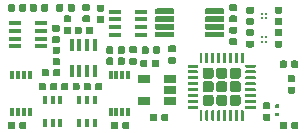
<source format=gbr>
G04 #@! TF.GenerationSoftware,KiCad,Pcbnew,(5.1.5-0-10_14)*
G04 #@! TF.CreationDate,2020-10-31T20:23:47-07:00*
G04 #@! TF.ProjectId,EOGlass2p1,454f476c-6173-4733-9270-312e6b696361,rev?*
G04 #@! TF.SameCoordinates,Original*
G04 #@! TF.FileFunction,Paste,Top*
G04 #@! TF.FilePolarity,Positive*
%FSLAX46Y46*%
G04 Gerber Fmt 4.6, Leading zero omitted, Abs format (unit mm)*
G04 Created by KiCad (PCBNEW (5.1.5-0-10_14)) date 2020-10-31 20:23:47*
%MOMM*%
%LPD*%
G04 APERTURE LIST*
%ADD10R,0.400000X0.650000*%
%ADD11C,0.100000*%
%ADD12R,0.300000X0.800000*%
%ADD13R,1.060000X0.650000*%
%ADD14R,0.400000X1.060000*%
%ADD15R,1.060000X0.400000*%
%ADD16C,0.180000*%
G04 APERTURE END LIST*
D10*
X118250000Y-77250000D03*
X119550000Y-77250000D03*
X118900000Y-75350000D03*
X118900000Y-77250000D03*
X119550000Y-75350000D03*
X118250000Y-75350000D03*
D11*
G36*
X130412252Y-69525602D02*
G01*
X130424386Y-69527402D01*
X130436286Y-69530382D01*
X130447835Y-69534515D01*
X130458925Y-69539760D01*
X130469446Y-69546066D01*
X130479299Y-69553374D01*
X130488388Y-69561612D01*
X130496626Y-69570701D01*
X130503934Y-69580554D01*
X130510240Y-69591075D01*
X130515485Y-69602165D01*
X130519618Y-69613714D01*
X130522598Y-69625614D01*
X130524398Y-69637748D01*
X130525000Y-69650000D01*
X130525000Y-69900000D01*
X130524398Y-69912252D01*
X130522598Y-69924386D01*
X130519618Y-69936286D01*
X130515485Y-69947835D01*
X130510240Y-69958925D01*
X130503934Y-69969446D01*
X130496626Y-69979299D01*
X130488388Y-69988388D01*
X130479299Y-69996626D01*
X130469446Y-70003934D01*
X130458925Y-70010240D01*
X130447835Y-70015485D01*
X130436286Y-70019618D01*
X130424386Y-70022598D01*
X130412252Y-70024398D01*
X130400000Y-70025000D01*
X129025000Y-70025000D01*
X129012748Y-70024398D01*
X129000614Y-70022598D01*
X128988714Y-70019618D01*
X128977165Y-70015485D01*
X128966075Y-70010240D01*
X128955554Y-70003934D01*
X128945701Y-69996626D01*
X128936612Y-69988388D01*
X128928374Y-69979299D01*
X128921066Y-69969446D01*
X128914760Y-69958925D01*
X128909515Y-69947835D01*
X128905382Y-69936286D01*
X128902402Y-69924386D01*
X128900602Y-69912252D01*
X128900000Y-69900000D01*
X128900000Y-69650000D01*
X128900602Y-69637748D01*
X128902402Y-69625614D01*
X128905382Y-69613714D01*
X128909515Y-69602165D01*
X128914760Y-69591075D01*
X128921066Y-69580554D01*
X128928374Y-69570701D01*
X128936612Y-69561612D01*
X128945701Y-69553374D01*
X128955554Y-69546066D01*
X128966075Y-69539760D01*
X128977165Y-69534515D01*
X128988714Y-69530382D01*
X129000614Y-69527402D01*
X129012748Y-69525602D01*
X129025000Y-69525000D01*
X130400000Y-69525000D01*
X130412252Y-69525602D01*
G37*
G36*
X130412252Y-68875602D02*
G01*
X130424386Y-68877402D01*
X130436286Y-68880382D01*
X130447835Y-68884515D01*
X130458925Y-68889760D01*
X130469446Y-68896066D01*
X130479299Y-68903374D01*
X130488388Y-68911612D01*
X130496626Y-68920701D01*
X130503934Y-68930554D01*
X130510240Y-68941075D01*
X130515485Y-68952165D01*
X130519618Y-68963714D01*
X130522598Y-68975614D01*
X130524398Y-68987748D01*
X130525000Y-69000000D01*
X130525000Y-69250000D01*
X130524398Y-69262252D01*
X130522598Y-69274386D01*
X130519618Y-69286286D01*
X130515485Y-69297835D01*
X130510240Y-69308925D01*
X130503934Y-69319446D01*
X130496626Y-69329299D01*
X130488388Y-69338388D01*
X130479299Y-69346626D01*
X130469446Y-69353934D01*
X130458925Y-69360240D01*
X130447835Y-69365485D01*
X130436286Y-69369618D01*
X130424386Y-69372598D01*
X130412252Y-69374398D01*
X130400000Y-69375000D01*
X129025000Y-69375000D01*
X129012748Y-69374398D01*
X129000614Y-69372598D01*
X128988714Y-69369618D01*
X128977165Y-69365485D01*
X128966075Y-69360240D01*
X128955554Y-69353934D01*
X128945701Y-69346626D01*
X128936612Y-69338388D01*
X128928374Y-69329299D01*
X128921066Y-69319446D01*
X128914760Y-69308925D01*
X128909515Y-69297835D01*
X128905382Y-69286286D01*
X128902402Y-69274386D01*
X128900602Y-69262252D01*
X128900000Y-69250000D01*
X128900000Y-69000000D01*
X128900602Y-68987748D01*
X128902402Y-68975614D01*
X128905382Y-68963714D01*
X128909515Y-68952165D01*
X128914760Y-68941075D01*
X128921066Y-68930554D01*
X128928374Y-68920701D01*
X128936612Y-68911612D01*
X128945701Y-68903374D01*
X128955554Y-68896066D01*
X128966075Y-68889760D01*
X128977165Y-68884515D01*
X128988714Y-68880382D01*
X129000614Y-68877402D01*
X129012748Y-68875602D01*
X129025000Y-68875000D01*
X130400000Y-68875000D01*
X130412252Y-68875602D01*
G37*
G36*
X130412252Y-68225602D02*
G01*
X130424386Y-68227402D01*
X130436286Y-68230382D01*
X130447835Y-68234515D01*
X130458925Y-68239760D01*
X130469446Y-68246066D01*
X130479299Y-68253374D01*
X130488388Y-68261612D01*
X130496626Y-68270701D01*
X130503934Y-68280554D01*
X130510240Y-68291075D01*
X130515485Y-68302165D01*
X130519618Y-68313714D01*
X130522598Y-68325614D01*
X130524398Y-68337748D01*
X130525000Y-68350000D01*
X130525000Y-68600000D01*
X130524398Y-68612252D01*
X130522598Y-68624386D01*
X130519618Y-68636286D01*
X130515485Y-68647835D01*
X130510240Y-68658925D01*
X130503934Y-68669446D01*
X130496626Y-68679299D01*
X130488388Y-68688388D01*
X130479299Y-68696626D01*
X130469446Y-68703934D01*
X130458925Y-68710240D01*
X130447835Y-68715485D01*
X130436286Y-68719618D01*
X130424386Y-68722598D01*
X130412252Y-68724398D01*
X130400000Y-68725000D01*
X129025000Y-68725000D01*
X129012748Y-68724398D01*
X129000614Y-68722598D01*
X128988714Y-68719618D01*
X128977165Y-68715485D01*
X128966075Y-68710240D01*
X128955554Y-68703934D01*
X128945701Y-68696626D01*
X128936612Y-68688388D01*
X128928374Y-68679299D01*
X128921066Y-68669446D01*
X128914760Y-68658925D01*
X128909515Y-68647835D01*
X128905382Y-68636286D01*
X128902402Y-68624386D01*
X128900602Y-68612252D01*
X128900000Y-68600000D01*
X128900000Y-68350000D01*
X128900602Y-68337748D01*
X128902402Y-68325614D01*
X128905382Y-68313714D01*
X128909515Y-68302165D01*
X128914760Y-68291075D01*
X128921066Y-68280554D01*
X128928374Y-68270701D01*
X128936612Y-68261612D01*
X128945701Y-68253374D01*
X128955554Y-68246066D01*
X128966075Y-68239760D01*
X128977165Y-68234515D01*
X128988714Y-68230382D01*
X129000614Y-68227402D01*
X129012748Y-68225602D01*
X129025000Y-68225000D01*
X130400000Y-68225000D01*
X130412252Y-68225602D01*
G37*
G36*
X130412252Y-67575602D02*
G01*
X130424386Y-67577402D01*
X130436286Y-67580382D01*
X130447835Y-67584515D01*
X130458925Y-67589760D01*
X130469446Y-67596066D01*
X130479299Y-67603374D01*
X130488388Y-67611612D01*
X130496626Y-67620701D01*
X130503934Y-67630554D01*
X130510240Y-67641075D01*
X130515485Y-67652165D01*
X130519618Y-67663714D01*
X130522598Y-67675614D01*
X130524398Y-67687748D01*
X130525000Y-67700000D01*
X130525000Y-67950000D01*
X130524398Y-67962252D01*
X130522598Y-67974386D01*
X130519618Y-67986286D01*
X130515485Y-67997835D01*
X130510240Y-68008925D01*
X130503934Y-68019446D01*
X130496626Y-68029299D01*
X130488388Y-68038388D01*
X130479299Y-68046626D01*
X130469446Y-68053934D01*
X130458925Y-68060240D01*
X130447835Y-68065485D01*
X130436286Y-68069618D01*
X130424386Y-68072598D01*
X130412252Y-68074398D01*
X130400000Y-68075000D01*
X129025000Y-68075000D01*
X129012748Y-68074398D01*
X129000614Y-68072598D01*
X128988714Y-68069618D01*
X128977165Y-68065485D01*
X128966075Y-68060240D01*
X128955554Y-68053934D01*
X128945701Y-68046626D01*
X128936612Y-68038388D01*
X128928374Y-68029299D01*
X128921066Y-68019446D01*
X128914760Y-68008925D01*
X128909515Y-67997835D01*
X128905382Y-67986286D01*
X128902402Y-67974386D01*
X128900602Y-67962252D01*
X128900000Y-67950000D01*
X128900000Y-67700000D01*
X128900602Y-67687748D01*
X128902402Y-67675614D01*
X128905382Y-67663714D01*
X128909515Y-67652165D01*
X128914760Y-67641075D01*
X128921066Y-67630554D01*
X128928374Y-67620701D01*
X128936612Y-67611612D01*
X128945701Y-67603374D01*
X128955554Y-67596066D01*
X128966075Y-67589760D01*
X128977165Y-67584515D01*
X128988714Y-67580382D01*
X129000614Y-67577402D01*
X129012748Y-67575602D01*
X129025000Y-67575000D01*
X130400000Y-67575000D01*
X130412252Y-67575602D01*
G37*
G36*
X126187252Y-67575602D02*
G01*
X126199386Y-67577402D01*
X126211286Y-67580382D01*
X126222835Y-67584515D01*
X126233925Y-67589760D01*
X126244446Y-67596066D01*
X126254299Y-67603374D01*
X126263388Y-67611612D01*
X126271626Y-67620701D01*
X126278934Y-67630554D01*
X126285240Y-67641075D01*
X126290485Y-67652165D01*
X126294618Y-67663714D01*
X126297598Y-67675614D01*
X126299398Y-67687748D01*
X126300000Y-67700000D01*
X126300000Y-67950000D01*
X126299398Y-67962252D01*
X126297598Y-67974386D01*
X126294618Y-67986286D01*
X126290485Y-67997835D01*
X126285240Y-68008925D01*
X126278934Y-68019446D01*
X126271626Y-68029299D01*
X126263388Y-68038388D01*
X126254299Y-68046626D01*
X126244446Y-68053934D01*
X126233925Y-68060240D01*
X126222835Y-68065485D01*
X126211286Y-68069618D01*
X126199386Y-68072598D01*
X126187252Y-68074398D01*
X126175000Y-68075000D01*
X124800000Y-68075000D01*
X124787748Y-68074398D01*
X124775614Y-68072598D01*
X124763714Y-68069618D01*
X124752165Y-68065485D01*
X124741075Y-68060240D01*
X124730554Y-68053934D01*
X124720701Y-68046626D01*
X124711612Y-68038388D01*
X124703374Y-68029299D01*
X124696066Y-68019446D01*
X124689760Y-68008925D01*
X124684515Y-67997835D01*
X124680382Y-67986286D01*
X124677402Y-67974386D01*
X124675602Y-67962252D01*
X124675000Y-67950000D01*
X124675000Y-67700000D01*
X124675602Y-67687748D01*
X124677402Y-67675614D01*
X124680382Y-67663714D01*
X124684515Y-67652165D01*
X124689760Y-67641075D01*
X124696066Y-67630554D01*
X124703374Y-67620701D01*
X124711612Y-67611612D01*
X124720701Y-67603374D01*
X124730554Y-67596066D01*
X124741075Y-67589760D01*
X124752165Y-67584515D01*
X124763714Y-67580382D01*
X124775614Y-67577402D01*
X124787748Y-67575602D01*
X124800000Y-67575000D01*
X126175000Y-67575000D01*
X126187252Y-67575602D01*
G37*
G36*
X126187252Y-68225602D02*
G01*
X126199386Y-68227402D01*
X126211286Y-68230382D01*
X126222835Y-68234515D01*
X126233925Y-68239760D01*
X126244446Y-68246066D01*
X126254299Y-68253374D01*
X126263388Y-68261612D01*
X126271626Y-68270701D01*
X126278934Y-68280554D01*
X126285240Y-68291075D01*
X126290485Y-68302165D01*
X126294618Y-68313714D01*
X126297598Y-68325614D01*
X126299398Y-68337748D01*
X126300000Y-68350000D01*
X126300000Y-68600000D01*
X126299398Y-68612252D01*
X126297598Y-68624386D01*
X126294618Y-68636286D01*
X126290485Y-68647835D01*
X126285240Y-68658925D01*
X126278934Y-68669446D01*
X126271626Y-68679299D01*
X126263388Y-68688388D01*
X126254299Y-68696626D01*
X126244446Y-68703934D01*
X126233925Y-68710240D01*
X126222835Y-68715485D01*
X126211286Y-68719618D01*
X126199386Y-68722598D01*
X126187252Y-68724398D01*
X126175000Y-68725000D01*
X124800000Y-68725000D01*
X124787748Y-68724398D01*
X124775614Y-68722598D01*
X124763714Y-68719618D01*
X124752165Y-68715485D01*
X124741075Y-68710240D01*
X124730554Y-68703934D01*
X124720701Y-68696626D01*
X124711612Y-68688388D01*
X124703374Y-68679299D01*
X124696066Y-68669446D01*
X124689760Y-68658925D01*
X124684515Y-68647835D01*
X124680382Y-68636286D01*
X124677402Y-68624386D01*
X124675602Y-68612252D01*
X124675000Y-68600000D01*
X124675000Y-68350000D01*
X124675602Y-68337748D01*
X124677402Y-68325614D01*
X124680382Y-68313714D01*
X124684515Y-68302165D01*
X124689760Y-68291075D01*
X124696066Y-68280554D01*
X124703374Y-68270701D01*
X124711612Y-68261612D01*
X124720701Y-68253374D01*
X124730554Y-68246066D01*
X124741075Y-68239760D01*
X124752165Y-68234515D01*
X124763714Y-68230382D01*
X124775614Y-68227402D01*
X124787748Y-68225602D01*
X124800000Y-68225000D01*
X126175000Y-68225000D01*
X126187252Y-68225602D01*
G37*
G36*
X126187252Y-68875602D02*
G01*
X126199386Y-68877402D01*
X126211286Y-68880382D01*
X126222835Y-68884515D01*
X126233925Y-68889760D01*
X126244446Y-68896066D01*
X126254299Y-68903374D01*
X126263388Y-68911612D01*
X126271626Y-68920701D01*
X126278934Y-68930554D01*
X126285240Y-68941075D01*
X126290485Y-68952165D01*
X126294618Y-68963714D01*
X126297598Y-68975614D01*
X126299398Y-68987748D01*
X126300000Y-69000000D01*
X126300000Y-69250000D01*
X126299398Y-69262252D01*
X126297598Y-69274386D01*
X126294618Y-69286286D01*
X126290485Y-69297835D01*
X126285240Y-69308925D01*
X126278934Y-69319446D01*
X126271626Y-69329299D01*
X126263388Y-69338388D01*
X126254299Y-69346626D01*
X126244446Y-69353934D01*
X126233925Y-69360240D01*
X126222835Y-69365485D01*
X126211286Y-69369618D01*
X126199386Y-69372598D01*
X126187252Y-69374398D01*
X126175000Y-69375000D01*
X124800000Y-69375000D01*
X124787748Y-69374398D01*
X124775614Y-69372598D01*
X124763714Y-69369618D01*
X124752165Y-69365485D01*
X124741075Y-69360240D01*
X124730554Y-69353934D01*
X124720701Y-69346626D01*
X124711612Y-69338388D01*
X124703374Y-69329299D01*
X124696066Y-69319446D01*
X124689760Y-69308925D01*
X124684515Y-69297835D01*
X124680382Y-69286286D01*
X124677402Y-69274386D01*
X124675602Y-69262252D01*
X124675000Y-69250000D01*
X124675000Y-69000000D01*
X124675602Y-68987748D01*
X124677402Y-68975614D01*
X124680382Y-68963714D01*
X124684515Y-68952165D01*
X124689760Y-68941075D01*
X124696066Y-68930554D01*
X124703374Y-68920701D01*
X124711612Y-68911612D01*
X124720701Y-68903374D01*
X124730554Y-68896066D01*
X124741075Y-68889760D01*
X124752165Y-68884515D01*
X124763714Y-68880382D01*
X124775614Y-68877402D01*
X124787748Y-68875602D01*
X124800000Y-68875000D01*
X126175000Y-68875000D01*
X126187252Y-68875602D01*
G37*
G36*
X126187252Y-69525602D02*
G01*
X126199386Y-69527402D01*
X126211286Y-69530382D01*
X126222835Y-69534515D01*
X126233925Y-69539760D01*
X126244446Y-69546066D01*
X126254299Y-69553374D01*
X126263388Y-69561612D01*
X126271626Y-69570701D01*
X126278934Y-69580554D01*
X126285240Y-69591075D01*
X126290485Y-69602165D01*
X126294618Y-69613714D01*
X126297598Y-69625614D01*
X126299398Y-69637748D01*
X126300000Y-69650000D01*
X126300000Y-69900000D01*
X126299398Y-69912252D01*
X126297598Y-69924386D01*
X126294618Y-69936286D01*
X126290485Y-69947835D01*
X126285240Y-69958925D01*
X126278934Y-69969446D01*
X126271626Y-69979299D01*
X126263388Y-69988388D01*
X126254299Y-69996626D01*
X126244446Y-70003934D01*
X126233925Y-70010240D01*
X126222835Y-70015485D01*
X126211286Y-70019618D01*
X126199386Y-70022598D01*
X126187252Y-70024398D01*
X126175000Y-70025000D01*
X124800000Y-70025000D01*
X124787748Y-70024398D01*
X124775614Y-70022598D01*
X124763714Y-70019618D01*
X124752165Y-70015485D01*
X124741075Y-70010240D01*
X124730554Y-70003934D01*
X124720701Y-69996626D01*
X124711612Y-69988388D01*
X124703374Y-69979299D01*
X124696066Y-69969446D01*
X124689760Y-69958925D01*
X124684515Y-69947835D01*
X124680382Y-69936286D01*
X124677402Y-69924386D01*
X124675602Y-69912252D01*
X124675000Y-69900000D01*
X124675000Y-69650000D01*
X124675602Y-69637748D01*
X124677402Y-69625614D01*
X124680382Y-69613714D01*
X124684515Y-69602165D01*
X124689760Y-69591075D01*
X124696066Y-69580554D01*
X124703374Y-69570701D01*
X124711612Y-69561612D01*
X124720701Y-69553374D01*
X124730554Y-69546066D01*
X124741075Y-69539760D01*
X124752165Y-69534515D01*
X124763714Y-69530382D01*
X124775614Y-69527402D01*
X124787748Y-69525602D01*
X124800000Y-69525000D01*
X126175000Y-69525000D01*
X126187252Y-69525602D01*
G37*
D12*
X120890000Y-73210000D03*
X121390000Y-73210000D03*
X121890000Y-73210000D03*
X122390000Y-73210000D03*
X122390000Y-76310000D03*
X121890000Y-76310000D03*
X121390000Y-76310000D03*
X120890000Y-76310000D03*
D11*
G36*
X116246958Y-73880710D02*
G01*
X116261276Y-73882834D01*
X116275317Y-73886351D01*
X116288946Y-73891228D01*
X116302031Y-73897417D01*
X116314447Y-73904858D01*
X116326073Y-73913481D01*
X116336798Y-73923202D01*
X116346519Y-73933927D01*
X116355142Y-73945553D01*
X116362583Y-73957969D01*
X116368772Y-73971054D01*
X116373649Y-73984683D01*
X116377166Y-73998724D01*
X116379290Y-74013042D01*
X116380000Y-74027500D01*
X116380000Y-74372500D01*
X116379290Y-74386958D01*
X116377166Y-74401276D01*
X116373649Y-74415317D01*
X116368772Y-74428946D01*
X116362583Y-74442031D01*
X116355142Y-74454447D01*
X116346519Y-74466073D01*
X116336798Y-74476798D01*
X116326073Y-74486519D01*
X116314447Y-74495142D01*
X116302031Y-74502583D01*
X116288946Y-74508772D01*
X116275317Y-74513649D01*
X116261276Y-74517166D01*
X116246958Y-74519290D01*
X116232500Y-74520000D01*
X115937500Y-74520000D01*
X115923042Y-74519290D01*
X115908724Y-74517166D01*
X115894683Y-74513649D01*
X115881054Y-74508772D01*
X115867969Y-74502583D01*
X115855553Y-74495142D01*
X115843927Y-74486519D01*
X115833202Y-74476798D01*
X115823481Y-74466073D01*
X115814858Y-74454447D01*
X115807417Y-74442031D01*
X115801228Y-74428946D01*
X115796351Y-74415317D01*
X115792834Y-74401276D01*
X115790710Y-74386958D01*
X115790000Y-74372500D01*
X115790000Y-74027500D01*
X115790710Y-74013042D01*
X115792834Y-73998724D01*
X115796351Y-73984683D01*
X115801228Y-73971054D01*
X115807417Y-73957969D01*
X115814858Y-73945553D01*
X115823481Y-73933927D01*
X115833202Y-73923202D01*
X115843927Y-73913481D01*
X115855553Y-73904858D01*
X115867969Y-73897417D01*
X115881054Y-73891228D01*
X115894683Y-73886351D01*
X115908724Y-73882834D01*
X115923042Y-73880710D01*
X115937500Y-73880000D01*
X116232500Y-73880000D01*
X116246958Y-73880710D01*
G37*
G36*
X115276958Y-73880710D02*
G01*
X115291276Y-73882834D01*
X115305317Y-73886351D01*
X115318946Y-73891228D01*
X115332031Y-73897417D01*
X115344447Y-73904858D01*
X115356073Y-73913481D01*
X115366798Y-73923202D01*
X115376519Y-73933927D01*
X115385142Y-73945553D01*
X115392583Y-73957969D01*
X115398772Y-73971054D01*
X115403649Y-73984683D01*
X115407166Y-73998724D01*
X115409290Y-74013042D01*
X115410000Y-74027500D01*
X115410000Y-74372500D01*
X115409290Y-74386958D01*
X115407166Y-74401276D01*
X115403649Y-74415317D01*
X115398772Y-74428946D01*
X115392583Y-74442031D01*
X115385142Y-74454447D01*
X115376519Y-74466073D01*
X115366798Y-74476798D01*
X115356073Y-74486519D01*
X115344447Y-74495142D01*
X115332031Y-74502583D01*
X115318946Y-74508772D01*
X115305317Y-74513649D01*
X115291276Y-74517166D01*
X115276958Y-74519290D01*
X115262500Y-74520000D01*
X114967500Y-74520000D01*
X114953042Y-74519290D01*
X114938724Y-74517166D01*
X114924683Y-74513649D01*
X114911054Y-74508772D01*
X114897969Y-74502583D01*
X114885553Y-74495142D01*
X114873927Y-74486519D01*
X114863202Y-74476798D01*
X114853481Y-74466073D01*
X114844858Y-74454447D01*
X114837417Y-74442031D01*
X114831228Y-74428946D01*
X114826351Y-74415317D01*
X114822834Y-74401276D01*
X114820710Y-74386958D01*
X114820000Y-74372500D01*
X114820000Y-74027500D01*
X114820710Y-74013042D01*
X114822834Y-73998724D01*
X114826351Y-73984683D01*
X114831228Y-73971054D01*
X114837417Y-73957969D01*
X114844858Y-73945553D01*
X114853481Y-73933927D01*
X114863202Y-73923202D01*
X114873927Y-73913481D01*
X114885553Y-73904858D01*
X114897969Y-73897417D01*
X114911054Y-73891228D01*
X114924683Y-73886351D01*
X114938724Y-73882834D01*
X114953042Y-73880710D01*
X114967500Y-73880000D01*
X115262500Y-73880000D01*
X115276958Y-73880710D01*
G37*
G36*
X135286958Y-68390710D02*
G01*
X135301276Y-68392834D01*
X135315317Y-68396351D01*
X135328946Y-68401228D01*
X135342031Y-68407417D01*
X135354447Y-68414858D01*
X135366073Y-68423481D01*
X135376798Y-68433202D01*
X135386519Y-68443927D01*
X135395142Y-68455553D01*
X135402583Y-68467969D01*
X135408772Y-68481054D01*
X135413649Y-68494683D01*
X135417166Y-68508724D01*
X135419290Y-68523042D01*
X135420000Y-68537500D01*
X135420000Y-68832500D01*
X135419290Y-68846958D01*
X135417166Y-68861276D01*
X135413649Y-68875317D01*
X135408772Y-68888946D01*
X135402583Y-68902031D01*
X135395142Y-68914447D01*
X135386519Y-68926073D01*
X135376798Y-68936798D01*
X135366073Y-68946519D01*
X135354447Y-68955142D01*
X135342031Y-68962583D01*
X135328946Y-68968772D01*
X135315317Y-68973649D01*
X135301276Y-68977166D01*
X135286958Y-68979290D01*
X135272500Y-68980000D01*
X134927500Y-68980000D01*
X134913042Y-68979290D01*
X134898724Y-68977166D01*
X134884683Y-68973649D01*
X134871054Y-68968772D01*
X134857969Y-68962583D01*
X134845553Y-68955142D01*
X134833927Y-68946519D01*
X134823202Y-68936798D01*
X134813481Y-68926073D01*
X134804858Y-68914447D01*
X134797417Y-68902031D01*
X134791228Y-68888946D01*
X134786351Y-68875317D01*
X134782834Y-68861276D01*
X134780710Y-68846958D01*
X134780000Y-68832500D01*
X134780000Y-68537500D01*
X134780710Y-68523042D01*
X134782834Y-68508724D01*
X134786351Y-68494683D01*
X134791228Y-68481054D01*
X134797417Y-68467969D01*
X134804858Y-68455553D01*
X134813481Y-68443927D01*
X134823202Y-68433202D01*
X134833927Y-68423481D01*
X134845553Y-68414858D01*
X134857969Y-68407417D01*
X134871054Y-68401228D01*
X134884683Y-68396351D01*
X134898724Y-68392834D01*
X134913042Y-68390710D01*
X134927500Y-68390000D01*
X135272500Y-68390000D01*
X135286958Y-68390710D01*
G37*
G36*
X135286958Y-67420710D02*
G01*
X135301276Y-67422834D01*
X135315317Y-67426351D01*
X135328946Y-67431228D01*
X135342031Y-67437417D01*
X135354447Y-67444858D01*
X135366073Y-67453481D01*
X135376798Y-67463202D01*
X135386519Y-67473927D01*
X135395142Y-67485553D01*
X135402583Y-67497969D01*
X135408772Y-67511054D01*
X135413649Y-67524683D01*
X135417166Y-67538724D01*
X135419290Y-67553042D01*
X135420000Y-67567500D01*
X135420000Y-67862500D01*
X135419290Y-67876958D01*
X135417166Y-67891276D01*
X135413649Y-67905317D01*
X135408772Y-67918946D01*
X135402583Y-67932031D01*
X135395142Y-67944447D01*
X135386519Y-67956073D01*
X135376798Y-67966798D01*
X135366073Y-67976519D01*
X135354447Y-67985142D01*
X135342031Y-67992583D01*
X135328946Y-67998772D01*
X135315317Y-68003649D01*
X135301276Y-68007166D01*
X135286958Y-68009290D01*
X135272500Y-68010000D01*
X134927500Y-68010000D01*
X134913042Y-68009290D01*
X134898724Y-68007166D01*
X134884683Y-68003649D01*
X134871054Y-67998772D01*
X134857969Y-67992583D01*
X134845553Y-67985142D01*
X134833927Y-67976519D01*
X134823202Y-67966798D01*
X134813481Y-67956073D01*
X134804858Y-67944447D01*
X134797417Y-67932031D01*
X134791228Y-67918946D01*
X134786351Y-67905317D01*
X134782834Y-67891276D01*
X134780710Y-67876958D01*
X134780000Y-67862500D01*
X134780000Y-67567500D01*
X134780710Y-67553042D01*
X134782834Y-67538724D01*
X134786351Y-67524683D01*
X134791228Y-67511054D01*
X134797417Y-67497969D01*
X134804858Y-67485553D01*
X134813481Y-67473927D01*
X134823202Y-67463202D01*
X134833927Y-67453481D01*
X134845553Y-67444858D01*
X134857969Y-67437417D01*
X134871054Y-67431228D01*
X134884683Y-67426351D01*
X134898724Y-67422834D01*
X134913042Y-67420710D01*
X134927500Y-67420000D01*
X135272500Y-67420000D01*
X135286958Y-67420710D01*
G37*
G36*
X124676958Y-76480710D02*
G01*
X124691276Y-76482834D01*
X124705317Y-76486351D01*
X124718946Y-76491228D01*
X124732031Y-76497417D01*
X124744447Y-76504858D01*
X124756073Y-76513481D01*
X124766798Y-76523202D01*
X124776519Y-76533927D01*
X124785142Y-76545553D01*
X124792583Y-76557969D01*
X124798772Y-76571054D01*
X124803649Y-76584683D01*
X124807166Y-76598724D01*
X124809290Y-76613042D01*
X124810000Y-76627500D01*
X124810000Y-76972500D01*
X124809290Y-76986958D01*
X124807166Y-77001276D01*
X124803649Y-77015317D01*
X124798772Y-77028946D01*
X124792583Y-77042031D01*
X124785142Y-77054447D01*
X124776519Y-77066073D01*
X124766798Y-77076798D01*
X124756073Y-77086519D01*
X124744447Y-77095142D01*
X124732031Y-77102583D01*
X124718946Y-77108772D01*
X124705317Y-77113649D01*
X124691276Y-77117166D01*
X124676958Y-77119290D01*
X124662500Y-77120000D01*
X124367500Y-77120000D01*
X124353042Y-77119290D01*
X124338724Y-77117166D01*
X124324683Y-77113649D01*
X124311054Y-77108772D01*
X124297969Y-77102583D01*
X124285553Y-77095142D01*
X124273927Y-77086519D01*
X124263202Y-77076798D01*
X124253481Y-77066073D01*
X124244858Y-77054447D01*
X124237417Y-77042031D01*
X124231228Y-77028946D01*
X124226351Y-77015317D01*
X124222834Y-77001276D01*
X124220710Y-76986958D01*
X124220000Y-76972500D01*
X124220000Y-76627500D01*
X124220710Y-76613042D01*
X124222834Y-76598724D01*
X124226351Y-76584683D01*
X124231228Y-76571054D01*
X124237417Y-76557969D01*
X124244858Y-76545553D01*
X124253481Y-76533927D01*
X124263202Y-76523202D01*
X124273927Y-76513481D01*
X124285553Y-76504858D01*
X124297969Y-76497417D01*
X124311054Y-76491228D01*
X124324683Y-76486351D01*
X124338724Y-76482834D01*
X124353042Y-76480710D01*
X124367500Y-76480000D01*
X124662500Y-76480000D01*
X124676958Y-76480710D01*
G37*
G36*
X125646958Y-76480710D02*
G01*
X125661276Y-76482834D01*
X125675317Y-76486351D01*
X125688946Y-76491228D01*
X125702031Y-76497417D01*
X125714447Y-76504858D01*
X125726073Y-76513481D01*
X125736798Y-76523202D01*
X125746519Y-76533927D01*
X125755142Y-76545553D01*
X125762583Y-76557969D01*
X125768772Y-76571054D01*
X125773649Y-76584683D01*
X125777166Y-76598724D01*
X125779290Y-76613042D01*
X125780000Y-76627500D01*
X125780000Y-76972500D01*
X125779290Y-76986958D01*
X125777166Y-77001276D01*
X125773649Y-77015317D01*
X125768772Y-77028946D01*
X125762583Y-77042031D01*
X125755142Y-77054447D01*
X125746519Y-77066073D01*
X125736798Y-77076798D01*
X125726073Y-77086519D01*
X125714447Y-77095142D01*
X125702031Y-77102583D01*
X125688946Y-77108772D01*
X125675317Y-77113649D01*
X125661276Y-77117166D01*
X125646958Y-77119290D01*
X125632500Y-77120000D01*
X125337500Y-77120000D01*
X125323042Y-77119290D01*
X125308724Y-77117166D01*
X125294683Y-77113649D01*
X125281054Y-77108772D01*
X125267969Y-77102583D01*
X125255553Y-77095142D01*
X125243927Y-77086519D01*
X125233202Y-77076798D01*
X125223481Y-77066073D01*
X125214858Y-77054447D01*
X125207417Y-77042031D01*
X125201228Y-77028946D01*
X125196351Y-77015317D01*
X125192834Y-77001276D01*
X125190710Y-76986958D01*
X125190000Y-76972500D01*
X125190000Y-76627500D01*
X125190710Y-76613042D01*
X125192834Y-76598724D01*
X125196351Y-76584683D01*
X125201228Y-76571054D01*
X125207417Y-76557969D01*
X125214858Y-76545553D01*
X125223481Y-76533927D01*
X125233202Y-76523202D01*
X125243927Y-76513481D01*
X125255553Y-76504858D01*
X125267969Y-76497417D01*
X125281054Y-76491228D01*
X125294683Y-76486351D01*
X125308724Y-76482834D01*
X125323042Y-76480710D01*
X125337500Y-76480000D01*
X125632500Y-76480000D01*
X125646958Y-76480710D01*
G37*
G36*
X136386958Y-74190710D02*
G01*
X136401276Y-74192834D01*
X136415317Y-74196351D01*
X136428946Y-74201228D01*
X136442031Y-74207417D01*
X136454447Y-74214858D01*
X136466073Y-74223481D01*
X136476798Y-74233202D01*
X136486519Y-74243927D01*
X136495142Y-74255553D01*
X136502583Y-74267969D01*
X136508772Y-74281054D01*
X136513649Y-74294683D01*
X136517166Y-74308724D01*
X136519290Y-74323042D01*
X136520000Y-74337500D01*
X136520000Y-74632500D01*
X136519290Y-74646958D01*
X136517166Y-74661276D01*
X136513649Y-74675317D01*
X136508772Y-74688946D01*
X136502583Y-74702031D01*
X136495142Y-74714447D01*
X136486519Y-74726073D01*
X136476798Y-74736798D01*
X136466073Y-74746519D01*
X136454447Y-74755142D01*
X136442031Y-74762583D01*
X136428946Y-74768772D01*
X136415317Y-74773649D01*
X136401276Y-74777166D01*
X136386958Y-74779290D01*
X136372500Y-74780000D01*
X136027500Y-74780000D01*
X136013042Y-74779290D01*
X135998724Y-74777166D01*
X135984683Y-74773649D01*
X135971054Y-74768772D01*
X135957969Y-74762583D01*
X135945553Y-74755142D01*
X135933927Y-74746519D01*
X135923202Y-74736798D01*
X135913481Y-74726073D01*
X135904858Y-74714447D01*
X135897417Y-74702031D01*
X135891228Y-74688946D01*
X135886351Y-74675317D01*
X135882834Y-74661276D01*
X135880710Y-74646958D01*
X135880000Y-74632500D01*
X135880000Y-74337500D01*
X135880710Y-74323042D01*
X135882834Y-74308724D01*
X135886351Y-74294683D01*
X135891228Y-74281054D01*
X135897417Y-74267969D01*
X135904858Y-74255553D01*
X135913481Y-74243927D01*
X135923202Y-74233202D01*
X135933927Y-74223481D01*
X135945553Y-74214858D01*
X135957969Y-74207417D01*
X135971054Y-74201228D01*
X135984683Y-74196351D01*
X135998724Y-74192834D01*
X136013042Y-74190710D01*
X136027500Y-74190000D01*
X136372500Y-74190000D01*
X136386958Y-74190710D01*
G37*
G36*
X136386958Y-73220710D02*
G01*
X136401276Y-73222834D01*
X136415317Y-73226351D01*
X136428946Y-73231228D01*
X136442031Y-73237417D01*
X136454447Y-73244858D01*
X136466073Y-73253481D01*
X136476798Y-73263202D01*
X136486519Y-73273927D01*
X136495142Y-73285553D01*
X136502583Y-73297969D01*
X136508772Y-73311054D01*
X136513649Y-73324683D01*
X136517166Y-73338724D01*
X136519290Y-73353042D01*
X136520000Y-73367500D01*
X136520000Y-73662500D01*
X136519290Y-73676958D01*
X136517166Y-73691276D01*
X136513649Y-73705317D01*
X136508772Y-73718946D01*
X136502583Y-73732031D01*
X136495142Y-73744447D01*
X136486519Y-73756073D01*
X136476798Y-73766798D01*
X136466073Y-73776519D01*
X136454447Y-73785142D01*
X136442031Y-73792583D01*
X136428946Y-73798772D01*
X136415317Y-73803649D01*
X136401276Y-73807166D01*
X136386958Y-73809290D01*
X136372500Y-73810000D01*
X136027500Y-73810000D01*
X136013042Y-73809290D01*
X135998724Y-73807166D01*
X135984683Y-73803649D01*
X135971054Y-73798772D01*
X135957969Y-73792583D01*
X135945553Y-73785142D01*
X135933927Y-73776519D01*
X135923202Y-73766798D01*
X135913481Y-73756073D01*
X135904858Y-73744447D01*
X135897417Y-73732031D01*
X135891228Y-73718946D01*
X135886351Y-73705317D01*
X135882834Y-73691276D01*
X135880710Y-73676958D01*
X135880000Y-73662500D01*
X135880000Y-73367500D01*
X135880710Y-73353042D01*
X135882834Y-73338724D01*
X135886351Y-73324683D01*
X135891228Y-73311054D01*
X135897417Y-73297969D01*
X135904858Y-73285553D01*
X135913481Y-73273927D01*
X135923202Y-73263202D01*
X135933927Y-73253481D01*
X135945553Y-73244858D01*
X135957969Y-73237417D01*
X135971054Y-73231228D01*
X135984683Y-73226351D01*
X135998724Y-73222834D01*
X136013042Y-73220710D01*
X136027500Y-73220000D01*
X136372500Y-73220000D01*
X136386958Y-73220710D01*
G37*
G36*
X136666958Y-77160710D02*
G01*
X136681276Y-77162834D01*
X136695317Y-77166351D01*
X136708946Y-77171228D01*
X136722031Y-77177417D01*
X136734447Y-77184858D01*
X136746073Y-77193481D01*
X136756798Y-77203202D01*
X136766519Y-77213927D01*
X136775142Y-77225553D01*
X136782583Y-77237969D01*
X136788772Y-77251054D01*
X136793649Y-77264683D01*
X136797166Y-77278724D01*
X136799290Y-77293042D01*
X136800000Y-77307500D01*
X136800000Y-77652500D01*
X136799290Y-77666958D01*
X136797166Y-77681276D01*
X136793649Y-77695317D01*
X136788772Y-77708946D01*
X136782583Y-77722031D01*
X136775142Y-77734447D01*
X136766519Y-77746073D01*
X136756798Y-77756798D01*
X136746073Y-77766519D01*
X136734447Y-77775142D01*
X136722031Y-77782583D01*
X136708946Y-77788772D01*
X136695317Y-77793649D01*
X136681276Y-77797166D01*
X136666958Y-77799290D01*
X136652500Y-77800000D01*
X136357500Y-77800000D01*
X136343042Y-77799290D01*
X136328724Y-77797166D01*
X136314683Y-77793649D01*
X136301054Y-77788772D01*
X136287969Y-77782583D01*
X136275553Y-77775142D01*
X136263927Y-77766519D01*
X136253202Y-77756798D01*
X136243481Y-77746073D01*
X136234858Y-77734447D01*
X136227417Y-77722031D01*
X136221228Y-77708946D01*
X136216351Y-77695317D01*
X136212834Y-77681276D01*
X136210710Y-77666958D01*
X136210000Y-77652500D01*
X136210000Y-77307500D01*
X136210710Y-77293042D01*
X136212834Y-77278724D01*
X136216351Y-77264683D01*
X136221228Y-77251054D01*
X136227417Y-77237969D01*
X136234858Y-77225553D01*
X136243481Y-77213927D01*
X136253202Y-77203202D01*
X136263927Y-77193481D01*
X136275553Y-77184858D01*
X136287969Y-77177417D01*
X136301054Y-77171228D01*
X136314683Y-77166351D01*
X136328724Y-77162834D01*
X136343042Y-77160710D01*
X136357500Y-77160000D01*
X136652500Y-77160000D01*
X136666958Y-77160710D01*
G37*
G36*
X135696958Y-77160710D02*
G01*
X135711276Y-77162834D01*
X135725317Y-77166351D01*
X135738946Y-77171228D01*
X135752031Y-77177417D01*
X135764447Y-77184858D01*
X135776073Y-77193481D01*
X135786798Y-77203202D01*
X135796519Y-77213927D01*
X135805142Y-77225553D01*
X135812583Y-77237969D01*
X135818772Y-77251054D01*
X135823649Y-77264683D01*
X135827166Y-77278724D01*
X135829290Y-77293042D01*
X135830000Y-77307500D01*
X135830000Y-77652500D01*
X135829290Y-77666958D01*
X135827166Y-77681276D01*
X135823649Y-77695317D01*
X135818772Y-77708946D01*
X135812583Y-77722031D01*
X135805142Y-77734447D01*
X135796519Y-77746073D01*
X135786798Y-77756798D01*
X135776073Y-77766519D01*
X135764447Y-77775142D01*
X135752031Y-77782583D01*
X135738946Y-77788772D01*
X135725317Y-77793649D01*
X135711276Y-77797166D01*
X135696958Y-77799290D01*
X135682500Y-77800000D01*
X135387500Y-77800000D01*
X135373042Y-77799290D01*
X135358724Y-77797166D01*
X135344683Y-77793649D01*
X135331054Y-77788772D01*
X135317969Y-77782583D01*
X135305553Y-77775142D01*
X135293927Y-77766519D01*
X135283202Y-77756798D01*
X135273481Y-77746073D01*
X135264858Y-77734447D01*
X135257417Y-77722031D01*
X135251228Y-77708946D01*
X135246351Y-77695317D01*
X135242834Y-77681276D01*
X135240710Y-77666958D01*
X135240000Y-77652500D01*
X135240000Y-77307500D01*
X135240710Y-77293042D01*
X135242834Y-77278724D01*
X135246351Y-77264683D01*
X135251228Y-77251054D01*
X135257417Y-77237969D01*
X135264858Y-77225553D01*
X135273481Y-77213927D01*
X135283202Y-77203202D01*
X135293927Y-77193481D01*
X135305553Y-77184858D01*
X135317969Y-77177417D01*
X135331054Y-77171228D01*
X135344683Y-77166351D01*
X135358724Y-77162834D01*
X135373042Y-77160710D01*
X135387500Y-77160000D01*
X135682500Y-77160000D01*
X135696958Y-77160710D01*
G37*
G36*
X134286958Y-76490710D02*
G01*
X134301276Y-76492834D01*
X134315317Y-76496351D01*
X134328946Y-76501228D01*
X134342031Y-76507417D01*
X134354447Y-76514858D01*
X134366073Y-76523481D01*
X134376798Y-76533202D01*
X134386519Y-76543927D01*
X134395142Y-76555553D01*
X134402583Y-76567969D01*
X134408772Y-76581054D01*
X134413649Y-76594683D01*
X134417166Y-76608724D01*
X134419290Y-76623042D01*
X134420000Y-76637500D01*
X134420000Y-76932500D01*
X134419290Y-76946958D01*
X134417166Y-76961276D01*
X134413649Y-76975317D01*
X134408772Y-76988946D01*
X134402583Y-77002031D01*
X134395142Y-77014447D01*
X134386519Y-77026073D01*
X134376798Y-77036798D01*
X134366073Y-77046519D01*
X134354447Y-77055142D01*
X134342031Y-77062583D01*
X134328946Y-77068772D01*
X134315317Y-77073649D01*
X134301276Y-77077166D01*
X134286958Y-77079290D01*
X134272500Y-77080000D01*
X133927500Y-77080000D01*
X133913042Y-77079290D01*
X133898724Y-77077166D01*
X133884683Y-77073649D01*
X133871054Y-77068772D01*
X133857969Y-77062583D01*
X133845553Y-77055142D01*
X133833927Y-77046519D01*
X133823202Y-77036798D01*
X133813481Y-77026073D01*
X133804858Y-77014447D01*
X133797417Y-77002031D01*
X133791228Y-76988946D01*
X133786351Y-76975317D01*
X133782834Y-76961276D01*
X133780710Y-76946958D01*
X133780000Y-76932500D01*
X133780000Y-76637500D01*
X133780710Y-76623042D01*
X133782834Y-76608724D01*
X133786351Y-76594683D01*
X133791228Y-76581054D01*
X133797417Y-76567969D01*
X133804858Y-76555553D01*
X133813481Y-76543927D01*
X133823202Y-76533202D01*
X133833927Y-76523481D01*
X133845553Y-76514858D01*
X133857969Y-76507417D01*
X133871054Y-76501228D01*
X133884683Y-76496351D01*
X133898724Y-76492834D01*
X133913042Y-76490710D01*
X133927500Y-76490000D01*
X134272500Y-76490000D01*
X134286958Y-76490710D01*
G37*
G36*
X134286958Y-75520710D02*
G01*
X134301276Y-75522834D01*
X134315317Y-75526351D01*
X134328946Y-75531228D01*
X134342031Y-75537417D01*
X134354447Y-75544858D01*
X134366073Y-75553481D01*
X134376798Y-75563202D01*
X134386519Y-75573927D01*
X134395142Y-75585553D01*
X134402583Y-75597969D01*
X134408772Y-75611054D01*
X134413649Y-75624683D01*
X134417166Y-75638724D01*
X134419290Y-75653042D01*
X134420000Y-75667500D01*
X134420000Y-75962500D01*
X134419290Y-75976958D01*
X134417166Y-75991276D01*
X134413649Y-76005317D01*
X134408772Y-76018946D01*
X134402583Y-76032031D01*
X134395142Y-76044447D01*
X134386519Y-76056073D01*
X134376798Y-76066798D01*
X134366073Y-76076519D01*
X134354447Y-76085142D01*
X134342031Y-76092583D01*
X134328946Y-76098772D01*
X134315317Y-76103649D01*
X134301276Y-76107166D01*
X134286958Y-76109290D01*
X134272500Y-76110000D01*
X133927500Y-76110000D01*
X133913042Y-76109290D01*
X133898724Y-76107166D01*
X133884683Y-76103649D01*
X133871054Y-76098772D01*
X133857969Y-76092583D01*
X133845553Y-76085142D01*
X133833927Y-76076519D01*
X133823202Y-76066798D01*
X133813481Y-76056073D01*
X133804858Y-76044447D01*
X133797417Y-76032031D01*
X133791228Y-76018946D01*
X133786351Y-76005317D01*
X133782834Y-75991276D01*
X133780710Y-75976958D01*
X133780000Y-75962500D01*
X133780000Y-75667500D01*
X133780710Y-75653042D01*
X133782834Y-75638724D01*
X133786351Y-75624683D01*
X133791228Y-75611054D01*
X133797417Y-75597969D01*
X133804858Y-75585553D01*
X133813481Y-75573927D01*
X133823202Y-75563202D01*
X133833927Y-75553481D01*
X133845553Y-75544858D01*
X133857969Y-75537417D01*
X133871054Y-75531228D01*
X133884683Y-75526351D01*
X133898724Y-75522834D01*
X133913042Y-75520710D01*
X133927500Y-75520000D01*
X134272500Y-75520000D01*
X134286958Y-75520710D01*
G37*
G36*
X123881958Y-71910710D02*
G01*
X123896276Y-71912834D01*
X123910317Y-71916351D01*
X123923946Y-71921228D01*
X123937031Y-71927417D01*
X123949447Y-71934858D01*
X123961073Y-71943481D01*
X123971798Y-71953202D01*
X123981519Y-71963927D01*
X123990142Y-71975553D01*
X123997583Y-71987969D01*
X124003772Y-72001054D01*
X124008649Y-72014683D01*
X124012166Y-72028724D01*
X124014290Y-72043042D01*
X124015000Y-72057500D01*
X124015000Y-72402500D01*
X124014290Y-72416958D01*
X124012166Y-72431276D01*
X124008649Y-72445317D01*
X124003772Y-72458946D01*
X123997583Y-72472031D01*
X123990142Y-72484447D01*
X123981519Y-72496073D01*
X123971798Y-72506798D01*
X123961073Y-72516519D01*
X123949447Y-72525142D01*
X123937031Y-72532583D01*
X123923946Y-72538772D01*
X123910317Y-72543649D01*
X123896276Y-72547166D01*
X123881958Y-72549290D01*
X123867500Y-72550000D01*
X123572500Y-72550000D01*
X123558042Y-72549290D01*
X123543724Y-72547166D01*
X123529683Y-72543649D01*
X123516054Y-72538772D01*
X123502969Y-72532583D01*
X123490553Y-72525142D01*
X123478927Y-72516519D01*
X123468202Y-72506798D01*
X123458481Y-72496073D01*
X123449858Y-72484447D01*
X123442417Y-72472031D01*
X123436228Y-72458946D01*
X123431351Y-72445317D01*
X123427834Y-72431276D01*
X123425710Y-72416958D01*
X123425000Y-72402500D01*
X123425000Y-72057500D01*
X123425710Y-72043042D01*
X123427834Y-72028724D01*
X123431351Y-72014683D01*
X123436228Y-72001054D01*
X123442417Y-71987969D01*
X123449858Y-71975553D01*
X123458481Y-71963927D01*
X123468202Y-71953202D01*
X123478927Y-71943481D01*
X123490553Y-71934858D01*
X123502969Y-71927417D01*
X123516054Y-71921228D01*
X123529683Y-71916351D01*
X123543724Y-71912834D01*
X123558042Y-71910710D01*
X123572500Y-71910000D01*
X123867500Y-71910000D01*
X123881958Y-71910710D01*
G37*
G36*
X124851958Y-71910710D02*
G01*
X124866276Y-71912834D01*
X124880317Y-71916351D01*
X124893946Y-71921228D01*
X124907031Y-71927417D01*
X124919447Y-71934858D01*
X124931073Y-71943481D01*
X124941798Y-71953202D01*
X124951519Y-71963927D01*
X124960142Y-71975553D01*
X124967583Y-71987969D01*
X124973772Y-72001054D01*
X124978649Y-72014683D01*
X124982166Y-72028724D01*
X124984290Y-72043042D01*
X124985000Y-72057500D01*
X124985000Y-72402500D01*
X124984290Y-72416958D01*
X124982166Y-72431276D01*
X124978649Y-72445317D01*
X124973772Y-72458946D01*
X124967583Y-72472031D01*
X124960142Y-72484447D01*
X124951519Y-72496073D01*
X124941798Y-72506798D01*
X124931073Y-72516519D01*
X124919447Y-72525142D01*
X124907031Y-72532583D01*
X124893946Y-72538772D01*
X124880317Y-72543649D01*
X124866276Y-72547166D01*
X124851958Y-72549290D01*
X124837500Y-72550000D01*
X124542500Y-72550000D01*
X124528042Y-72549290D01*
X124513724Y-72547166D01*
X124499683Y-72543649D01*
X124486054Y-72538772D01*
X124472969Y-72532583D01*
X124460553Y-72525142D01*
X124448927Y-72516519D01*
X124438202Y-72506798D01*
X124428481Y-72496073D01*
X124419858Y-72484447D01*
X124412417Y-72472031D01*
X124406228Y-72458946D01*
X124401351Y-72445317D01*
X124397834Y-72431276D01*
X124395710Y-72416958D01*
X124395000Y-72402500D01*
X124395000Y-72057500D01*
X124395710Y-72043042D01*
X124397834Y-72028724D01*
X124401351Y-72014683D01*
X124406228Y-72001054D01*
X124412417Y-71987969D01*
X124419858Y-71975553D01*
X124428481Y-71963927D01*
X124438202Y-71953202D01*
X124448927Y-71943481D01*
X124460553Y-71934858D01*
X124472969Y-71927417D01*
X124486054Y-71921228D01*
X124499683Y-71916351D01*
X124513724Y-71912834D01*
X124528042Y-71910710D01*
X124542500Y-71910000D01*
X124837500Y-71910000D01*
X124851958Y-71910710D01*
G37*
G36*
X132886958Y-67420710D02*
G01*
X132901276Y-67422834D01*
X132915317Y-67426351D01*
X132928946Y-67431228D01*
X132942031Y-67437417D01*
X132954447Y-67444858D01*
X132966073Y-67453481D01*
X132976798Y-67463202D01*
X132986519Y-67473927D01*
X132995142Y-67485553D01*
X133002583Y-67497969D01*
X133008772Y-67511054D01*
X133013649Y-67524683D01*
X133017166Y-67538724D01*
X133019290Y-67553042D01*
X133020000Y-67567500D01*
X133020000Y-67862500D01*
X133019290Y-67876958D01*
X133017166Y-67891276D01*
X133013649Y-67905317D01*
X133008772Y-67918946D01*
X133002583Y-67932031D01*
X132995142Y-67944447D01*
X132986519Y-67956073D01*
X132976798Y-67966798D01*
X132966073Y-67976519D01*
X132954447Y-67985142D01*
X132942031Y-67992583D01*
X132928946Y-67998772D01*
X132915317Y-68003649D01*
X132901276Y-68007166D01*
X132886958Y-68009290D01*
X132872500Y-68010000D01*
X132527500Y-68010000D01*
X132513042Y-68009290D01*
X132498724Y-68007166D01*
X132484683Y-68003649D01*
X132471054Y-67998772D01*
X132457969Y-67992583D01*
X132445553Y-67985142D01*
X132433927Y-67976519D01*
X132423202Y-67966798D01*
X132413481Y-67956073D01*
X132404858Y-67944447D01*
X132397417Y-67932031D01*
X132391228Y-67918946D01*
X132386351Y-67905317D01*
X132382834Y-67891276D01*
X132380710Y-67876958D01*
X132380000Y-67862500D01*
X132380000Y-67567500D01*
X132380710Y-67553042D01*
X132382834Y-67538724D01*
X132386351Y-67524683D01*
X132391228Y-67511054D01*
X132397417Y-67497969D01*
X132404858Y-67485553D01*
X132413481Y-67473927D01*
X132423202Y-67463202D01*
X132433927Y-67453481D01*
X132445553Y-67444858D01*
X132457969Y-67437417D01*
X132471054Y-67431228D01*
X132484683Y-67426351D01*
X132498724Y-67422834D01*
X132513042Y-67420710D01*
X132527500Y-67420000D01*
X132872500Y-67420000D01*
X132886958Y-67420710D01*
G37*
G36*
X132886958Y-68390710D02*
G01*
X132901276Y-68392834D01*
X132915317Y-68396351D01*
X132928946Y-68401228D01*
X132942031Y-68407417D01*
X132954447Y-68414858D01*
X132966073Y-68423481D01*
X132976798Y-68433202D01*
X132986519Y-68443927D01*
X132995142Y-68455553D01*
X133002583Y-68467969D01*
X133008772Y-68481054D01*
X133013649Y-68494683D01*
X133017166Y-68508724D01*
X133019290Y-68523042D01*
X133020000Y-68537500D01*
X133020000Y-68832500D01*
X133019290Y-68846958D01*
X133017166Y-68861276D01*
X133013649Y-68875317D01*
X133008772Y-68888946D01*
X133002583Y-68902031D01*
X132995142Y-68914447D01*
X132986519Y-68926073D01*
X132976798Y-68936798D01*
X132966073Y-68946519D01*
X132954447Y-68955142D01*
X132942031Y-68962583D01*
X132928946Y-68968772D01*
X132915317Y-68973649D01*
X132901276Y-68977166D01*
X132886958Y-68979290D01*
X132872500Y-68980000D01*
X132527500Y-68980000D01*
X132513042Y-68979290D01*
X132498724Y-68977166D01*
X132484683Y-68973649D01*
X132471054Y-68968772D01*
X132457969Y-68962583D01*
X132445553Y-68955142D01*
X132433927Y-68946519D01*
X132423202Y-68936798D01*
X132413481Y-68926073D01*
X132404858Y-68914447D01*
X132397417Y-68902031D01*
X132391228Y-68888946D01*
X132386351Y-68875317D01*
X132382834Y-68861276D01*
X132380710Y-68846958D01*
X132380000Y-68832500D01*
X132380000Y-68537500D01*
X132380710Y-68523042D01*
X132382834Y-68508724D01*
X132386351Y-68494683D01*
X132391228Y-68481054D01*
X132397417Y-68467969D01*
X132404858Y-68455553D01*
X132413481Y-68443927D01*
X132423202Y-68433202D01*
X132433927Y-68423481D01*
X132445553Y-68414858D01*
X132457969Y-68407417D01*
X132471054Y-68401228D01*
X132484683Y-68396351D01*
X132498724Y-68392834D01*
X132513042Y-68390710D01*
X132527500Y-68390000D01*
X132872500Y-68390000D01*
X132886958Y-68390710D01*
G37*
G36*
X124946958Y-70780710D02*
G01*
X124961276Y-70782834D01*
X124975317Y-70786351D01*
X124988946Y-70791228D01*
X125002031Y-70797417D01*
X125014447Y-70804858D01*
X125026073Y-70813481D01*
X125036798Y-70823202D01*
X125046519Y-70833927D01*
X125055142Y-70845553D01*
X125062583Y-70857969D01*
X125068772Y-70871054D01*
X125073649Y-70884683D01*
X125077166Y-70898724D01*
X125079290Y-70913042D01*
X125080000Y-70927500D01*
X125080000Y-71272500D01*
X125079290Y-71286958D01*
X125077166Y-71301276D01*
X125073649Y-71315317D01*
X125068772Y-71328946D01*
X125062583Y-71342031D01*
X125055142Y-71354447D01*
X125046519Y-71366073D01*
X125036798Y-71376798D01*
X125026073Y-71386519D01*
X125014447Y-71395142D01*
X125002031Y-71402583D01*
X124988946Y-71408772D01*
X124975317Y-71413649D01*
X124961276Y-71417166D01*
X124946958Y-71419290D01*
X124932500Y-71420000D01*
X124637500Y-71420000D01*
X124623042Y-71419290D01*
X124608724Y-71417166D01*
X124594683Y-71413649D01*
X124581054Y-71408772D01*
X124567969Y-71402583D01*
X124555553Y-71395142D01*
X124543927Y-71386519D01*
X124533202Y-71376798D01*
X124523481Y-71366073D01*
X124514858Y-71354447D01*
X124507417Y-71342031D01*
X124501228Y-71328946D01*
X124496351Y-71315317D01*
X124492834Y-71301276D01*
X124490710Y-71286958D01*
X124490000Y-71272500D01*
X124490000Y-70927500D01*
X124490710Y-70913042D01*
X124492834Y-70898724D01*
X124496351Y-70884683D01*
X124501228Y-70871054D01*
X124507417Y-70857969D01*
X124514858Y-70845553D01*
X124523481Y-70833927D01*
X124533202Y-70823202D01*
X124543927Y-70813481D01*
X124555553Y-70804858D01*
X124567969Y-70797417D01*
X124581054Y-70791228D01*
X124594683Y-70786351D01*
X124608724Y-70782834D01*
X124623042Y-70780710D01*
X124637500Y-70780000D01*
X124932500Y-70780000D01*
X124946958Y-70780710D01*
G37*
G36*
X123976958Y-70780710D02*
G01*
X123991276Y-70782834D01*
X124005317Y-70786351D01*
X124018946Y-70791228D01*
X124032031Y-70797417D01*
X124044447Y-70804858D01*
X124056073Y-70813481D01*
X124066798Y-70823202D01*
X124076519Y-70833927D01*
X124085142Y-70845553D01*
X124092583Y-70857969D01*
X124098772Y-70871054D01*
X124103649Y-70884683D01*
X124107166Y-70898724D01*
X124109290Y-70913042D01*
X124110000Y-70927500D01*
X124110000Y-71272500D01*
X124109290Y-71286958D01*
X124107166Y-71301276D01*
X124103649Y-71315317D01*
X124098772Y-71328946D01*
X124092583Y-71342031D01*
X124085142Y-71354447D01*
X124076519Y-71366073D01*
X124066798Y-71376798D01*
X124056073Y-71386519D01*
X124044447Y-71395142D01*
X124032031Y-71402583D01*
X124018946Y-71408772D01*
X124005317Y-71413649D01*
X123991276Y-71417166D01*
X123976958Y-71419290D01*
X123962500Y-71420000D01*
X123667500Y-71420000D01*
X123653042Y-71419290D01*
X123638724Y-71417166D01*
X123624683Y-71413649D01*
X123611054Y-71408772D01*
X123597969Y-71402583D01*
X123585553Y-71395142D01*
X123573927Y-71386519D01*
X123563202Y-71376798D01*
X123553481Y-71366073D01*
X123544858Y-71354447D01*
X123537417Y-71342031D01*
X123531228Y-71328946D01*
X123526351Y-71315317D01*
X123522834Y-71301276D01*
X123520710Y-71286958D01*
X123520000Y-71272500D01*
X123520000Y-70927500D01*
X123520710Y-70913042D01*
X123522834Y-70898724D01*
X123526351Y-70884683D01*
X123531228Y-70871054D01*
X123537417Y-70857969D01*
X123544858Y-70845553D01*
X123553481Y-70833927D01*
X123563202Y-70823202D01*
X123573927Y-70813481D01*
X123585553Y-70804858D01*
X123597969Y-70797417D01*
X123611054Y-70791228D01*
X123624683Y-70786351D01*
X123638724Y-70782834D01*
X123653042Y-70780710D01*
X123667500Y-70780000D01*
X123962500Y-70780000D01*
X123976958Y-70780710D01*
G37*
G36*
X126286958Y-71670710D02*
G01*
X126301276Y-71672834D01*
X126315317Y-71676351D01*
X126328946Y-71681228D01*
X126342031Y-71687417D01*
X126354447Y-71694858D01*
X126366073Y-71703481D01*
X126376798Y-71713202D01*
X126386519Y-71723927D01*
X126395142Y-71735553D01*
X126402583Y-71747969D01*
X126408772Y-71761054D01*
X126413649Y-71774683D01*
X126417166Y-71788724D01*
X126419290Y-71803042D01*
X126420000Y-71817500D01*
X126420000Y-72112500D01*
X126419290Y-72126958D01*
X126417166Y-72141276D01*
X126413649Y-72155317D01*
X126408772Y-72168946D01*
X126402583Y-72182031D01*
X126395142Y-72194447D01*
X126386519Y-72206073D01*
X126376798Y-72216798D01*
X126366073Y-72226519D01*
X126354447Y-72235142D01*
X126342031Y-72242583D01*
X126328946Y-72248772D01*
X126315317Y-72253649D01*
X126301276Y-72257166D01*
X126286958Y-72259290D01*
X126272500Y-72260000D01*
X125927500Y-72260000D01*
X125913042Y-72259290D01*
X125898724Y-72257166D01*
X125884683Y-72253649D01*
X125871054Y-72248772D01*
X125857969Y-72242583D01*
X125845553Y-72235142D01*
X125833927Y-72226519D01*
X125823202Y-72216798D01*
X125813481Y-72206073D01*
X125804858Y-72194447D01*
X125797417Y-72182031D01*
X125791228Y-72168946D01*
X125786351Y-72155317D01*
X125782834Y-72141276D01*
X125780710Y-72126958D01*
X125780000Y-72112500D01*
X125780000Y-71817500D01*
X125780710Y-71803042D01*
X125782834Y-71788724D01*
X125786351Y-71774683D01*
X125791228Y-71761054D01*
X125797417Y-71747969D01*
X125804858Y-71735553D01*
X125813481Y-71723927D01*
X125823202Y-71713202D01*
X125833927Y-71703481D01*
X125845553Y-71694858D01*
X125857969Y-71687417D01*
X125871054Y-71681228D01*
X125884683Y-71676351D01*
X125898724Y-71672834D01*
X125913042Y-71670710D01*
X125927500Y-71670000D01*
X126272500Y-71670000D01*
X126286958Y-71670710D01*
G37*
G36*
X126286958Y-70700710D02*
G01*
X126301276Y-70702834D01*
X126315317Y-70706351D01*
X126328946Y-70711228D01*
X126342031Y-70717417D01*
X126354447Y-70724858D01*
X126366073Y-70733481D01*
X126376798Y-70743202D01*
X126386519Y-70753927D01*
X126395142Y-70765553D01*
X126402583Y-70777969D01*
X126408772Y-70791054D01*
X126413649Y-70804683D01*
X126417166Y-70818724D01*
X126419290Y-70833042D01*
X126420000Y-70847500D01*
X126420000Y-71142500D01*
X126419290Y-71156958D01*
X126417166Y-71171276D01*
X126413649Y-71185317D01*
X126408772Y-71198946D01*
X126402583Y-71212031D01*
X126395142Y-71224447D01*
X126386519Y-71236073D01*
X126376798Y-71246798D01*
X126366073Y-71256519D01*
X126354447Y-71265142D01*
X126342031Y-71272583D01*
X126328946Y-71278772D01*
X126315317Y-71283649D01*
X126301276Y-71287166D01*
X126286958Y-71289290D01*
X126272500Y-71290000D01*
X125927500Y-71290000D01*
X125913042Y-71289290D01*
X125898724Y-71287166D01*
X125884683Y-71283649D01*
X125871054Y-71278772D01*
X125857969Y-71272583D01*
X125845553Y-71265142D01*
X125833927Y-71256519D01*
X125823202Y-71246798D01*
X125813481Y-71236073D01*
X125804858Y-71224447D01*
X125797417Y-71212031D01*
X125791228Y-71198946D01*
X125786351Y-71185317D01*
X125782834Y-71171276D01*
X125780710Y-71156958D01*
X125780000Y-71142500D01*
X125780000Y-70847500D01*
X125780710Y-70833042D01*
X125782834Y-70818724D01*
X125786351Y-70804683D01*
X125791228Y-70791054D01*
X125797417Y-70777969D01*
X125804858Y-70765553D01*
X125813481Y-70753927D01*
X125823202Y-70743202D01*
X125833927Y-70733481D01*
X125845553Y-70724858D01*
X125857969Y-70717417D01*
X125871054Y-70711228D01*
X125884683Y-70706351D01*
X125898724Y-70702834D01*
X125913042Y-70700710D01*
X125927500Y-70700000D01*
X126272500Y-70700000D01*
X126286958Y-70700710D01*
G37*
G36*
X113626958Y-67200710D02*
G01*
X113641276Y-67202834D01*
X113655317Y-67206351D01*
X113668946Y-67211228D01*
X113682031Y-67217417D01*
X113694447Y-67224858D01*
X113706073Y-67233481D01*
X113716798Y-67243202D01*
X113726519Y-67253927D01*
X113735142Y-67265553D01*
X113742583Y-67277969D01*
X113748772Y-67291054D01*
X113753649Y-67304683D01*
X113757166Y-67318724D01*
X113759290Y-67333042D01*
X113760000Y-67347500D01*
X113760000Y-67692500D01*
X113759290Y-67706958D01*
X113757166Y-67721276D01*
X113753649Y-67735317D01*
X113748772Y-67748946D01*
X113742583Y-67762031D01*
X113735142Y-67774447D01*
X113726519Y-67786073D01*
X113716798Y-67796798D01*
X113706073Y-67806519D01*
X113694447Y-67815142D01*
X113682031Y-67822583D01*
X113668946Y-67828772D01*
X113655317Y-67833649D01*
X113641276Y-67837166D01*
X113626958Y-67839290D01*
X113612500Y-67840000D01*
X113317500Y-67840000D01*
X113303042Y-67839290D01*
X113288724Y-67837166D01*
X113274683Y-67833649D01*
X113261054Y-67828772D01*
X113247969Y-67822583D01*
X113235553Y-67815142D01*
X113223927Y-67806519D01*
X113213202Y-67796798D01*
X113203481Y-67786073D01*
X113194858Y-67774447D01*
X113187417Y-67762031D01*
X113181228Y-67748946D01*
X113176351Y-67735317D01*
X113172834Y-67721276D01*
X113170710Y-67706958D01*
X113170000Y-67692500D01*
X113170000Y-67347500D01*
X113170710Y-67333042D01*
X113172834Y-67318724D01*
X113176351Y-67304683D01*
X113181228Y-67291054D01*
X113187417Y-67277969D01*
X113194858Y-67265553D01*
X113203481Y-67253927D01*
X113213202Y-67243202D01*
X113223927Y-67233481D01*
X113235553Y-67224858D01*
X113247969Y-67217417D01*
X113261054Y-67211228D01*
X113274683Y-67206351D01*
X113288724Y-67202834D01*
X113303042Y-67200710D01*
X113317500Y-67200000D01*
X113612500Y-67200000D01*
X113626958Y-67200710D01*
G37*
G36*
X112656958Y-67200710D02*
G01*
X112671276Y-67202834D01*
X112685317Y-67206351D01*
X112698946Y-67211228D01*
X112712031Y-67217417D01*
X112724447Y-67224858D01*
X112736073Y-67233481D01*
X112746798Y-67243202D01*
X112756519Y-67253927D01*
X112765142Y-67265553D01*
X112772583Y-67277969D01*
X112778772Y-67291054D01*
X112783649Y-67304683D01*
X112787166Y-67318724D01*
X112789290Y-67333042D01*
X112790000Y-67347500D01*
X112790000Y-67692500D01*
X112789290Y-67706958D01*
X112787166Y-67721276D01*
X112783649Y-67735317D01*
X112778772Y-67748946D01*
X112772583Y-67762031D01*
X112765142Y-67774447D01*
X112756519Y-67786073D01*
X112746798Y-67796798D01*
X112736073Y-67806519D01*
X112724447Y-67815142D01*
X112712031Y-67822583D01*
X112698946Y-67828772D01*
X112685317Y-67833649D01*
X112671276Y-67837166D01*
X112656958Y-67839290D01*
X112642500Y-67840000D01*
X112347500Y-67840000D01*
X112333042Y-67839290D01*
X112318724Y-67837166D01*
X112304683Y-67833649D01*
X112291054Y-67828772D01*
X112277969Y-67822583D01*
X112265553Y-67815142D01*
X112253927Y-67806519D01*
X112243202Y-67796798D01*
X112233481Y-67786073D01*
X112224858Y-67774447D01*
X112217417Y-67762031D01*
X112211228Y-67748946D01*
X112206351Y-67735317D01*
X112202834Y-67721276D01*
X112200710Y-67706958D01*
X112200000Y-67692500D01*
X112200000Y-67347500D01*
X112200710Y-67333042D01*
X112202834Y-67318724D01*
X112206351Y-67304683D01*
X112211228Y-67291054D01*
X112217417Y-67277969D01*
X112224858Y-67265553D01*
X112233481Y-67253927D01*
X112243202Y-67243202D01*
X112253927Y-67233481D01*
X112265553Y-67224858D01*
X112277969Y-67217417D01*
X112291054Y-67211228D01*
X112304683Y-67206351D01*
X112318724Y-67202834D01*
X112333042Y-67200710D01*
X112347500Y-67200000D01*
X112642500Y-67200000D01*
X112656958Y-67200710D01*
G37*
G36*
X115486958Y-67200710D02*
G01*
X115501276Y-67202834D01*
X115515317Y-67206351D01*
X115528946Y-67211228D01*
X115542031Y-67217417D01*
X115554447Y-67224858D01*
X115566073Y-67233481D01*
X115576798Y-67243202D01*
X115586519Y-67253927D01*
X115595142Y-67265553D01*
X115602583Y-67277969D01*
X115608772Y-67291054D01*
X115613649Y-67304683D01*
X115617166Y-67318724D01*
X115619290Y-67333042D01*
X115620000Y-67347500D01*
X115620000Y-67692500D01*
X115619290Y-67706958D01*
X115617166Y-67721276D01*
X115613649Y-67735317D01*
X115608772Y-67748946D01*
X115602583Y-67762031D01*
X115595142Y-67774447D01*
X115586519Y-67786073D01*
X115576798Y-67796798D01*
X115566073Y-67806519D01*
X115554447Y-67815142D01*
X115542031Y-67822583D01*
X115528946Y-67828772D01*
X115515317Y-67833649D01*
X115501276Y-67837166D01*
X115486958Y-67839290D01*
X115472500Y-67840000D01*
X115177500Y-67840000D01*
X115163042Y-67839290D01*
X115148724Y-67837166D01*
X115134683Y-67833649D01*
X115121054Y-67828772D01*
X115107969Y-67822583D01*
X115095553Y-67815142D01*
X115083927Y-67806519D01*
X115073202Y-67796798D01*
X115063481Y-67786073D01*
X115054858Y-67774447D01*
X115047417Y-67762031D01*
X115041228Y-67748946D01*
X115036351Y-67735317D01*
X115032834Y-67721276D01*
X115030710Y-67706958D01*
X115030000Y-67692500D01*
X115030000Y-67347500D01*
X115030710Y-67333042D01*
X115032834Y-67318724D01*
X115036351Y-67304683D01*
X115041228Y-67291054D01*
X115047417Y-67277969D01*
X115054858Y-67265553D01*
X115063481Y-67253927D01*
X115073202Y-67243202D01*
X115083927Y-67233481D01*
X115095553Y-67224858D01*
X115107969Y-67217417D01*
X115121054Y-67211228D01*
X115134683Y-67206351D01*
X115148724Y-67202834D01*
X115163042Y-67200710D01*
X115177500Y-67200000D01*
X115472500Y-67200000D01*
X115486958Y-67200710D01*
G37*
G36*
X114516958Y-67200710D02*
G01*
X114531276Y-67202834D01*
X114545317Y-67206351D01*
X114558946Y-67211228D01*
X114572031Y-67217417D01*
X114584447Y-67224858D01*
X114596073Y-67233481D01*
X114606798Y-67243202D01*
X114616519Y-67253927D01*
X114625142Y-67265553D01*
X114632583Y-67277969D01*
X114638772Y-67291054D01*
X114643649Y-67304683D01*
X114647166Y-67318724D01*
X114649290Y-67333042D01*
X114650000Y-67347500D01*
X114650000Y-67692500D01*
X114649290Y-67706958D01*
X114647166Y-67721276D01*
X114643649Y-67735317D01*
X114638772Y-67748946D01*
X114632583Y-67762031D01*
X114625142Y-67774447D01*
X114616519Y-67786073D01*
X114606798Y-67796798D01*
X114596073Y-67806519D01*
X114584447Y-67815142D01*
X114572031Y-67822583D01*
X114558946Y-67828772D01*
X114545317Y-67833649D01*
X114531276Y-67837166D01*
X114516958Y-67839290D01*
X114502500Y-67840000D01*
X114207500Y-67840000D01*
X114193042Y-67839290D01*
X114178724Y-67837166D01*
X114164683Y-67833649D01*
X114151054Y-67828772D01*
X114137969Y-67822583D01*
X114125553Y-67815142D01*
X114113927Y-67806519D01*
X114103202Y-67796798D01*
X114093481Y-67786073D01*
X114084858Y-67774447D01*
X114077417Y-67762031D01*
X114071228Y-67748946D01*
X114066351Y-67735317D01*
X114062834Y-67721276D01*
X114060710Y-67706958D01*
X114060000Y-67692500D01*
X114060000Y-67347500D01*
X114060710Y-67333042D01*
X114062834Y-67318724D01*
X114066351Y-67304683D01*
X114071228Y-67291054D01*
X114077417Y-67277969D01*
X114084858Y-67265553D01*
X114093481Y-67253927D01*
X114103202Y-67243202D01*
X114113927Y-67233481D01*
X114125553Y-67224858D01*
X114137969Y-67217417D01*
X114151054Y-67211228D01*
X114164683Y-67206351D01*
X114178724Y-67202834D01*
X114193042Y-67200710D01*
X114207500Y-67200000D01*
X114502500Y-67200000D01*
X114516958Y-67200710D01*
G37*
G36*
X116486958Y-71790710D02*
G01*
X116501276Y-71792834D01*
X116515317Y-71796351D01*
X116528946Y-71801228D01*
X116542031Y-71807417D01*
X116554447Y-71814858D01*
X116566073Y-71823481D01*
X116576798Y-71833202D01*
X116586519Y-71843927D01*
X116595142Y-71855553D01*
X116602583Y-71867969D01*
X116608772Y-71881054D01*
X116613649Y-71894683D01*
X116617166Y-71908724D01*
X116619290Y-71923042D01*
X116620000Y-71937500D01*
X116620000Y-72232500D01*
X116619290Y-72246958D01*
X116617166Y-72261276D01*
X116613649Y-72275317D01*
X116608772Y-72288946D01*
X116602583Y-72302031D01*
X116595142Y-72314447D01*
X116586519Y-72326073D01*
X116576798Y-72336798D01*
X116566073Y-72346519D01*
X116554447Y-72355142D01*
X116542031Y-72362583D01*
X116528946Y-72368772D01*
X116515317Y-72373649D01*
X116501276Y-72377166D01*
X116486958Y-72379290D01*
X116472500Y-72380000D01*
X116127500Y-72380000D01*
X116113042Y-72379290D01*
X116098724Y-72377166D01*
X116084683Y-72373649D01*
X116071054Y-72368772D01*
X116057969Y-72362583D01*
X116045553Y-72355142D01*
X116033927Y-72346519D01*
X116023202Y-72336798D01*
X116013481Y-72326073D01*
X116004858Y-72314447D01*
X115997417Y-72302031D01*
X115991228Y-72288946D01*
X115986351Y-72275317D01*
X115982834Y-72261276D01*
X115980710Y-72246958D01*
X115980000Y-72232500D01*
X115980000Y-71937500D01*
X115980710Y-71923042D01*
X115982834Y-71908724D01*
X115986351Y-71894683D01*
X115991228Y-71881054D01*
X115997417Y-71867969D01*
X116004858Y-71855553D01*
X116013481Y-71843927D01*
X116023202Y-71833202D01*
X116033927Y-71823481D01*
X116045553Y-71814858D01*
X116057969Y-71807417D01*
X116071054Y-71801228D01*
X116084683Y-71796351D01*
X116098724Y-71792834D01*
X116113042Y-71790710D01*
X116127500Y-71790000D01*
X116472500Y-71790000D01*
X116486958Y-71790710D01*
G37*
G36*
X116486958Y-70820710D02*
G01*
X116501276Y-70822834D01*
X116515317Y-70826351D01*
X116528946Y-70831228D01*
X116542031Y-70837417D01*
X116554447Y-70844858D01*
X116566073Y-70853481D01*
X116576798Y-70863202D01*
X116586519Y-70873927D01*
X116595142Y-70885553D01*
X116602583Y-70897969D01*
X116608772Y-70911054D01*
X116613649Y-70924683D01*
X116617166Y-70938724D01*
X116619290Y-70953042D01*
X116620000Y-70967500D01*
X116620000Y-71262500D01*
X116619290Y-71276958D01*
X116617166Y-71291276D01*
X116613649Y-71305317D01*
X116608772Y-71318946D01*
X116602583Y-71332031D01*
X116595142Y-71344447D01*
X116586519Y-71356073D01*
X116576798Y-71366798D01*
X116566073Y-71376519D01*
X116554447Y-71385142D01*
X116542031Y-71392583D01*
X116528946Y-71398772D01*
X116515317Y-71403649D01*
X116501276Y-71407166D01*
X116486958Y-71409290D01*
X116472500Y-71410000D01*
X116127500Y-71410000D01*
X116113042Y-71409290D01*
X116098724Y-71407166D01*
X116084683Y-71403649D01*
X116071054Y-71398772D01*
X116057969Y-71392583D01*
X116045553Y-71385142D01*
X116033927Y-71376519D01*
X116023202Y-71366798D01*
X116013481Y-71356073D01*
X116004858Y-71344447D01*
X115997417Y-71332031D01*
X115991228Y-71318946D01*
X115986351Y-71305317D01*
X115982834Y-71291276D01*
X115980710Y-71276958D01*
X115980000Y-71262500D01*
X115980000Y-70967500D01*
X115980710Y-70953042D01*
X115982834Y-70938724D01*
X115986351Y-70924683D01*
X115991228Y-70911054D01*
X115997417Y-70897969D01*
X116004858Y-70885553D01*
X116013481Y-70873927D01*
X116023202Y-70863202D01*
X116033927Y-70853481D01*
X116045553Y-70844858D01*
X116057969Y-70837417D01*
X116071054Y-70831228D01*
X116084683Y-70826351D01*
X116098724Y-70822834D01*
X116113042Y-70820710D01*
X116127500Y-70820000D01*
X116472500Y-70820000D01*
X116486958Y-70820710D01*
G37*
G36*
X117426958Y-68170710D02*
G01*
X117441276Y-68172834D01*
X117455317Y-68176351D01*
X117468946Y-68181228D01*
X117482031Y-68187417D01*
X117494447Y-68194858D01*
X117506073Y-68203481D01*
X117516798Y-68213202D01*
X117526519Y-68223927D01*
X117535142Y-68235553D01*
X117542583Y-68247969D01*
X117548772Y-68261054D01*
X117553649Y-68274683D01*
X117557166Y-68288724D01*
X117559290Y-68303042D01*
X117560000Y-68317500D01*
X117560000Y-68612500D01*
X117559290Y-68626958D01*
X117557166Y-68641276D01*
X117553649Y-68655317D01*
X117548772Y-68668946D01*
X117542583Y-68682031D01*
X117535142Y-68694447D01*
X117526519Y-68706073D01*
X117516798Y-68716798D01*
X117506073Y-68726519D01*
X117494447Y-68735142D01*
X117482031Y-68742583D01*
X117468946Y-68748772D01*
X117455317Y-68753649D01*
X117441276Y-68757166D01*
X117426958Y-68759290D01*
X117412500Y-68760000D01*
X117067500Y-68760000D01*
X117053042Y-68759290D01*
X117038724Y-68757166D01*
X117024683Y-68753649D01*
X117011054Y-68748772D01*
X116997969Y-68742583D01*
X116985553Y-68735142D01*
X116973927Y-68726519D01*
X116963202Y-68716798D01*
X116953481Y-68706073D01*
X116944858Y-68694447D01*
X116937417Y-68682031D01*
X116931228Y-68668946D01*
X116926351Y-68655317D01*
X116922834Y-68641276D01*
X116920710Y-68626958D01*
X116920000Y-68612500D01*
X116920000Y-68317500D01*
X116920710Y-68303042D01*
X116922834Y-68288724D01*
X116926351Y-68274683D01*
X116931228Y-68261054D01*
X116937417Y-68247969D01*
X116944858Y-68235553D01*
X116953481Y-68223927D01*
X116963202Y-68213202D01*
X116973927Y-68203481D01*
X116985553Y-68194858D01*
X116997969Y-68187417D01*
X117011054Y-68181228D01*
X117024683Y-68176351D01*
X117038724Y-68172834D01*
X117053042Y-68170710D01*
X117067500Y-68170000D01*
X117412500Y-68170000D01*
X117426958Y-68170710D01*
G37*
G36*
X117426958Y-69140710D02*
G01*
X117441276Y-69142834D01*
X117455317Y-69146351D01*
X117468946Y-69151228D01*
X117482031Y-69157417D01*
X117494447Y-69164858D01*
X117506073Y-69173481D01*
X117516798Y-69183202D01*
X117526519Y-69193927D01*
X117535142Y-69205553D01*
X117542583Y-69217969D01*
X117548772Y-69231054D01*
X117553649Y-69244683D01*
X117557166Y-69258724D01*
X117559290Y-69273042D01*
X117560000Y-69287500D01*
X117560000Y-69582500D01*
X117559290Y-69596958D01*
X117557166Y-69611276D01*
X117553649Y-69625317D01*
X117548772Y-69638946D01*
X117542583Y-69652031D01*
X117535142Y-69664447D01*
X117526519Y-69676073D01*
X117516798Y-69686798D01*
X117506073Y-69696519D01*
X117494447Y-69705142D01*
X117482031Y-69712583D01*
X117468946Y-69718772D01*
X117455317Y-69723649D01*
X117441276Y-69727166D01*
X117426958Y-69729290D01*
X117412500Y-69730000D01*
X117067500Y-69730000D01*
X117053042Y-69729290D01*
X117038724Y-69727166D01*
X117024683Y-69723649D01*
X117011054Y-69718772D01*
X116997969Y-69712583D01*
X116985553Y-69705142D01*
X116973927Y-69696519D01*
X116963202Y-69686798D01*
X116953481Y-69676073D01*
X116944858Y-69664447D01*
X116937417Y-69652031D01*
X116931228Y-69638946D01*
X116926351Y-69625317D01*
X116922834Y-69611276D01*
X116920710Y-69596958D01*
X116920000Y-69582500D01*
X116920000Y-69287500D01*
X116920710Y-69273042D01*
X116922834Y-69258724D01*
X116926351Y-69244683D01*
X116931228Y-69231054D01*
X116937417Y-69217969D01*
X116944858Y-69205553D01*
X116953481Y-69193927D01*
X116963202Y-69183202D01*
X116973927Y-69173481D01*
X116985553Y-69164858D01*
X116997969Y-69157417D01*
X117011054Y-69151228D01*
X117024683Y-69146351D01*
X117038724Y-69142834D01*
X117053042Y-69140710D01*
X117067500Y-69140000D01*
X117412500Y-69140000D01*
X117426958Y-69140710D01*
G37*
G36*
X122986958Y-71750710D02*
G01*
X123001276Y-71752834D01*
X123015317Y-71756351D01*
X123028946Y-71761228D01*
X123042031Y-71767417D01*
X123054447Y-71774858D01*
X123066073Y-71783481D01*
X123076798Y-71793202D01*
X123086519Y-71803927D01*
X123095142Y-71815553D01*
X123102583Y-71827969D01*
X123108772Y-71841054D01*
X123113649Y-71854683D01*
X123117166Y-71868724D01*
X123119290Y-71883042D01*
X123120000Y-71897500D01*
X123120000Y-72192500D01*
X123119290Y-72206958D01*
X123117166Y-72221276D01*
X123113649Y-72235317D01*
X123108772Y-72248946D01*
X123102583Y-72262031D01*
X123095142Y-72274447D01*
X123086519Y-72286073D01*
X123076798Y-72296798D01*
X123066073Y-72306519D01*
X123054447Y-72315142D01*
X123042031Y-72322583D01*
X123028946Y-72328772D01*
X123015317Y-72333649D01*
X123001276Y-72337166D01*
X122986958Y-72339290D01*
X122972500Y-72340000D01*
X122627500Y-72340000D01*
X122613042Y-72339290D01*
X122598724Y-72337166D01*
X122584683Y-72333649D01*
X122571054Y-72328772D01*
X122557969Y-72322583D01*
X122545553Y-72315142D01*
X122533927Y-72306519D01*
X122523202Y-72296798D01*
X122513481Y-72286073D01*
X122504858Y-72274447D01*
X122497417Y-72262031D01*
X122491228Y-72248946D01*
X122486351Y-72235317D01*
X122482834Y-72221276D01*
X122480710Y-72206958D01*
X122480000Y-72192500D01*
X122480000Y-71897500D01*
X122480710Y-71883042D01*
X122482834Y-71868724D01*
X122486351Y-71854683D01*
X122491228Y-71841054D01*
X122497417Y-71827969D01*
X122504858Y-71815553D01*
X122513481Y-71803927D01*
X122523202Y-71793202D01*
X122533927Y-71783481D01*
X122545553Y-71774858D01*
X122557969Y-71767417D01*
X122571054Y-71761228D01*
X122584683Y-71756351D01*
X122598724Y-71752834D01*
X122613042Y-71750710D01*
X122627500Y-71750000D01*
X122972500Y-71750000D01*
X122986958Y-71750710D01*
G37*
G36*
X122986958Y-70780710D02*
G01*
X123001276Y-70782834D01*
X123015317Y-70786351D01*
X123028946Y-70791228D01*
X123042031Y-70797417D01*
X123054447Y-70804858D01*
X123066073Y-70813481D01*
X123076798Y-70823202D01*
X123086519Y-70833927D01*
X123095142Y-70845553D01*
X123102583Y-70857969D01*
X123108772Y-70871054D01*
X123113649Y-70884683D01*
X123117166Y-70898724D01*
X123119290Y-70913042D01*
X123120000Y-70927500D01*
X123120000Y-71222500D01*
X123119290Y-71236958D01*
X123117166Y-71251276D01*
X123113649Y-71265317D01*
X123108772Y-71278946D01*
X123102583Y-71292031D01*
X123095142Y-71304447D01*
X123086519Y-71316073D01*
X123076798Y-71326798D01*
X123066073Y-71336519D01*
X123054447Y-71345142D01*
X123042031Y-71352583D01*
X123028946Y-71358772D01*
X123015317Y-71363649D01*
X123001276Y-71367166D01*
X122986958Y-71369290D01*
X122972500Y-71370000D01*
X122627500Y-71370000D01*
X122613042Y-71369290D01*
X122598724Y-71367166D01*
X122584683Y-71363649D01*
X122571054Y-71358772D01*
X122557969Y-71352583D01*
X122545553Y-71345142D01*
X122533927Y-71336519D01*
X122523202Y-71326798D01*
X122513481Y-71316073D01*
X122504858Y-71304447D01*
X122497417Y-71292031D01*
X122491228Y-71278946D01*
X122486351Y-71265317D01*
X122482834Y-71251276D01*
X122480710Y-71236958D01*
X122480000Y-71222500D01*
X122480000Y-70927500D01*
X122480710Y-70913042D01*
X122482834Y-70898724D01*
X122486351Y-70884683D01*
X122491228Y-70871054D01*
X122497417Y-70857969D01*
X122504858Y-70845553D01*
X122513481Y-70833927D01*
X122523202Y-70823202D01*
X122533927Y-70813481D01*
X122545553Y-70804858D01*
X122557969Y-70797417D01*
X122571054Y-70791228D01*
X122584683Y-70786351D01*
X122598724Y-70782834D01*
X122613042Y-70780710D01*
X122627500Y-70780000D01*
X122972500Y-70780000D01*
X122986958Y-70780710D01*
G37*
G36*
X119286958Y-69110710D02*
G01*
X119301276Y-69112834D01*
X119315317Y-69116351D01*
X119328946Y-69121228D01*
X119342031Y-69127417D01*
X119354447Y-69134858D01*
X119366073Y-69143481D01*
X119376798Y-69153202D01*
X119386519Y-69163927D01*
X119395142Y-69175553D01*
X119402583Y-69187969D01*
X119408772Y-69201054D01*
X119413649Y-69214683D01*
X119417166Y-69228724D01*
X119419290Y-69243042D01*
X119420000Y-69257500D01*
X119420000Y-69602500D01*
X119419290Y-69616958D01*
X119417166Y-69631276D01*
X119413649Y-69645317D01*
X119408772Y-69658946D01*
X119402583Y-69672031D01*
X119395142Y-69684447D01*
X119386519Y-69696073D01*
X119376798Y-69706798D01*
X119366073Y-69716519D01*
X119354447Y-69725142D01*
X119342031Y-69732583D01*
X119328946Y-69738772D01*
X119315317Y-69743649D01*
X119301276Y-69747166D01*
X119286958Y-69749290D01*
X119272500Y-69750000D01*
X118977500Y-69750000D01*
X118963042Y-69749290D01*
X118948724Y-69747166D01*
X118934683Y-69743649D01*
X118921054Y-69738772D01*
X118907969Y-69732583D01*
X118895553Y-69725142D01*
X118883927Y-69716519D01*
X118873202Y-69706798D01*
X118863481Y-69696073D01*
X118854858Y-69684447D01*
X118847417Y-69672031D01*
X118841228Y-69658946D01*
X118836351Y-69645317D01*
X118832834Y-69631276D01*
X118830710Y-69616958D01*
X118830000Y-69602500D01*
X118830000Y-69257500D01*
X118830710Y-69243042D01*
X118832834Y-69228724D01*
X118836351Y-69214683D01*
X118841228Y-69201054D01*
X118847417Y-69187969D01*
X118854858Y-69175553D01*
X118863481Y-69163927D01*
X118873202Y-69153202D01*
X118883927Y-69143481D01*
X118895553Y-69134858D01*
X118907969Y-69127417D01*
X118921054Y-69121228D01*
X118934683Y-69116351D01*
X118948724Y-69112834D01*
X118963042Y-69110710D01*
X118977500Y-69110000D01*
X119272500Y-69110000D01*
X119286958Y-69110710D01*
G37*
G36*
X118316958Y-69110710D02*
G01*
X118331276Y-69112834D01*
X118345317Y-69116351D01*
X118358946Y-69121228D01*
X118372031Y-69127417D01*
X118384447Y-69134858D01*
X118396073Y-69143481D01*
X118406798Y-69153202D01*
X118416519Y-69163927D01*
X118425142Y-69175553D01*
X118432583Y-69187969D01*
X118438772Y-69201054D01*
X118443649Y-69214683D01*
X118447166Y-69228724D01*
X118449290Y-69243042D01*
X118450000Y-69257500D01*
X118450000Y-69602500D01*
X118449290Y-69616958D01*
X118447166Y-69631276D01*
X118443649Y-69645317D01*
X118438772Y-69658946D01*
X118432583Y-69672031D01*
X118425142Y-69684447D01*
X118416519Y-69696073D01*
X118406798Y-69706798D01*
X118396073Y-69716519D01*
X118384447Y-69725142D01*
X118372031Y-69732583D01*
X118358946Y-69738772D01*
X118345317Y-69743649D01*
X118331276Y-69747166D01*
X118316958Y-69749290D01*
X118302500Y-69750000D01*
X118007500Y-69750000D01*
X117993042Y-69749290D01*
X117978724Y-69747166D01*
X117964683Y-69743649D01*
X117951054Y-69738772D01*
X117937969Y-69732583D01*
X117925553Y-69725142D01*
X117913927Y-69716519D01*
X117903202Y-69706798D01*
X117893481Y-69696073D01*
X117884858Y-69684447D01*
X117877417Y-69672031D01*
X117871228Y-69658946D01*
X117866351Y-69645317D01*
X117862834Y-69631276D01*
X117860710Y-69616958D01*
X117860000Y-69602500D01*
X117860000Y-69257500D01*
X117860710Y-69243042D01*
X117862834Y-69228724D01*
X117866351Y-69214683D01*
X117871228Y-69201054D01*
X117877417Y-69187969D01*
X117884858Y-69175553D01*
X117893481Y-69163927D01*
X117903202Y-69153202D01*
X117913927Y-69143481D01*
X117925553Y-69134858D01*
X117937969Y-69127417D01*
X117951054Y-69121228D01*
X117964683Y-69116351D01*
X117978724Y-69112834D01*
X117993042Y-69110710D01*
X118007500Y-69110000D01*
X118302500Y-69110000D01*
X118316958Y-69110710D01*
G37*
G36*
X113626958Y-77160710D02*
G01*
X113641276Y-77162834D01*
X113655317Y-77166351D01*
X113668946Y-77171228D01*
X113682031Y-77177417D01*
X113694447Y-77184858D01*
X113706073Y-77193481D01*
X113716798Y-77203202D01*
X113726519Y-77213927D01*
X113735142Y-77225553D01*
X113742583Y-77237969D01*
X113748772Y-77251054D01*
X113753649Y-77264683D01*
X113757166Y-77278724D01*
X113759290Y-77293042D01*
X113760000Y-77307500D01*
X113760000Y-77652500D01*
X113759290Y-77666958D01*
X113757166Y-77681276D01*
X113753649Y-77695317D01*
X113748772Y-77708946D01*
X113742583Y-77722031D01*
X113735142Y-77734447D01*
X113726519Y-77746073D01*
X113716798Y-77756798D01*
X113706073Y-77766519D01*
X113694447Y-77775142D01*
X113682031Y-77782583D01*
X113668946Y-77788772D01*
X113655317Y-77793649D01*
X113641276Y-77797166D01*
X113626958Y-77799290D01*
X113612500Y-77800000D01*
X113317500Y-77800000D01*
X113303042Y-77799290D01*
X113288724Y-77797166D01*
X113274683Y-77793649D01*
X113261054Y-77788772D01*
X113247969Y-77782583D01*
X113235553Y-77775142D01*
X113223927Y-77766519D01*
X113213202Y-77756798D01*
X113203481Y-77746073D01*
X113194858Y-77734447D01*
X113187417Y-77722031D01*
X113181228Y-77708946D01*
X113176351Y-77695317D01*
X113172834Y-77681276D01*
X113170710Y-77666958D01*
X113170000Y-77652500D01*
X113170000Y-77307500D01*
X113170710Y-77293042D01*
X113172834Y-77278724D01*
X113176351Y-77264683D01*
X113181228Y-77251054D01*
X113187417Y-77237969D01*
X113194858Y-77225553D01*
X113203481Y-77213927D01*
X113213202Y-77203202D01*
X113223927Y-77193481D01*
X113235553Y-77184858D01*
X113247969Y-77177417D01*
X113261054Y-77171228D01*
X113274683Y-77166351D01*
X113288724Y-77162834D01*
X113303042Y-77160710D01*
X113317500Y-77160000D01*
X113612500Y-77160000D01*
X113626958Y-77160710D01*
G37*
G36*
X112656958Y-77160710D02*
G01*
X112671276Y-77162834D01*
X112685317Y-77166351D01*
X112698946Y-77171228D01*
X112712031Y-77177417D01*
X112724447Y-77184858D01*
X112736073Y-77193481D01*
X112746798Y-77203202D01*
X112756519Y-77213927D01*
X112765142Y-77225553D01*
X112772583Y-77237969D01*
X112778772Y-77251054D01*
X112783649Y-77264683D01*
X112787166Y-77278724D01*
X112789290Y-77293042D01*
X112790000Y-77307500D01*
X112790000Y-77652500D01*
X112789290Y-77666958D01*
X112787166Y-77681276D01*
X112783649Y-77695317D01*
X112778772Y-77708946D01*
X112772583Y-77722031D01*
X112765142Y-77734447D01*
X112756519Y-77746073D01*
X112746798Y-77756798D01*
X112736073Y-77766519D01*
X112724447Y-77775142D01*
X112712031Y-77782583D01*
X112698946Y-77788772D01*
X112685317Y-77793649D01*
X112671276Y-77797166D01*
X112656958Y-77799290D01*
X112642500Y-77800000D01*
X112347500Y-77800000D01*
X112333042Y-77799290D01*
X112318724Y-77797166D01*
X112304683Y-77793649D01*
X112291054Y-77788772D01*
X112277969Y-77782583D01*
X112265553Y-77775142D01*
X112253927Y-77766519D01*
X112243202Y-77756798D01*
X112233481Y-77746073D01*
X112224858Y-77734447D01*
X112217417Y-77722031D01*
X112211228Y-77708946D01*
X112206351Y-77695317D01*
X112202834Y-77681276D01*
X112200710Y-77666958D01*
X112200000Y-77652500D01*
X112200000Y-77307500D01*
X112200710Y-77293042D01*
X112202834Y-77278724D01*
X112206351Y-77264683D01*
X112211228Y-77251054D01*
X112217417Y-77237969D01*
X112224858Y-77225553D01*
X112233481Y-77213927D01*
X112243202Y-77203202D01*
X112253927Y-77193481D01*
X112265553Y-77184858D01*
X112277969Y-77177417D01*
X112291054Y-77171228D01*
X112304683Y-77166351D01*
X112318724Y-77162834D01*
X112333042Y-77160710D01*
X112347500Y-77160000D01*
X112642500Y-77160000D01*
X112656958Y-77160710D01*
G37*
G36*
X117161958Y-73880710D02*
G01*
X117176276Y-73882834D01*
X117190317Y-73886351D01*
X117203946Y-73891228D01*
X117217031Y-73897417D01*
X117229447Y-73904858D01*
X117241073Y-73913481D01*
X117251798Y-73923202D01*
X117261519Y-73933927D01*
X117270142Y-73945553D01*
X117277583Y-73957969D01*
X117283772Y-73971054D01*
X117288649Y-73984683D01*
X117292166Y-73998724D01*
X117294290Y-74013042D01*
X117295000Y-74027500D01*
X117295000Y-74372500D01*
X117294290Y-74386958D01*
X117292166Y-74401276D01*
X117288649Y-74415317D01*
X117283772Y-74428946D01*
X117277583Y-74442031D01*
X117270142Y-74454447D01*
X117261519Y-74466073D01*
X117251798Y-74476798D01*
X117241073Y-74486519D01*
X117229447Y-74495142D01*
X117217031Y-74502583D01*
X117203946Y-74508772D01*
X117190317Y-74513649D01*
X117176276Y-74517166D01*
X117161958Y-74519290D01*
X117147500Y-74520000D01*
X116852500Y-74520000D01*
X116838042Y-74519290D01*
X116823724Y-74517166D01*
X116809683Y-74513649D01*
X116796054Y-74508772D01*
X116782969Y-74502583D01*
X116770553Y-74495142D01*
X116758927Y-74486519D01*
X116748202Y-74476798D01*
X116738481Y-74466073D01*
X116729858Y-74454447D01*
X116722417Y-74442031D01*
X116716228Y-74428946D01*
X116711351Y-74415317D01*
X116707834Y-74401276D01*
X116705710Y-74386958D01*
X116705000Y-74372500D01*
X116705000Y-74027500D01*
X116705710Y-74013042D01*
X116707834Y-73998724D01*
X116711351Y-73984683D01*
X116716228Y-73971054D01*
X116722417Y-73957969D01*
X116729858Y-73945553D01*
X116738481Y-73933927D01*
X116748202Y-73923202D01*
X116758927Y-73913481D01*
X116770553Y-73904858D01*
X116782969Y-73897417D01*
X116796054Y-73891228D01*
X116809683Y-73886351D01*
X116823724Y-73882834D01*
X116838042Y-73880710D01*
X116852500Y-73880000D01*
X117147500Y-73880000D01*
X117161958Y-73880710D01*
G37*
G36*
X118131958Y-73880710D02*
G01*
X118146276Y-73882834D01*
X118160317Y-73886351D01*
X118173946Y-73891228D01*
X118187031Y-73897417D01*
X118199447Y-73904858D01*
X118211073Y-73913481D01*
X118221798Y-73923202D01*
X118231519Y-73933927D01*
X118240142Y-73945553D01*
X118247583Y-73957969D01*
X118253772Y-73971054D01*
X118258649Y-73984683D01*
X118262166Y-73998724D01*
X118264290Y-74013042D01*
X118265000Y-74027500D01*
X118265000Y-74372500D01*
X118264290Y-74386958D01*
X118262166Y-74401276D01*
X118258649Y-74415317D01*
X118253772Y-74428946D01*
X118247583Y-74442031D01*
X118240142Y-74454447D01*
X118231519Y-74466073D01*
X118221798Y-74476798D01*
X118211073Y-74486519D01*
X118199447Y-74495142D01*
X118187031Y-74502583D01*
X118173946Y-74508772D01*
X118160317Y-74513649D01*
X118146276Y-74517166D01*
X118131958Y-74519290D01*
X118117500Y-74520000D01*
X117822500Y-74520000D01*
X117808042Y-74519290D01*
X117793724Y-74517166D01*
X117779683Y-74513649D01*
X117766054Y-74508772D01*
X117752969Y-74502583D01*
X117740553Y-74495142D01*
X117728927Y-74486519D01*
X117718202Y-74476798D01*
X117708481Y-74466073D01*
X117699858Y-74454447D01*
X117692417Y-74442031D01*
X117686228Y-74428946D01*
X117681351Y-74415317D01*
X117677834Y-74401276D01*
X117675710Y-74386958D01*
X117675000Y-74372500D01*
X117675000Y-74027500D01*
X117675710Y-74013042D01*
X117677834Y-73998724D01*
X117681351Y-73984683D01*
X117686228Y-73971054D01*
X117692417Y-73957969D01*
X117699858Y-73945553D01*
X117708481Y-73933927D01*
X117718202Y-73923202D01*
X117728927Y-73913481D01*
X117740553Y-73904858D01*
X117752969Y-73897417D01*
X117766054Y-73891228D01*
X117779683Y-73886351D01*
X117793724Y-73882834D01*
X117808042Y-73880710D01*
X117822500Y-73880000D01*
X118117500Y-73880000D01*
X118131958Y-73880710D01*
G37*
G36*
X115526958Y-72680710D02*
G01*
X115541276Y-72682834D01*
X115555317Y-72686351D01*
X115568946Y-72691228D01*
X115582031Y-72697417D01*
X115594447Y-72704858D01*
X115606073Y-72713481D01*
X115616798Y-72723202D01*
X115626519Y-72733927D01*
X115635142Y-72745553D01*
X115642583Y-72757969D01*
X115648772Y-72771054D01*
X115653649Y-72784683D01*
X115657166Y-72798724D01*
X115659290Y-72813042D01*
X115660000Y-72827500D01*
X115660000Y-73172500D01*
X115659290Y-73186958D01*
X115657166Y-73201276D01*
X115653649Y-73215317D01*
X115648772Y-73228946D01*
X115642583Y-73242031D01*
X115635142Y-73254447D01*
X115626519Y-73266073D01*
X115616798Y-73276798D01*
X115606073Y-73286519D01*
X115594447Y-73295142D01*
X115582031Y-73302583D01*
X115568946Y-73308772D01*
X115555317Y-73313649D01*
X115541276Y-73317166D01*
X115526958Y-73319290D01*
X115512500Y-73320000D01*
X115217500Y-73320000D01*
X115203042Y-73319290D01*
X115188724Y-73317166D01*
X115174683Y-73313649D01*
X115161054Y-73308772D01*
X115147969Y-73302583D01*
X115135553Y-73295142D01*
X115123927Y-73286519D01*
X115113202Y-73276798D01*
X115103481Y-73266073D01*
X115094858Y-73254447D01*
X115087417Y-73242031D01*
X115081228Y-73228946D01*
X115076351Y-73215317D01*
X115072834Y-73201276D01*
X115070710Y-73186958D01*
X115070000Y-73172500D01*
X115070000Y-72827500D01*
X115070710Y-72813042D01*
X115072834Y-72798724D01*
X115076351Y-72784683D01*
X115081228Y-72771054D01*
X115087417Y-72757969D01*
X115094858Y-72745553D01*
X115103481Y-72733927D01*
X115113202Y-72723202D01*
X115123927Y-72713481D01*
X115135553Y-72704858D01*
X115147969Y-72697417D01*
X115161054Y-72691228D01*
X115174683Y-72686351D01*
X115188724Y-72682834D01*
X115203042Y-72680710D01*
X115217500Y-72680000D01*
X115512500Y-72680000D01*
X115526958Y-72680710D01*
G37*
G36*
X116496958Y-72680710D02*
G01*
X116511276Y-72682834D01*
X116525317Y-72686351D01*
X116538946Y-72691228D01*
X116552031Y-72697417D01*
X116564447Y-72704858D01*
X116576073Y-72713481D01*
X116586798Y-72723202D01*
X116596519Y-72733927D01*
X116605142Y-72745553D01*
X116612583Y-72757969D01*
X116618772Y-72771054D01*
X116623649Y-72784683D01*
X116627166Y-72798724D01*
X116629290Y-72813042D01*
X116630000Y-72827500D01*
X116630000Y-73172500D01*
X116629290Y-73186958D01*
X116627166Y-73201276D01*
X116623649Y-73215317D01*
X116618772Y-73228946D01*
X116612583Y-73242031D01*
X116605142Y-73254447D01*
X116596519Y-73266073D01*
X116586798Y-73276798D01*
X116576073Y-73286519D01*
X116564447Y-73295142D01*
X116552031Y-73302583D01*
X116538946Y-73308772D01*
X116525317Y-73313649D01*
X116511276Y-73317166D01*
X116496958Y-73319290D01*
X116482500Y-73320000D01*
X116187500Y-73320000D01*
X116173042Y-73319290D01*
X116158724Y-73317166D01*
X116144683Y-73313649D01*
X116131054Y-73308772D01*
X116117969Y-73302583D01*
X116105553Y-73295142D01*
X116093927Y-73286519D01*
X116083202Y-73276798D01*
X116073481Y-73266073D01*
X116064858Y-73254447D01*
X116057417Y-73242031D01*
X116051228Y-73228946D01*
X116046351Y-73215317D01*
X116042834Y-73201276D01*
X116040710Y-73186958D01*
X116040000Y-73172500D01*
X116040000Y-72827500D01*
X116040710Y-72813042D01*
X116042834Y-72798724D01*
X116046351Y-72784683D01*
X116051228Y-72771054D01*
X116057417Y-72757969D01*
X116064858Y-72745553D01*
X116073481Y-72733927D01*
X116083202Y-72723202D01*
X116093927Y-72713481D01*
X116105553Y-72704858D01*
X116117969Y-72697417D01*
X116131054Y-72691228D01*
X116144683Y-72686351D01*
X116158724Y-72682834D01*
X116173042Y-72680710D01*
X116187500Y-72680000D01*
X116482500Y-72680000D01*
X116496958Y-72680710D01*
G37*
G36*
X120996958Y-71720710D02*
G01*
X121011276Y-71722834D01*
X121025317Y-71726351D01*
X121038946Y-71731228D01*
X121052031Y-71737417D01*
X121064447Y-71744858D01*
X121076073Y-71753481D01*
X121086798Y-71763202D01*
X121096519Y-71773927D01*
X121105142Y-71785553D01*
X121112583Y-71797969D01*
X121118772Y-71811054D01*
X121123649Y-71824683D01*
X121127166Y-71838724D01*
X121129290Y-71853042D01*
X121130000Y-71867500D01*
X121130000Y-72212500D01*
X121129290Y-72226958D01*
X121127166Y-72241276D01*
X121123649Y-72255317D01*
X121118772Y-72268946D01*
X121112583Y-72282031D01*
X121105142Y-72294447D01*
X121096519Y-72306073D01*
X121086798Y-72316798D01*
X121076073Y-72326519D01*
X121064447Y-72335142D01*
X121052031Y-72342583D01*
X121038946Y-72348772D01*
X121025317Y-72353649D01*
X121011276Y-72357166D01*
X120996958Y-72359290D01*
X120982500Y-72360000D01*
X120687500Y-72360000D01*
X120673042Y-72359290D01*
X120658724Y-72357166D01*
X120644683Y-72353649D01*
X120631054Y-72348772D01*
X120617969Y-72342583D01*
X120605553Y-72335142D01*
X120593927Y-72326519D01*
X120583202Y-72316798D01*
X120573481Y-72306073D01*
X120564858Y-72294447D01*
X120557417Y-72282031D01*
X120551228Y-72268946D01*
X120546351Y-72255317D01*
X120542834Y-72241276D01*
X120540710Y-72226958D01*
X120540000Y-72212500D01*
X120540000Y-71867500D01*
X120540710Y-71853042D01*
X120542834Y-71838724D01*
X120546351Y-71824683D01*
X120551228Y-71811054D01*
X120557417Y-71797969D01*
X120564858Y-71785553D01*
X120573481Y-71773927D01*
X120583202Y-71763202D01*
X120593927Y-71753481D01*
X120605553Y-71744858D01*
X120617969Y-71737417D01*
X120631054Y-71731228D01*
X120644683Y-71726351D01*
X120658724Y-71722834D01*
X120673042Y-71720710D01*
X120687500Y-71720000D01*
X120982500Y-71720000D01*
X120996958Y-71720710D01*
G37*
G36*
X121966958Y-71720710D02*
G01*
X121981276Y-71722834D01*
X121995317Y-71726351D01*
X122008946Y-71731228D01*
X122022031Y-71737417D01*
X122034447Y-71744858D01*
X122046073Y-71753481D01*
X122056798Y-71763202D01*
X122066519Y-71773927D01*
X122075142Y-71785553D01*
X122082583Y-71797969D01*
X122088772Y-71811054D01*
X122093649Y-71824683D01*
X122097166Y-71838724D01*
X122099290Y-71853042D01*
X122100000Y-71867500D01*
X122100000Y-72212500D01*
X122099290Y-72226958D01*
X122097166Y-72241276D01*
X122093649Y-72255317D01*
X122088772Y-72268946D01*
X122082583Y-72282031D01*
X122075142Y-72294447D01*
X122066519Y-72306073D01*
X122056798Y-72316798D01*
X122046073Y-72326519D01*
X122034447Y-72335142D01*
X122022031Y-72342583D01*
X122008946Y-72348772D01*
X121995317Y-72353649D01*
X121981276Y-72357166D01*
X121966958Y-72359290D01*
X121952500Y-72360000D01*
X121657500Y-72360000D01*
X121643042Y-72359290D01*
X121628724Y-72357166D01*
X121614683Y-72353649D01*
X121601054Y-72348772D01*
X121587969Y-72342583D01*
X121575553Y-72335142D01*
X121563927Y-72326519D01*
X121553202Y-72316798D01*
X121543481Y-72306073D01*
X121534858Y-72294447D01*
X121527417Y-72282031D01*
X121521228Y-72268946D01*
X121516351Y-72255317D01*
X121512834Y-72241276D01*
X121510710Y-72226958D01*
X121510000Y-72212500D01*
X121510000Y-71867500D01*
X121510710Y-71853042D01*
X121512834Y-71838724D01*
X121516351Y-71824683D01*
X121521228Y-71811054D01*
X121527417Y-71797969D01*
X121534858Y-71785553D01*
X121543481Y-71773927D01*
X121553202Y-71763202D01*
X121563927Y-71753481D01*
X121575553Y-71744858D01*
X121587969Y-71737417D01*
X121601054Y-71731228D01*
X121614683Y-71726351D01*
X121628724Y-71722834D01*
X121643042Y-71720710D01*
X121657500Y-71720000D01*
X121952500Y-71720000D01*
X121966958Y-71720710D01*
G37*
G36*
X120046958Y-73880710D02*
G01*
X120061276Y-73882834D01*
X120075317Y-73886351D01*
X120088946Y-73891228D01*
X120102031Y-73897417D01*
X120114447Y-73904858D01*
X120126073Y-73913481D01*
X120136798Y-73923202D01*
X120146519Y-73933927D01*
X120155142Y-73945553D01*
X120162583Y-73957969D01*
X120168772Y-73971054D01*
X120173649Y-73984683D01*
X120177166Y-73998724D01*
X120179290Y-74013042D01*
X120180000Y-74027500D01*
X120180000Y-74372500D01*
X120179290Y-74386958D01*
X120177166Y-74401276D01*
X120173649Y-74415317D01*
X120168772Y-74428946D01*
X120162583Y-74442031D01*
X120155142Y-74454447D01*
X120146519Y-74466073D01*
X120136798Y-74476798D01*
X120126073Y-74486519D01*
X120114447Y-74495142D01*
X120102031Y-74502583D01*
X120088946Y-74508772D01*
X120075317Y-74513649D01*
X120061276Y-74517166D01*
X120046958Y-74519290D01*
X120032500Y-74520000D01*
X119737500Y-74520000D01*
X119723042Y-74519290D01*
X119708724Y-74517166D01*
X119694683Y-74513649D01*
X119681054Y-74508772D01*
X119667969Y-74502583D01*
X119655553Y-74495142D01*
X119643927Y-74486519D01*
X119633202Y-74476798D01*
X119623481Y-74466073D01*
X119614858Y-74454447D01*
X119607417Y-74442031D01*
X119601228Y-74428946D01*
X119596351Y-74415317D01*
X119592834Y-74401276D01*
X119590710Y-74386958D01*
X119590000Y-74372500D01*
X119590000Y-74027500D01*
X119590710Y-74013042D01*
X119592834Y-73998724D01*
X119596351Y-73984683D01*
X119601228Y-73971054D01*
X119607417Y-73957969D01*
X119614858Y-73945553D01*
X119623481Y-73933927D01*
X119633202Y-73923202D01*
X119643927Y-73913481D01*
X119655553Y-73904858D01*
X119667969Y-73897417D01*
X119681054Y-73891228D01*
X119694683Y-73886351D01*
X119708724Y-73882834D01*
X119723042Y-73880710D01*
X119737500Y-73880000D01*
X120032500Y-73880000D01*
X120046958Y-73880710D01*
G37*
G36*
X119076958Y-73880710D02*
G01*
X119091276Y-73882834D01*
X119105317Y-73886351D01*
X119118946Y-73891228D01*
X119132031Y-73897417D01*
X119144447Y-73904858D01*
X119156073Y-73913481D01*
X119166798Y-73923202D01*
X119176519Y-73933927D01*
X119185142Y-73945553D01*
X119192583Y-73957969D01*
X119198772Y-73971054D01*
X119203649Y-73984683D01*
X119207166Y-73998724D01*
X119209290Y-74013042D01*
X119210000Y-74027500D01*
X119210000Y-74372500D01*
X119209290Y-74386958D01*
X119207166Y-74401276D01*
X119203649Y-74415317D01*
X119198772Y-74428946D01*
X119192583Y-74442031D01*
X119185142Y-74454447D01*
X119176519Y-74466073D01*
X119166798Y-74476798D01*
X119156073Y-74486519D01*
X119144447Y-74495142D01*
X119132031Y-74502583D01*
X119118946Y-74508772D01*
X119105317Y-74513649D01*
X119091276Y-74517166D01*
X119076958Y-74519290D01*
X119062500Y-74520000D01*
X118767500Y-74520000D01*
X118753042Y-74519290D01*
X118738724Y-74517166D01*
X118724683Y-74513649D01*
X118711054Y-74508772D01*
X118697969Y-74502583D01*
X118685553Y-74495142D01*
X118673927Y-74486519D01*
X118663202Y-74476798D01*
X118653481Y-74466073D01*
X118644858Y-74454447D01*
X118637417Y-74442031D01*
X118631228Y-74428946D01*
X118626351Y-74415317D01*
X118622834Y-74401276D01*
X118620710Y-74386958D01*
X118620000Y-74372500D01*
X118620000Y-74027500D01*
X118620710Y-74013042D01*
X118622834Y-73998724D01*
X118626351Y-73984683D01*
X118631228Y-73971054D01*
X118637417Y-73957969D01*
X118644858Y-73945553D01*
X118653481Y-73933927D01*
X118663202Y-73923202D01*
X118673927Y-73913481D01*
X118685553Y-73904858D01*
X118697969Y-73897417D01*
X118711054Y-73891228D01*
X118724683Y-73886351D01*
X118738724Y-73882834D01*
X118753042Y-73880710D01*
X118767500Y-73880000D01*
X119062500Y-73880000D01*
X119076958Y-73880710D01*
G37*
G36*
X122346958Y-77160710D02*
G01*
X122361276Y-77162834D01*
X122375317Y-77166351D01*
X122388946Y-77171228D01*
X122402031Y-77177417D01*
X122414447Y-77184858D01*
X122426073Y-77193481D01*
X122436798Y-77203202D01*
X122446519Y-77213927D01*
X122455142Y-77225553D01*
X122462583Y-77237969D01*
X122468772Y-77251054D01*
X122473649Y-77264683D01*
X122477166Y-77278724D01*
X122479290Y-77293042D01*
X122480000Y-77307500D01*
X122480000Y-77652500D01*
X122479290Y-77666958D01*
X122477166Y-77681276D01*
X122473649Y-77695317D01*
X122468772Y-77708946D01*
X122462583Y-77722031D01*
X122455142Y-77734447D01*
X122446519Y-77746073D01*
X122436798Y-77756798D01*
X122426073Y-77766519D01*
X122414447Y-77775142D01*
X122402031Y-77782583D01*
X122388946Y-77788772D01*
X122375317Y-77793649D01*
X122361276Y-77797166D01*
X122346958Y-77799290D01*
X122332500Y-77800000D01*
X122037500Y-77800000D01*
X122023042Y-77799290D01*
X122008724Y-77797166D01*
X121994683Y-77793649D01*
X121981054Y-77788772D01*
X121967969Y-77782583D01*
X121955553Y-77775142D01*
X121943927Y-77766519D01*
X121933202Y-77756798D01*
X121923481Y-77746073D01*
X121914858Y-77734447D01*
X121907417Y-77722031D01*
X121901228Y-77708946D01*
X121896351Y-77695317D01*
X121892834Y-77681276D01*
X121890710Y-77666958D01*
X121890000Y-77652500D01*
X121890000Y-77307500D01*
X121890710Y-77293042D01*
X121892834Y-77278724D01*
X121896351Y-77264683D01*
X121901228Y-77251054D01*
X121907417Y-77237969D01*
X121914858Y-77225553D01*
X121923481Y-77213927D01*
X121933202Y-77203202D01*
X121943927Y-77193481D01*
X121955553Y-77184858D01*
X121967969Y-77177417D01*
X121981054Y-77171228D01*
X121994683Y-77166351D01*
X122008724Y-77162834D01*
X122023042Y-77160710D01*
X122037500Y-77160000D01*
X122332500Y-77160000D01*
X122346958Y-77160710D01*
G37*
G36*
X121376958Y-77160710D02*
G01*
X121391276Y-77162834D01*
X121405317Y-77166351D01*
X121418946Y-77171228D01*
X121432031Y-77177417D01*
X121444447Y-77184858D01*
X121456073Y-77193481D01*
X121466798Y-77203202D01*
X121476519Y-77213927D01*
X121485142Y-77225553D01*
X121492583Y-77237969D01*
X121498772Y-77251054D01*
X121503649Y-77264683D01*
X121507166Y-77278724D01*
X121509290Y-77293042D01*
X121510000Y-77307500D01*
X121510000Y-77652500D01*
X121509290Y-77666958D01*
X121507166Y-77681276D01*
X121503649Y-77695317D01*
X121498772Y-77708946D01*
X121492583Y-77722031D01*
X121485142Y-77734447D01*
X121476519Y-77746073D01*
X121466798Y-77756798D01*
X121456073Y-77766519D01*
X121444447Y-77775142D01*
X121432031Y-77782583D01*
X121418946Y-77788772D01*
X121405317Y-77793649D01*
X121391276Y-77797166D01*
X121376958Y-77799290D01*
X121362500Y-77800000D01*
X121067500Y-77800000D01*
X121053042Y-77799290D01*
X121038724Y-77797166D01*
X121024683Y-77793649D01*
X121011054Y-77788772D01*
X120997969Y-77782583D01*
X120985553Y-77775142D01*
X120973927Y-77766519D01*
X120963202Y-77756798D01*
X120953481Y-77746073D01*
X120944858Y-77734447D01*
X120937417Y-77722031D01*
X120931228Y-77708946D01*
X120926351Y-77695317D01*
X120922834Y-77681276D01*
X120920710Y-77666958D01*
X120920000Y-77652500D01*
X120920000Y-77307500D01*
X120920710Y-77293042D01*
X120922834Y-77278724D01*
X120926351Y-77264683D01*
X120931228Y-77251054D01*
X120937417Y-77237969D01*
X120944858Y-77225553D01*
X120953481Y-77213927D01*
X120963202Y-77203202D01*
X120973927Y-77193481D01*
X120985553Y-77184858D01*
X120997969Y-77177417D01*
X121011054Y-77171228D01*
X121024683Y-77166351D01*
X121038724Y-77162834D01*
X121053042Y-77160710D01*
X121067500Y-77160000D01*
X121362500Y-77160000D01*
X121376958Y-77160710D01*
G37*
G36*
X135108292Y-76386383D02*
G01*
X135116010Y-76387528D01*
X135123578Y-76389423D01*
X135130923Y-76392052D01*
X135137976Y-76395387D01*
X135144668Y-76399398D01*
X135150934Y-76404046D01*
X135156715Y-76409285D01*
X135161954Y-76415066D01*
X135166602Y-76421332D01*
X135170613Y-76428024D01*
X135173948Y-76435077D01*
X135176577Y-76442422D01*
X135178472Y-76449990D01*
X135179617Y-76457708D01*
X135180000Y-76465500D01*
X135180000Y-76624500D01*
X135179617Y-76632292D01*
X135178472Y-76640010D01*
X135176577Y-76647578D01*
X135173948Y-76654923D01*
X135170613Y-76661976D01*
X135166602Y-76668668D01*
X135161954Y-76674934D01*
X135156715Y-76680715D01*
X135150934Y-76685954D01*
X135144668Y-76690602D01*
X135137976Y-76694613D01*
X135130923Y-76697948D01*
X135123578Y-76700577D01*
X135116010Y-76702472D01*
X135108292Y-76703617D01*
X135100500Y-76704000D01*
X134899500Y-76704000D01*
X134891708Y-76703617D01*
X134883990Y-76702472D01*
X134876422Y-76700577D01*
X134869077Y-76697948D01*
X134862024Y-76694613D01*
X134855332Y-76690602D01*
X134849066Y-76685954D01*
X134843285Y-76680715D01*
X134838046Y-76674934D01*
X134833398Y-76668668D01*
X134829387Y-76661976D01*
X134826052Y-76654923D01*
X134823423Y-76647578D01*
X134821528Y-76640010D01*
X134820383Y-76632292D01*
X134820000Y-76624500D01*
X134820000Y-76465500D01*
X134820383Y-76457708D01*
X134821528Y-76449990D01*
X134823423Y-76442422D01*
X134826052Y-76435077D01*
X134829387Y-76428024D01*
X134833398Y-76421332D01*
X134838046Y-76415066D01*
X134843285Y-76409285D01*
X134849066Y-76404046D01*
X134855332Y-76399398D01*
X134862024Y-76395387D01*
X134869077Y-76392052D01*
X134876422Y-76389423D01*
X134883990Y-76387528D01*
X134891708Y-76386383D01*
X134899500Y-76386000D01*
X135100500Y-76386000D01*
X135108292Y-76386383D01*
G37*
G36*
X135108292Y-75696383D02*
G01*
X135116010Y-75697528D01*
X135123578Y-75699423D01*
X135130923Y-75702052D01*
X135137976Y-75705387D01*
X135144668Y-75709398D01*
X135150934Y-75714046D01*
X135156715Y-75719285D01*
X135161954Y-75725066D01*
X135166602Y-75731332D01*
X135170613Y-75738024D01*
X135173948Y-75745077D01*
X135176577Y-75752422D01*
X135178472Y-75759990D01*
X135179617Y-75767708D01*
X135180000Y-75775500D01*
X135180000Y-75934500D01*
X135179617Y-75942292D01*
X135178472Y-75950010D01*
X135176577Y-75957578D01*
X135173948Y-75964923D01*
X135170613Y-75971976D01*
X135166602Y-75978668D01*
X135161954Y-75984934D01*
X135156715Y-75990715D01*
X135150934Y-75995954D01*
X135144668Y-76000602D01*
X135137976Y-76004613D01*
X135130923Y-76007948D01*
X135123578Y-76010577D01*
X135116010Y-76012472D01*
X135108292Y-76013617D01*
X135100500Y-76014000D01*
X134899500Y-76014000D01*
X134891708Y-76013617D01*
X134883990Y-76012472D01*
X134876422Y-76010577D01*
X134869077Y-76007948D01*
X134862024Y-76004613D01*
X134855332Y-76000602D01*
X134849066Y-75995954D01*
X134843285Y-75990715D01*
X134838046Y-75984934D01*
X134833398Y-75978668D01*
X134829387Y-75971976D01*
X134826052Y-75964923D01*
X134823423Y-75957578D01*
X134821528Y-75950010D01*
X134820383Y-75942292D01*
X134820000Y-75934500D01*
X134820000Y-75775500D01*
X134820383Y-75767708D01*
X134821528Y-75759990D01*
X134823423Y-75752422D01*
X134826052Y-75745077D01*
X134829387Y-75738024D01*
X134833398Y-75731332D01*
X134838046Y-75725066D01*
X134843285Y-75719285D01*
X134849066Y-75714046D01*
X134855332Y-75709398D01*
X134862024Y-75705387D01*
X134869077Y-75702052D01*
X134876422Y-75699423D01*
X134883990Y-75697528D01*
X134891708Y-75696383D01*
X134899500Y-75696000D01*
X135100500Y-75696000D01*
X135108292Y-75696383D01*
G37*
G36*
X131456958Y-70080710D02*
G01*
X131471276Y-70082834D01*
X131485317Y-70086351D01*
X131498946Y-70091228D01*
X131512031Y-70097417D01*
X131524447Y-70104858D01*
X131536073Y-70113481D01*
X131546798Y-70123202D01*
X131556519Y-70133927D01*
X131565142Y-70145553D01*
X131572583Y-70157969D01*
X131578772Y-70171054D01*
X131583649Y-70184683D01*
X131587166Y-70198724D01*
X131589290Y-70213042D01*
X131590000Y-70227500D01*
X131590000Y-70522500D01*
X131589290Y-70536958D01*
X131587166Y-70551276D01*
X131583649Y-70565317D01*
X131578772Y-70578946D01*
X131572583Y-70592031D01*
X131565142Y-70604447D01*
X131556519Y-70616073D01*
X131546798Y-70626798D01*
X131536073Y-70636519D01*
X131524447Y-70645142D01*
X131512031Y-70652583D01*
X131498946Y-70658772D01*
X131485317Y-70663649D01*
X131471276Y-70667166D01*
X131456958Y-70669290D01*
X131442500Y-70670000D01*
X131097500Y-70670000D01*
X131083042Y-70669290D01*
X131068724Y-70667166D01*
X131054683Y-70663649D01*
X131041054Y-70658772D01*
X131027969Y-70652583D01*
X131015553Y-70645142D01*
X131003927Y-70636519D01*
X130993202Y-70626798D01*
X130983481Y-70616073D01*
X130974858Y-70604447D01*
X130967417Y-70592031D01*
X130961228Y-70578946D01*
X130956351Y-70565317D01*
X130952834Y-70551276D01*
X130950710Y-70536958D01*
X130950000Y-70522500D01*
X130950000Y-70227500D01*
X130950710Y-70213042D01*
X130952834Y-70198724D01*
X130956351Y-70184683D01*
X130961228Y-70171054D01*
X130967417Y-70157969D01*
X130974858Y-70145553D01*
X130983481Y-70133927D01*
X130993202Y-70123202D01*
X131003927Y-70113481D01*
X131015553Y-70104858D01*
X131027969Y-70097417D01*
X131041054Y-70091228D01*
X131054683Y-70086351D01*
X131068724Y-70082834D01*
X131083042Y-70080710D01*
X131097500Y-70080000D01*
X131442500Y-70080000D01*
X131456958Y-70080710D01*
G37*
G36*
X131456958Y-69110710D02*
G01*
X131471276Y-69112834D01*
X131485317Y-69116351D01*
X131498946Y-69121228D01*
X131512031Y-69127417D01*
X131524447Y-69134858D01*
X131536073Y-69143481D01*
X131546798Y-69153202D01*
X131556519Y-69163927D01*
X131565142Y-69175553D01*
X131572583Y-69187969D01*
X131578772Y-69201054D01*
X131583649Y-69214683D01*
X131587166Y-69228724D01*
X131589290Y-69243042D01*
X131590000Y-69257500D01*
X131590000Y-69552500D01*
X131589290Y-69566958D01*
X131587166Y-69581276D01*
X131583649Y-69595317D01*
X131578772Y-69608946D01*
X131572583Y-69622031D01*
X131565142Y-69634447D01*
X131556519Y-69646073D01*
X131546798Y-69656798D01*
X131536073Y-69666519D01*
X131524447Y-69675142D01*
X131512031Y-69682583D01*
X131498946Y-69688772D01*
X131485317Y-69693649D01*
X131471276Y-69697166D01*
X131456958Y-69699290D01*
X131442500Y-69700000D01*
X131097500Y-69700000D01*
X131083042Y-69699290D01*
X131068724Y-69697166D01*
X131054683Y-69693649D01*
X131041054Y-69688772D01*
X131027969Y-69682583D01*
X131015553Y-69675142D01*
X131003927Y-69666519D01*
X130993202Y-69656798D01*
X130983481Y-69646073D01*
X130974858Y-69634447D01*
X130967417Y-69622031D01*
X130961228Y-69608946D01*
X130956351Y-69595317D01*
X130952834Y-69581276D01*
X130950710Y-69566958D01*
X130950000Y-69552500D01*
X130950000Y-69257500D01*
X130950710Y-69243042D01*
X130952834Y-69228724D01*
X130956351Y-69214683D01*
X130961228Y-69201054D01*
X130967417Y-69187969D01*
X130974858Y-69175553D01*
X130983481Y-69163927D01*
X130993202Y-69153202D01*
X131003927Y-69143481D01*
X131015553Y-69134858D01*
X131027969Y-69127417D01*
X131041054Y-69121228D01*
X131054683Y-69116351D01*
X131068724Y-69112834D01*
X131083042Y-69110710D01*
X131097500Y-69110000D01*
X131442500Y-69110000D01*
X131456958Y-69110710D01*
G37*
G36*
X131456958Y-67200710D02*
G01*
X131471276Y-67202834D01*
X131485317Y-67206351D01*
X131498946Y-67211228D01*
X131512031Y-67217417D01*
X131524447Y-67224858D01*
X131536073Y-67233481D01*
X131546798Y-67243202D01*
X131556519Y-67253927D01*
X131565142Y-67265553D01*
X131572583Y-67277969D01*
X131578772Y-67291054D01*
X131583649Y-67304683D01*
X131587166Y-67318724D01*
X131589290Y-67333042D01*
X131590000Y-67347500D01*
X131590000Y-67642500D01*
X131589290Y-67656958D01*
X131587166Y-67671276D01*
X131583649Y-67685317D01*
X131578772Y-67698946D01*
X131572583Y-67712031D01*
X131565142Y-67724447D01*
X131556519Y-67736073D01*
X131546798Y-67746798D01*
X131536073Y-67756519D01*
X131524447Y-67765142D01*
X131512031Y-67772583D01*
X131498946Y-67778772D01*
X131485317Y-67783649D01*
X131471276Y-67787166D01*
X131456958Y-67789290D01*
X131442500Y-67790000D01*
X131097500Y-67790000D01*
X131083042Y-67789290D01*
X131068724Y-67787166D01*
X131054683Y-67783649D01*
X131041054Y-67778772D01*
X131027969Y-67772583D01*
X131015553Y-67765142D01*
X131003927Y-67756519D01*
X130993202Y-67746798D01*
X130983481Y-67736073D01*
X130974858Y-67724447D01*
X130967417Y-67712031D01*
X130961228Y-67698946D01*
X130956351Y-67685317D01*
X130952834Y-67671276D01*
X130950710Y-67656958D01*
X130950000Y-67642500D01*
X130950000Y-67347500D01*
X130950710Y-67333042D01*
X130952834Y-67318724D01*
X130956351Y-67304683D01*
X130961228Y-67291054D01*
X130967417Y-67277969D01*
X130974858Y-67265553D01*
X130983481Y-67253927D01*
X130993202Y-67243202D01*
X131003927Y-67233481D01*
X131015553Y-67224858D01*
X131027969Y-67217417D01*
X131041054Y-67211228D01*
X131054683Y-67206351D01*
X131068724Y-67202834D01*
X131083042Y-67200710D01*
X131097500Y-67200000D01*
X131442500Y-67200000D01*
X131456958Y-67200710D01*
G37*
G36*
X131456958Y-68170710D02*
G01*
X131471276Y-68172834D01*
X131485317Y-68176351D01*
X131498946Y-68181228D01*
X131512031Y-68187417D01*
X131524447Y-68194858D01*
X131536073Y-68203481D01*
X131546798Y-68213202D01*
X131556519Y-68223927D01*
X131565142Y-68235553D01*
X131572583Y-68247969D01*
X131578772Y-68261054D01*
X131583649Y-68274683D01*
X131587166Y-68288724D01*
X131589290Y-68303042D01*
X131590000Y-68317500D01*
X131590000Y-68612500D01*
X131589290Y-68626958D01*
X131587166Y-68641276D01*
X131583649Y-68655317D01*
X131578772Y-68668946D01*
X131572583Y-68682031D01*
X131565142Y-68694447D01*
X131556519Y-68706073D01*
X131546798Y-68716798D01*
X131536073Y-68726519D01*
X131524447Y-68735142D01*
X131512031Y-68742583D01*
X131498946Y-68748772D01*
X131485317Y-68753649D01*
X131471276Y-68757166D01*
X131456958Y-68759290D01*
X131442500Y-68760000D01*
X131097500Y-68760000D01*
X131083042Y-68759290D01*
X131068724Y-68757166D01*
X131054683Y-68753649D01*
X131041054Y-68748772D01*
X131027969Y-68742583D01*
X131015553Y-68735142D01*
X131003927Y-68726519D01*
X130993202Y-68716798D01*
X130983481Y-68706073D01*
X130974858Y-68694447D01*
X130967417Y-68682031D01*
X130961228Y-68668946D01*
X130956351Y-68655317D01*
X130952834Y-68641276D01*
X130950710Y-68626958D01*
X130950000Y-68612500D01*
X130950000Y-68317500D01*
X130950710Y-68303042D01*
X130952834Y-68288724D01*
X130956351Y-68274683D01*
X130961228Y-68261054D01*
X130967417Y-68247969D01*
X130974858Y-68235553D01*
X130983481Y-68223927D01*
X130993202Y-68213202D01*
X131003927Y-68203481D01*
X131015553Y-68194858D01*
X131027969Y-68187417D01*
X131041054Y-68181228D01*
X131054683Y-68176351D01*
X131068724Y-68172834D01*
X131083042Y-68170710D01*
X131097500Y-68170000D01*
X131442500Y-68170000D01*
X131456958Y-68170710D01*
G37*
G36*
X117716958Y-67200710D02*
G01*
X117731276Y-67202834D01*
X117745317Y-67206351D01*
X117758946Y-67211228D01*
X117772031Y-67217417D01*
X117784447Y-67224858D01*
X117796073Y-67233481D01*
X117806798Y-67243202D01*
X117816519Y-67253927D01*
X117825142Y-67265553D01*
X117832583Y-67277969D01*
X117838772Y-67291054D01*
X117843649Y-67304683D01*
X117847166Y-67318724D01*
X117849290Y-67333042D01*
X117850000Y-67347500D01*
X117850000Y-67692500D01*
X117849290Y-67706958D01*
X117847166Y-67721276D01*
X117843649Y-67735317D01*
X117838772Y-67748946D01*
X117832583Y-67762031D01*
X117825142Y-67774447D01*
X117816519Y-67786073D01*
X117806798Y-67796798D01*
X117796073Y-67806519D01*
X117784447Y-67815142D01*
X117772031Y-67822583D01*
X117758946Y-67828772D01*
X117745317Y-67833649D01*
X117731276Y-67837166D01*
X117716958Y-67839290D01*
X117702500Y-67840000D01*
X117407500Y-67840000D01*
X117393042Y-67839290D01*
X117378724Y-67837166D01*
X117364683Y-67833649D01*
X117351054Y-67828772D01*
X117337969Y-67822583D01*
X117325553Y-67815142D01*
X117313927Y-67806519D01*
X117303202Y-67796798D01*
X117293481Y-67786073D01*
X117284858Y-67774447D01*
X117277417Y-67762031D01*
X117271228Y-67748946D01*
X117266351Y-67735317D01*
X117262834Y-67721276D01*
X117260710Y-67706958D01*
X117260000Y-67692500D01*
X117260000Y-67347500D01*
X117260710Y-67333042D01*
X117262834Y-67318724D01*
X117266351Y-67304683D01*
X117271228Y-67291054D01*
X117277417Y-67277969D01*
X117284858Y-67265553D01*
X117293481Y-67253927D01*
X117303202Y-67243202D01*
X117313927Y-67233481D01*
X117325553Y-67224858D01*
X117337969Y-67217417D01*
X117351054Y-67211228D01*
X117364683Y-67206351D01*
X117378724Y-67202834D01*
X117393042Y-67200710D01*
X117407500Y-67200000D01*
X117702500Y-67200000D01*
X117716958Y-67200710D01*
G37*
G36*
X116746958Y-67200710D02*
G01*
X116761276Y-67202834D01*
X116775317Y-67206351D01*
X116788946Y-67211228D01*
X116802031Y-67217417D01*
X116814447Y-67224858D01*
X116826073Y-67233481D01*
X116836798Y-67243202D01*
X116846519Y-67253927D01*
X116855142Y-67265553D01*
X116862583Y-67277969D01*
X116868772Y-67291054D01*
X116873649Y-67304683D01*
X116877166Y-67318724D01*
X116879290Y-67333042D01*
X116880000Y-67347500D01*
X116880000Y-67692500D01*
X116879290Y-67706958D01*
X116877166Y-67721276D01*
X116873649Y-67735317D01*
X116868772Y-67748946D01*
X116862583Y-67762031D01*
X116855142Y-67774447D01*
X116846519Y-67786073D01*
X116836798Y-67796798D01*
X116826073Y-67806519D01*
X116814447Y-67815142D01*
X116802031Y-67822583D01*
X116788946Y-67828772D01*
X116775317Y-67833649D01*
X116761276Y-67837166D01*
X116746958Y-67839290D01*
X116732500Y-67840000D01*
X116437500Y-67840000D01*
X116423042Y-67839290D01*
X116408724Y-67837166D01*
X116394683Y-67833649D01*
X116381054Y-67828772D01*
X116367969Y-67822583D01*
X116355553Y-67815142D01*
X116343927Y-67806519D01*
X116333202Y-67796798D01*
X116323481Y-67786073D01*
X116314858Y-67774447D01*
X116307417Y-67762031D01*
X116301228Y-67748946D01*
X116296351Y-67735317D01*
X116292834Y-67721276D01*
X116290710Y-67706958D01*
X116290000Y-67692500D01*
X116290000Y-67347500D01*
X116290710Y-67333042D01*
X116292834Y-67318724D01*
X116296351Y-67304683D01*
X116301228Y-67291054D01*
X116307417Y-67277969D01*
X116314858Y-67265553D01*
X116323481Y-67253927D01*
X116333202Y-67243202D01*
X116343927Y-67233481D01*
X116355553Y-67224858D01*
X116367969Y-67217417D01*
X116381054Y-67211228D01*
X116394683Y-67206351D01*
X116408724Y-67202834D01*
X116423042Y-67200710D01*
X116437500Y-67200000D01*
X116732500Y-67200000D01*
X116746958Y-67200710D01*
G37*
G36*
X119016958Y-67190710D02*
G01*
X119031276Y-67192834D01*
X119045317Y-67196351D01*
X119058946Y-67201228D01*
X119072031Y-67207417D01*
X119084447Y-67214858D01*
X119096073Y-67223481D01*
X119106798Y-67233202D01*
X119116519Y-67243927D01*
X119125142Y-67255553D01*
X119132583Y-67267969D01*
X119138772Y-67281054D01*
X119143649Y-67294683D01*
X119147166Y-67308724D01*
X119149290Y-67323042D01*
X119150000Y-67337500D01*
X119150000Y-67632500D01*
X119149290Y-67646958D01*
X119147166Y-67661276D01*
X119143649Y-67675317D01*
X119138772Y-67688946D01*
X119132583Y-67702031D01*
X119125142Y-67714447D01*
X119116519Y-67726073D01*
X119106798Y-67736798D01*
X119096073Y-67746519D01*
X119084447Y-67755142D01*
X119072031Y-67762583D01*
X119058946Y-67768772D01*
X119045317Y-67773649D01*
X119031276Y-67777166D01*
X119016958Y-67779290D01*
X119002500Y-67780000D01*
X118657500Y-67780000D01*
X118643042Y-67779290D01*
X118628724Y-67777166D01*
X118614683Y-67773649D01*
X118601054Y-67768772D01*
X118587969Y-67762583D01*
X118575553Y-67755142D01*
X118563927Y-67746519D01*
X118553202Y-67736798D01*
X118543481Y-67726073D01*
X118534858Y-67714447D01*
X118527417Y-67702031D01*
X118521228Y-67688946D01*
X118516351Y-67675317D01*
X118512834Y-67661276D01*
X118510710Y-67646958D01*
X118510000Y-67632500D01*
X118510000Y-67337500D01*
X118510710Y-67323042D01*
X118512834Y-67308724D01*
X118516351Y-67294683D01*
X118521228Y-67281054D01*
X118527417Y-67267969D01*
X118534858Y-67255553D01*
X118543481Y-67243927D01*
X118553202Y-67233202D01*
X118563927Y-67223481D01*
X118575553Y-67214858D01*
X118587969Y-67207417D01*
X118601054Y-67201228D01*
X118614683Y-67196351D01*
X118628724Y-67192834D01*
X118643042Y-67190710D01*
X118657500Y-67190000D01*
X119002500Y-67190000D01*
X119016958Y-67190710D01*
G37*
G36*
X119016958Y-68160710D02*
G01*
X119031276Y-68162834D01*
X119045317Y-68166351D01*
X119058946Y-68171228D01*
X119072031Y-68177417D01*
X119084447Y-68184858D01*
X119096073Y-68193481D01*
X119106798Y-68203202D01*
X119116519Y-68213927D01*
X119125142Y-68225553D01*
X119132583Y-68237969D01*
X119138772Y-68251054D01*
X119143649Y-68264683D01*
X119147166Y-68278724D01*
X119149290Y-68293042D01*
X119150000Y-68307500D01*
X119150000Y-68602500D01*
X119149290Y-68616958D01*
X119147166Y-68631276D01*
X119143649Y-68645317D01*
X119138772Y-68658946D01*
X119132583Y-68672031D01*
X119125142Y-68684447D01*
X119116519Y-68696073D01*
X119106798Y-68706798D01*
X119096073Y-68716519D01*
X119084447Y-68725142D01*
X119072031Y-68732583D01*
X119058946Y-68738772D01*
X119045317Y-68743649D01*
X119031276Y-68747166D01*
X119016958Y-68749290D01*
X119002500Y-68750000D01*
X118657500Y-68750000D01*
X118643042Y-68749290D01*
X118628724Y-68747166D01*
X118614683Y-68743649D01*
X118601054Y-68738772D01*
X118587969Y-68732583D01*
X118575553Y-68725142D01*
X118563927Y-68716519D01*
X118553202Y-68706798D01*
X118543481Y-68696073D01*
X118534858Y-68684447D01*
X118527417Y-68672031D01*
X118521228Y-68658946D01*
X118516351Y-68645317D01*
X118512834Y-68631276D01*
X118510710Y-68616958D01*
X118510000Y-68602500D01*
X118510000Y-68307500D01*
X118510710Y-68293042D01*
X118512834Y-68278724D01*
X118516351Y-68264683D01*
X118521228Y-68251054D01*
X118527417Y-68237969D01*
X118534858Y-68225553D01*
X118543481Y-68213927D01*
X118553202Y-68203202D01*
X118563927Y-68193481D01*
X118575553Y-68184858D01*
X118587969Y-68177417D01*
X118601054Y-68171228D01*
X118614683Y-68166351D01*
X118628724Y-68162834D01*
X118643042Y-68160710D01*
X118657500Y-68160000D01*
X119002500Y-68160000D01*
X119016958Y-68160710D01*
G37*
G36*
X120226958Y-68220710D02*
G01*
X120241276Y-68222834D01*
X120255317Y-68226351D01*
X120268946Y-68231228D01*
X120282031Y-68237417D01*
X120294447Y-68244858D01*
X120306073Y-68253481D01*
X120316798Y-68263202D01*
X120326519Y-68273927D01*
X120335142Y-68285553D01*
X120342583Y-68297969D01*
X120348772Y-68311054D01*
X120353649Y-68324683D01*
X120357166Y-68338724D01*
X120359290Y-68353042D01*
X120360000Y-68367500D01*
X120360000Y-68662500D01*
X120359290Y-68676958D01*
X120357166Y-68691276D01*
X120353649Y-68705317D01*
X120348772Y-68718946D01*
X120342583Y-68732031D01*
X120335142Y-68744447D01*
X120326519Y-68756073D01*
X120316798Y-68766798D01*
X120306073Y-68776519D01*
X120294447Y-68785142D01*
X120282031Y-68792583D01*
X120268946Y-68798772D01*
X120255317Y-68803649D01*
X120241276Y-68807166D01*
X120226958Y-68809290D01*
X120212500Y-68810000D01*
X119867500Y-68810000D01*
X119853042Y-68809290D01*
X119838724Y-68807166D01*
X119824683Y-68803649D01*
X119811054Y-68798772D01*
X119797969Y-68792583D01*
X119785553Y-68785142D01*
X119773927Y-68776519D01*
X119763202Y-68766798D01*
X119753481Y-68756073D01*
X119744858Y-68744447D01*
X119737417Y-68732031D01*
X119731228Y-68718946D01*
X119726351Y-68705317D01*
X119722834Y-68691276D01*
X119720710Y-68676958D01*
X119720000Y-68662500D01*
X119720000Y-68367500D01*
X119720710Y-68353042D01*
X119722834Y-68338724D01*
X119726351Y-68324683D01*
X119731228Y-68311054D01*
X119737417Y-68297969D01*
X119744858Y-68285553D01*
X119753481Y-68273927D01*
X119763202Y-68263202D01*
X119773927Y-68253481D01*
X119785553Y-68244858D01*
X119797969Y-68237417D01*
X119811054Y-68231228D01*
X119824683Y-68226351D01*
X119838724Y-68222834D01*
X119853042Y-68220710D01*
X119867500Y-68220000D01*
X120212500Y-68220000D01*
X120226958Y-68220710D01*
G37*
G36*
X120226958Y-67250710D02*
G01*
X120241276Y-67252834D01*
X120255317Y-67256351D01*
X120268946Y-67261228D01*
X120282031Y-67267417D01*
X120294447Y-67274858D01*
X120306073Y-67283481D01*
X120316798Y-67293202D01*
X120326519Y-67303927D01*
X120335142Y-67315553D01*
X120342583Y-67327969D01*
X120348772Y-67341054D01*
X120353649Y-67354683D01*
X120357166Y-67368724D01*
X120359290Y-67383042D01*
X120360000Y-67397500D01*
X120360000Y-67692500D01*
X120359290Y-67706958D01*
X120357166Y-67721276D01*
X120353649Y-67735317D01*
X120348772Y-67748946D01*
X120342583Y-67762031D01*
X120335142Y-67774447D01*
X120326519Y-67786073D01*
X120316798Y-67796798D01*
X120306073Y-67806519D01*
X120294447Y-67815142D01*
X120282031Y-67822583D01*
X120268946Y-67828772D01*
X120255317Y-67833649D01*
X120241276Y-67837166D01*
X120226958Y-67839290D01*
X120212500Y-67840000D01*
X119867500Y-67840000D01*
X119853042Y-67839290D01*
X119838724Y-67837166D01*
X119824683Y-67833649D01*
X119811054Y-67828772D01*
X119797969Y-67822583D01*
X119785553Y-67815142D01*
X119773927Y-67806519D01*
X119763202Y-67796798D01*
X119753481Y-67786073D01*
X119744858Y-67774447D01*
X119737417Y-67762031D01*
X119731228Y-67748946D01*
X119726351Y-67735317D01*
X119722834Y-67721276D01*
X119720710Y-67706958D01*
X119720000Y-67692500D01*
X119720000Y-67397500D01*
X119720710Y-67383042D01*
X119722834Y-67368724D01*
X119726351Y-67354683D01*
X119731228Y-67341054D01*
X119737417Y-67327969D01*
X119744858Y-67315553D01*
X119753481Y-67303927D01*
X119763202Y-67293202D01*
X119773927Y-67283481D01*
X119785553Y-67274858D01*
X119797969Y-67267417D01*
X119811054Y-67261228D01*
X119824683Y-67256351D01*
X119838724Y-67252834D01*
X119853042Y-67250710D01*
X119867500Y-67250000D01*
X120212500Y-67250000D01*
X120226958Y-67250710D01*
G37*
G36*
X116456958Y-68950710D02*
G01*
X116471276Y-68952834D01*
X116485317Y-68956351D01*
X116498946Y-68961228D01*
X116512031Y-68967417D01*
X116524447Y-68974858D01*
X116536073Y-68983481D01*
X116546798Y-68993202D01*
X116556519Y-69003927D01*
X116565142Y-69015553D01*
X116572583Y-69027969D01*
X116578772Y-69041054D01*
X116583649Y-69054683D01*
X116587166Y-69068724D01*
X116589290Y-69083042D01*
X116590000Y-69097500D01*
X116590000Y-69392500D01*
X116589290Y-69406958D01*
X116587166Y-69421276D01*
X116583649Y-69435317D01*
X116578772Y-69448946D01*
X116572583Y-69462031D01*
X116565142Y-69474447D01*
X116556519Y-69486073D01*
X116546798Y-69496798D01*
X116536073Y-69506519D01*
X116524447Y-69515142D01*
X116512031Y-69522583D01*
X116498946Y-69528772D01*
X116485317Y-69533649D01*
X116471276Y-69537166D01*
X116456958Y-69539290D01*
X116442500Y-69540000D01*
X116097500Y-69540000D01*
X116083042Y-69539290D01*
X116068724Y-69537166D01*
X116054683Y-69533649D01*
X116041054Y-69528772D01*
X116027969Y-69522583D01*
X116015553Y-69515142D01*
X116003927Y-69506519D01*
X115993202Y-69496798D01*
X115983481Y-69486073D01*
X115974858Y-69474447D01*
X115967417Y-69462031D01*
X115961228Y-69448946D01*
X115956351Y-69435317D01*
X115952834Y-69421276D01*
X115950710Y-69406958D01*
X115950000Y-69392500D01*
X115950000Y-69097500D01*
X115950710Y-69083042D01*
X115952834Y-69068724D01*
X115956351Y-69054683D01*
X115961228Y-69041054D01*
X115967417Y-69027969D01*
X115974858Y-69015553D01*
X115983481Y-69003927D01*
X115993202Y-68993202D01*
X116003927Y-68983481D01*
X116015553Y-68974858D01*
X116027969Y-68967417D01*
X116041054Y-68961228D01*
X116054683Y-68956351D01*
X116068724Y-68952834D01*
X116083042Y-68950710D01*
X116097500Y-68950000D01*
X116442500Y-68950000D01*
X116456958Y-68950710D01*
G37*
G36*
X116456958Y-69920710D02*
G01*
X116471276Y-69922834D01*
X116485317Y-69926351D01*
X116498946Y-69931228D01*
X116512031Y-69937417D01*
X116524447Y-69944858D01*
X116536073Y-69953481D01*
X116546798Y-69963202D01*
X116556519Y-69973927D01*
X116565142Y-69985553D01*
X116572583Y-69997969D01*
X116578772Y-70011054D01*
X116583649Y-70024683D01*
X116587166Y-70038724D01*
X116589290Y-70053042D01*
X116590000Y-70067500D01*
X116590000Y-70362500D01*
X116589290Y-70376958D01*
X116587166Y-70391276D01*
X116583649Y-70405317D01*
X116578772Y-70418946D01*
X116572583Y-70432031D01*
X116565142Y-70444447D01*
X116556519Y-70456073D01*
X116546798Y-70466798D01*
X116536073Y-70476519D01*
X116524447Y-70485142D01*
X116512031Y-70492583D01*
X116498946Y-70498772D01*
X116485317Y-70503649D01*
X116471276Y-70507166D01*
X116456958Y-70509290D01*
X116442500Y-70510000D01*
X116097500Y-70510000D01*
X116083042Y-70509290D01*
X116068724Y-70507166D01*
X116054683Y-70503649D01*
X116041054Y-70498772D01*
X116027969Y-70492583D01*
X116015553Y-70485142D01*
X116003927Y-70476519D01*
X115993202Y-70466798D01*
X115983481Y-70456073D01*
X115974858Y-70444447D01*
X115967417Y-70432031D01*
X115961228Y-70418946D01*
X115956351Y-70405317D01*
X115952834Y-70391276D01*
X115950710Y-70376958D01*
X115950000Y-70362500D01*
X115950000Y-70067500D01*
X115950710Y-70053042D01*
X115952834Y-70038724D01*
X115956351Y-70024683D01*
X115961228Y-70011054D01*
X115967417Y-69997969D01*
X115974858Y-69985553D01*
X115983481Y-69973927D01*
X115993202Y-69963202D01*
X116003927Y-69953481D01*
X116015553Y-69944858D01*
X116027969Y-69937417D01*
X116041054Y-69931228D01*
X116054683Y-69926351D01*
X116068724Y-69922834D01*
X116083042Y-69920710D01*
X116097500Y-69920000D01*
X116442500Y-69920000D01*
X116456958Y-69920710D01*
G37*
G36*
X121966958Y-70780710D02*
G01*
X121981276Y-70782834D01*
X121995317Y-70786351D01*
X122008946Y-70791228D01*
X122022031Y-70797417D01*
X122034447Y-70804858D01*
X122046073Y-70813481D01*
X122056798Y-70823202D01*
X122066519Y-70833927D01*
X122075142Y-70845553D01*
X122082583Y-70857969D01*
X122088772Y-70871054D01*
X122093649Y-70884683D01*
X122097166Y-70898724D01*
X122099290Y-70913042D01*
X122100000Y-70927500D01*
X122100000Y-71272500D01*
X122099290Y-71286958D01*
X122097166Y-71301276D01*
X122093649Y-71315317D01*
X122088772Y-71328946D01*
X122082583Y-71342031D01*
X122075142Y-71354447D01*
X122066519Y-71366073D01*
X122056798Y-71376798D01*
X122046073Y-71386519D01*
X122034447Y-71395142D01*
X122022031Y-71402583D01*
X122008946Y-71408772D01*
X121995317Y-71413649D01*
X121981276Y-71417166D01*
X121966958Y-71419290D01*
X121952500Y-71420000D01*
X121657500Y-71420000D01*
X121643042Y-71419290D01*
X121628724Y-71417166D01*
X121614683Y-71413649D01*
X121601054Y-71408772D01*
X121587969Y-71402583D01*
X121575553Y-71395142D01*
X121563927Y-71386519D01*
X121553202Y-71376798D01*
X121543481Y-71366073D01*
X121534858Y-71354447D01*
X121527417Y-71342031D01*
X121521228Y-71328946D01*
X121516351Y-71315317D01*
X121512834Y-71301276D01*
X121510710Y-71286958D01*
X121510000Y-71272500D01*
X121510000Y-70927500D01*
X121510710Y-70913042D01*
X121512834Y-70898724D01*
X121516351Y-70884683D01*
X121521228Y-70871054D01*
X121527417Y-70857969D01*
X121534858Y-70845553D01*
X121543481Y-70833927D01*
X121553202Y-70823202D01*
X121563927Y-70813481D01*
X121575553Y-70804858D01*
X121587969Y-70797417D01*
X121601054Y-70791228D01*
X121614683Y-70786351D01*
X121628724Y-70782834D01*
X121643042Y-70780710D01*
X121657500Y-70780000D01*
X121952500Y-70780000D01*
X121966958Y-70780710D01*
G37*
G36*
X120996958Y-70780710D02*
G01*
X121011276Y-70782834D01*
X121025317Y-70786351D01*
X121038946Y-70791228D01*
X121052031Y-70797417D01*
X121064447Y-70804858D01*
X121076073Y-70813481D01*
X121086798Y-70823202D01*
X121096519Y-70833927D01*
X121105142Y-70845553D01*
X121112583Y-70857969D01*
X121118772Y-70871054D01*
X121123649Y-70884683D01*
X121127166Y-70898724D01*
X121129290Y-70913042D01*
X121130000Y-70927500D01*
X121130000Y-71272500D01*
X121129290Y-71286958D01*
X121127166Y-71301276D01*
X121123649Y-71315317D01*
X121118772Y-71328946D01*
X121112583Y-71342031D01*
X121105142Y-71354447D01*
X121096519Y-71366073D01*
X121086798Y-71376798D01*
X121076073Y-71386519D01*
X121064447Y-71395142D01*
X121052031Y-71402583D01*
X121038946Y-71408772D01*
X121025317Y-71413649D01*
X121011276Y-71417166D01*
X120996958Y-71419290D01*
X120982500Y-71420000D01*
X120687500Y-71420000D01*
X120673042Y-71419290D01*
X120658724Y-71417166D01*
X120644683Y-71413649D01*
X120631054Y-71408772D01*
X120617969Y-71402583D01*
X120605553Y-71395142D01*
X120593927Y-71386519D01*
X120583202Y-71376798D01*
X120573481Y-71366073D01*
X120564858Y-71354447D01*
X120557417Y-71342031D01*
X120551228Y-71328946D01*
X120546351Y-71315317D01*
X120542834Y-71301276D01*
X120540710Y-71286958D01*
X120540000Y-71272500D01*
X120540000Y-70927500D01*
X120540710Y-70913042D01*
X120542834Y-70898724D01*
X120546351Y-70884683D01*
X120551228Y-70871054D01*
X120557417Y-70857969D01*
X120564858Y-70845553D01*
X120573481Y-70833927D01*
X120583202Y-70823202D01*
X120593927Y-70813481D01*
X120605553Y-70804858D01*
X120617969Y-70797417D01*
X120631054Y-70791228D01*
X120644683Y-70786351D01*
X120658724Y-70782834D01*
X120673042Y-70780710D01*
X120687500Y-70780000D01*
X120982500Y-70780000D01*
X120996958Y-70780710D01*
G37*
D13*
X125900000Y-75450000D03*
X125900000Y-74500000D03*
X125900000Y-73550000D03*
X123700000Y-73550000D03*
X123700000Y-75450000D03*
D11*
G36*
X129405289Y-72586120D02*
G01*
X129427858Y-72589467D01*
X129449991Y-72595011D01*
X129471474Y-72602698D01*
X129492100Y-72612453D01*
X129511670Y-72624183D01*
X129529996Y-72637775D01*
X129546902Y-72653098D01*
X129562225Y-72670004D01*
X129575817Y-72688330D01*
X129587547Y-72707900D01*
X129597302Y-72728526D01*
X129604989Y-72750009D01*
X129610533Y-72772142D01*
X129613880Y-72794711D01*
X129615000Y-72817500D01*
X129615000Y-73282500D01*
X129613880Y-73305289D01*
X129610533Y-73327858D01*
X129604989Y-73349991D01*
X129597302Y-73371474D01*
X129587547Y-73392100D01*
X129575817Y-73411670D01*
X129562225Y-73429996D01*
X129546902Y-73446902D01*
X129529996Y-73462225D01*
X129511670Y-73475817D01*
X129492100Y-73487547D01*
X129471474Y-73497302D01*
X129449991Y-73504989D01*
X129427858Y-73510533D01*
X129405289Y-73513880D01*
X129382500Y-73515000D01*
X128917500Y-73515000D01*
X128894711Y-73513880D01*
X128872142Y-73510533D01*
X128850009Y-73504989D01*
X128828526Y-73497302D01*
X128807900Y-73487547D01*
X128788330Y-73475817D01*
X128770004Y-73462225D01*
X128753098Y-73446902D01*
X128737775Y-73429996D01*
X128724183Y-73411670D01*
X128712453Y-73392100D01*
X128702698Y-73371474D01*
X128695011Y-73349991D01*
X128689467Y-73327858D01*
X128686120Y-73305289D01*
X128685000Y-73282500D01*
X128685000Y-72817500D01*
X128686120Y-72794711D01*
X128689467Y-72772142D01*
X128695011Y-72750009D01*
X128702698Y-72728526D01*
X128712453Y-72707900D01*
X128724183Y-72688330D01*
X128737775Y-72670004D01*
X128753098Y-72653098D01*
X128770004Y-72637775D01*
X128788330Y-72624183D01*
X128807900Y-72612453D01*
X128828526Y-72602698D01*
X128850009Y-72595011D01*
X128872142Y-72589467D01*
X128894711Y-72586120D01*
X128917500Y-72585000D01*
X129382500Y-72585000D01*
X129405289Y-72586120D01*
G37*
G36*
X129405289Y-73736120D02*
G01*
X129427858Y-73739467D01*
X129449991Y-73745011D01*
X129471474Y-73752698D01*
X129492100Y-73762453D01*
X129511670Y-73774183D01*
X129529996Y-73787775D01*
X129546902Y-73803098D01*
X129562225Y-73820004D01*
X129575817Y-73838330D01*
X129587547Y-73857900D01*
X129597302Y-73878526D01*
X129604989Y-73900009D01*
X129610533Y-73922142D01*
X129613880Y-73944711D01*
X129615000Y-73967500D01*
X129615000Y-74432500D01*
X129613880Y-74455289D01*
X129610533Y-74477858D01*
X129604989Y-74499991D01*
X129597302Y-74521474D01*
X129587547Y-74542100D01*
X129575817Y-74561670D01*
X129562225Y-74579996D01*
X129546902Y-74596902D01*
X129529996Y-74612225D01*
X129511670Y-74625817D01*
X129492100Y-74637547D01*
X129471474Y-74647302D01*
X129449991Y-74654989D01*
X129427858Y-74660533D01*
X129405289Y-74663880D01*
X129382500Y-74665000D01*
X128917500Y-74665000D01*
X128894711Y-74663880D01*
X128872142Y-74660533D01*
X128850009Y-74654989D01*
X128828526Y-74647302D01*
X128807900Y-74637547D01*
X128788330Y-74625817D01*
X128770004Y-74612225D01*
X128753098Y-74596902D01*
X128737775Y-74579996D01*
X128724183Y-74561670D01*
X128712453Y-74542100D01*
X128702698Y-74521474D01*
X128695011Y-74499991D01*
X128689467Y-74477858D01*
X128686120Y-74455289D01*
X128685000Y-74432500D01*
X128685000Y-73967500D01*
X128686120Y-73944711D01*
X128689467Y-73922142D01*
X128695011Y-73900009D01*
X128702698Y-73878526D01*
X128712453Y-73857900D01*
X128724183Y-73838330D01*
X128737775Y-73820004D01*
X128753098Y-73803098D01*
X128770004Y-73787775D01*
X128788330Y-73774183D01*
X128807900Y-73762453D01*
X128828526Y-73752698D01*
X128850009Y-73745011D01*
X128872142Y-73739467D01*
X128894711Y-73736120D01*
X128917500Y-73735000D01*
X129382500Y-73735000D01*
X129405289Y-73736120D01*
G37*
G36*
X129405289Y-74886120D02*
G01*
X129427858Y-74889467D01*
X129449991Y-74895011D01*
X129471474Y-74902698D01*
X129492100Y-74912453D01*
X129511670Y-74924183D01*
X129529996Y-74937775D01*
X129546902Y-74953098D01*
X129562225Y-74970004D01*
X129575817Y-74988330D01*
X129587547Y-75007900D01*
X129597302Y-75028526D01*
X129604989Y-75050009D01*
X129610533Y-75072142D01*
X129613880Y-75094711D01*
X129615000Y-75117500D01*
X129615000Y-75582500D01*
X129613880Y-75605289D01*
X129610533Y-75627858D01*
X129604989Y-75649991D01*
X129597302Y-75671474D01*
X129587547Y-75692100D01*
X129575817Y-75711670D01*
X129562225Y-75729996D01*
X129546902Y-75746902D01*
X129529996Y-75762225D01*
X129511670Y-75775817D01*
X129492100Y-75787547D01*
X129471474Y-75797302D01*
X129449991Y-75804989D01*
X129427858Y-75810533D01*
X129405289Y-75813880D01*
X129382500Y-75815000D01*
X128917500Y-75815000D01*
X128894711Y-75813880D01*
X128872142Y-75810533D01*
X128850009Y-75804989D01*
X128828526Y-75797302D01*
X128807900Y-75787547D01*
X128788330Y-75775817D01*
X128770004Y-75762225D01*
X128753098Y-75746902D01*
X128737775Y-75729996D01*
X128724183Y-75711670D01*
X128712453Y-75692100D01*
X128702698Y-75671474D01*
X128695011Y-75649991D01*
X128689467Y-75627858D01*
X128686120Y-75605289D01*
X128685000Y-75582500D01*
X128685000Y-75117500D01*
X128686120Y-75094711D01*
X128689467Y-75072142D01*
X128695011Y-75050009D01*
X128702698Y-75028526D01*
X128712453Y-75007900D01*
X128724183Y-74988330D01*
X128737775Y-74970004D01*
X128753098Y-74953098D01*
X128770004Y-74937775D01*
X128788330Y-74924183D01*
X128807900Y-74912453D01*
X128828526Y-74902698D01*
X128850009Y-74895011D01*
X128872142Y-74889467D01*
X128894711Y-74886120D01*
X128917500Y-74885000D01*
X129382500Y-74885000D01*
X129405289Y-74886120D01*
G37*
G36*
X130555289Y-72586120D02*
G01*
X130577858Y-72589467D01*
X130599991Y-72595011D01*
X130621474Y-72602698D01*
X130642100Y-72612453D01*
X130661670Y-72624183D01*
X130679996Y-72637775D01*
X130696902Y-72653098D01*
X130712225Y-72670004D01*
X130725817Y-72688330D01*
X130737547Y-72707900D01*
X130747302Y-72728526D01*
X130754989Y-72750009D01*
X130760533Y-72772142D01*
X130763880Y-72794711D01*
X130765000Y-72817500D01*
X130765000Y-73282500D01*
X130763880Y-73305289D01*
X130760533Y-73327858D01*
X130754989Y-73349991D01*
X130747302Y-73371474D01*
X130737547Y-73392100D01*
X130725817Y-73411670D01*
X130712225Y-73429996D01*
X130696902Y-73446902D01*
X130679996Y-73462225D01*
X130661670Y-73475817D01*
X130642100Y-73487547D01*
X130621474Y-73497302D01*
X130599991Y-73504989D01*
X130577858Y-73510533D01*
X130555289Y-73513880D01*
X130532500Y-73515000D01*
X130067500Y-73515000D01*
X130044711Y-73513880D01*
X130022142Y-73510533D01*
X130000009Y-73504989D01*
X129978526Y-73497302D01*
X129957900Y-73487547D01*
X129938330Y-73475817D01*
X129920004Y-73462225D01*
X129903098Y-73446902D01*
X129887775Y-73429996D01*
X129874183Y-73411670D01*
X129862453Y-73392100D01*
X129852698Y-73371474D01*
X129845011Y-73349991D01*
X129839467Y-73327858D01*
X129836120Y-73305289D01*
X129835000Y-73282500D01*
X129835000Y-72817500D01*
X129836120Y-72794711D01*
X129839467Y-72772142D01*
X129845011Y-72750009D01*
X129852698Y-72728526D01*
X129862453Y-72707900D01*
X129874183Y-72688330D01*
X129887775Y-72670004D01*
X129903098Y-72653098D01*
X129920004Y-72637775D01*
X129938330Y-72624183D01*
X129957900Y-72612453D01*
X129978526Y-72602698D01*
X130000009Y-72595011D01*
X130022142Y-72589467D01*
X130044711Y-72586120D01*
X130067500Y-72585000D01*
X130532500Y-72585000D01*
X130555289Y-72586120D01*
G37*
G36*
X130555289Y-73736120D02*
G01*
X130577858Y-73739467D01*
X130599991Y-73745011D01*
X130621474Y-73752698D01*
X130642100Y-73762453D01*
X130661670Y-73774183D01*
X130679996Y-73787775D01*
X130696902Y-73803098D01*
X130712225Y-73820004D01*
X130725817Y-73838330D01*
X130737547Y-73857900D01*
X130747302Y-73878526D01*
X130754989Y-73900009D01*
X130760533Y-73922142D01*
X130763880Y-73944711D01*
X130765000Y-73967500D01*
X130765000Y-74432500D01*
X130763880Y-74455289D01*
X130760533Y-74477858D01*
X130754989Y-74499991D01*
X130747302Y-74521474D01*
X130737547Y-74542100D01*
X130725817Y-74561670D01*
X130712225Y-74579996D01*
X130696902Y-74596902D01*
X130679996Y-74612225D01*
X130661670Y-74625817D01*
X130642100Y-74637547D01*
X130621474Y-74647302D01*
X130599991Y-74654989D01*
X130577858Y-74660533D01*
X130555289Y-74663880D01*
X130532500Y-74665000D01*
X130067500Y-74665000D01*
X130044711Y-74663880D01*
X130022142Y-74660533D01*
X130000009Y-74654989D01*
X129978526Y-74647302D01*
X129957900Y-74637547D01*
X129938330Y-74625817D01*
X129920004Y-74612225D01*
X129903098Y-74596902D01*
X129887775Y-74579996D01*
X129874183Y-74561670D01*
X129862453Y-74542100D01*
X129852698Y-74521474D01*
X129845011Y-74499991D01*
X129839467Y-74477858D01*
X129836120Y-74455289D01*
X129835000Y-74432500D01*
X129835000Y-73967500D01*
X129836120Y-73944711D01*
X129839467Y-73922142D01*
X129845011Y-73900009D01*
X129852698Y-73878526D01*
X129862453Y-73857900D01*
X129874183Y-73838330D01*
X129887775Y-73820004D01*
X129903098Y-73803098D01*
X129920004Y-73787775D01*
X129938330Y-73774183D01*
X129957900Y-73762453D01*
X129978526Y-73752698D01*
X130000009Y-73745011D01*
X130022142Y-73739467D01*
X130044711Y-73736120D01*
X130067500Y-73735000D01*
X130532500Y-73735000D01*
X130555289Y-73736120D01*
G37*
G36*
X130555289Y-74886120D02*
G01*
X130577858Y-74889467D01*
X130599991Y-74895011D01*
X130621474Y-74902698D01*
X130642100Y-74912453D01*
X130661670Y-74924183D01*
X130679996Y-74937775D01*
X130696902Y-74953098D01*
X130712225Y-74970004D01*
X130725817Y-74988330D01*
X130737547Y-75007900D01*
X130747302Y-75028526D01*
X130754989Y-75050009D01*
X130760533Y-75072142D01*
X130763880Y-75094711D01*
X130765000Y-75117500D01*
X130765000Y-75582500D01*
X130763880Y-75605289D01*
X130760533Y-75627858D01*
X130754989Y-75649991D01*
X130747302Y-75671474D01*
X130737547Y-75692100D01*
X130725817Y-75711670D01*
X130712225Y-75729996D01*
X130696902Y-75746902D01*
X130679996Y-75762225D01*
X130661670Y-75775817D01*
X130642100Y-75787547D01*
X130621474Y-75797302D01*
X130599991Y-75804989D01*
X130577858Y-75810533D01*
X130555289Y-75813880D01*
X130532500Y-75815000D01*
X130067500Y-75815000D01*
X130044711Y-75813880D01*
X130022142Y-75810533D01*
X130000009Y-75804989D01*
X129978526Y-75797302D01*
X129957900Y-75787547D01*
X129938330Y-75775817D01*
X129920004Y-75762225D01*
X129903098Y-75746902D01*
X129887775Y-75729996D01*
X129874183Y-75711670D01*
X129862453Y-75692100D01*
X129852698Y-75671474D01*
X129845011Y-75649991D01*
X129839467Y-75627858D01*
X129836120Y-75605289D01*
X129835000Y-75582500D01*
X129835000Y-75117500D01*
X129836120Y-75094711D01*
X129839467Y-75072142D01*
X129845011Y-75050009D01*
X129852698Y-75028526D01*
X129862453Y-75007900D01*
X129874183Y-74988330D01*
X129887775Y-74970004D01*
X129903098Y-74953098D01*
X129920004Y-74937775D01*
X129938330Y-74924183D01*
X129957900Y-74912453D01*
X129978526Y-74902698D01*
X130000009Y-74895011D01*
X130022142Y-74889467D01*
X130044711Y-74886120D01*
X130067500Y-74885000D01*
X130532500Y-74885000D01*
X130555289Y-74886120D01*
G37*
G36*
X131705289Y-72586120D02*
G01*
X131727858Y-72589467D01*
X131749991Y-72595011D01*
X131771474Y-72602698D01*
X131792100Y-72612453D01*
X131811670Y-72624183D01*
X131829996Y-72637775D01*
X131846902Y-72653098D01*
X131862225Y-72670004D01*
X131875817Y-72688330D01*
X131887547Y-72707900D01*
X131897302Y-72728526D01*
X131904989Y-72750009D01*
X131910533Y-72772142D01*
X131913880Y-72794711D01*
X131915000Y-72817500D01*
X131915000Y-73282500D01*
X131913880Y-73305289D01*
X131910533Y-73327858D01*
X131904989Y-73349991D01*
X131897302Y-73371474D01*
X131887547Y-73392100D01*
X131875817Y-73411670D01*
X131862225Y-73429996D01*
X131846902Y-73446902D01*
X131829996Y-73462225D01*
X131811670Y-73475817D01*
X131792100Y-73487547D01*
X131771474Y-73497302D01*
X131749991Y-73504989D01*
X131727858Y-73510533D01*
X131705289Y-73513880D01*
X131682500Y-73515000D01*
X131217500Y-73515000D01*
X131194711Y-73513880D01*
X131172142Y-73510533D01*
X131150009Y-73504989D01*
X131128526Y-73497302D01*
X131107900Y-73487547D01*
X131088330Y-73475817D01*
X131070004Y-73462225D01*
X131053098Y-73446902D01*
X131037775Y-73429996D01*
X131024183Y-73411670D01*
X131012453Y-73392100D01*
X131002698Y-73371474D01*
X130995011Y-73349991D01*
X130989467Y-73327858D01*
X130986120Y-73305289D01*
X130985000Y-73282500D01*
X130985000Y-72817500D01*
X130986120Y-72794711D01*
X130989467Y-72772142D01*
X130995011Y-72750009D01*
X131002698Y-72728526D01*
X131012453Y-72707900D01*
X131024183Y-72688330D01*
X131037775Y-72670004D01*
X131053098Y-72653098D01*
X131070004Y-72637775D01*
X131088330Y-72624183D01*
X131107900Y-72612453D01*
X131128526Y-72602698D01*
X131150009Y-72595011D01*
X131172142Y-72589467D01*
X131194711Y-72586120D01*
X131217500Y-72585000D01*
X131682500Y-72585000D01*
X131705289Y-72586120D01*
G37*
G36*
X131705289Y-73736120D02*
G01*
X131727858Y-73739467D01*
X131749991Y-73745011D01*
X131771474Y-73752698D01*
X131792100Y-73762453D01*
X131811670Y-73774183D01*
X131829996Y-73787775D01*
X131846902Y-73803098D01*
X131862225Y-73820004D01*
X131875817Y-73838330D01*
X131887547Y-73857900D01*
X131897302Y-73878526D01*
X131904989Y-73900009D01*
X131910533Y-73922142D01*
X131913880Y-73944711D01*
X131915000Y-73967500D01*
X131915000Y-74432500D01*
X131913880Y-74455289D01*
X131910533Y-74477858D01*
X131904989Y-74499991D01*
X131897302Y-74521474D01*
X131887547Y-74542100D01*
X131875817Y-74561670D01*
X131862225Y-74579996D01*
X131846902Y-74596902D01*
X131829996Y-74612225D01*
X131811670Y-74625817D01*
X131792100Y-74637547D01*
X131771474Y-74647302D01*
X131749991Y-74654989D01*
X131727858Y-74660533D01*
X131705289Y-74663880D01*
X131682500Y-74665000D01*
X131217500Y-74665000D01*
X131194711Y-74663880D01*
X131172142Y-74660533D01*
X131150009Y-74654989D01*
X131128526Y-74647302D01*
X131107900Y-74637547D01*
X131088330Y-74625817D01*
X131070004Y-74612225D01*
X131053098Y-74596902D01*
X131037775Y-74579996D01*
X131024183Y-74561670D01*
X131012453Y-74542100D01*
X131002698Y-74521474D01*
X130995011Y-74499991D01*
X130989467Y-74477858D01*
X130986120Y-74455289D01*
X130985000Y-74432500D01*
X130985000Y-73967500D01*
X130986120Y-73944711D01*
X130989467Y-73922142D01*
X130995011Y-73900009D01*
X131002698Y-73878526D01*
X131012453Y-73857900D01*
X131024183Y-73838330D01*
X131037775Y-73820004D01*
X131053098Y-73803098D01*
X131070004Y-73787775D01*
X131088330Y-73774183D01*
X131107900Y-73762453D01*
X131128526Y-73752698D01*
X131150009Y-73745011D01*
X131172142Y-73739467D01*
X131194711Y-73736120D01*
X131217500Y-73735000D01*
X131682500Y-73735000D01*
X131705289Y-73736120D01*
G37*
G36*
X131705289Y-74886120D02*
G01*
X131727858Y-74889467D01*
X131749991Y-74895011D01*
X131771474Y-74902698D01*
X131792100Y-74912453D01*
X131811670Y-74924183D01*
X131829996Y-74937775D01*
X131846902Y-74953098D01*
X131862225Y-74970004D01*
X131875817Y-74988330D01*
X131887547Y-75007900D01*
X131897302Y-75028526D01*
X131904989Y-75050009D01*
X131910533Y-75072142D01*
X131913880Y-75094711D01*
X131915000Y-75117500D01*
X131915000Y-75582500D01*
X131913880Y-75605289D01*
X131910533Y-75627858D01*
X131904989Y-75649991D01*
X131897302Y-75671474D01*
X131887547Y-75692100D01*
X131875817Y-75711670D01*
X131862225Y-75729996D01*
X131846902Y-75746902D01*
X131829996Y-75762225D01*
X131811670Y-75775817D01*
X131792100Y-75787547D01*
X131771474Y-75797302D01*
X131749991Y-75804989D01*
X131727858Y-75810533D01*
X131705289Y-75813880D01*
X131682500Y-75815000D01*
X131217500Y-75815000D01*
X131194711Y-75813880D01*
X131172142Y-75810533D01*
X131150009Y-75804989D01*
X131128526Y-75797302D01*
X131107900Y-75787547D01*
X131088330Y-75775817D01*
X131070004Y-75762225D01*
X131053098Y-75746902D01*
X131037775Y-75729996D01*
X131024183Y-75711670D01*
X131012453Y-75692100D01*
X131002698Y-75671474D01*
X130995011Y-75649991D01*
X130989467Y-75627858D01*
X130986120Y-75605289D01*
X130985000Y-75582500D01*
X130985000Y-75117500D01*
X130986120Y-75094711D01*
X130989467Y-75072142D01*
X130995011Y-75050009D01*
X131002698Y-75028526D01*
X131012453Y-75007900D01*
X131024183Y-74988330D01*
X131037775Y-74970004D01*
X131053098Y-74953098D01*
X131070004Y-74937775D01*
X131088330Y-74924183D01*
X131107900Y-74912453D01*
X131128526Y-74902698D01*
X131150009Y-74895011D01*
X131172142Y-74889467D01*
X131194711Y-74886120D01*
X131217500Y-74885000D01*
X131682500Y-74885000D01*
X131705289Y-74886120D01*
G37*
G36*
X128243626Y-72325301D02*
G01*
X128249693Y-72326201D01*
X128255643Y-72327691D01*
X128261418Y-72329758D01*
X128266962Y-72332380D01*
X128272223Y-72335533D01*
X128277150Y-72339187D01*
X128281694Y-72343306D01*
X128285813Y-72347850D01*
X128289467Y-72352777D01*
X128292620Y-72358038D01*
X128295242Y-72363582D01*
X128297309Y-72369357D01*
X128298799Y-72375307D01*
X128299699Y-72381374D01*
X128300000Y-72387500D01*
X128300000Y-72512500D01*
X128299699Y-72518626D01*
X128298799Y-72524693D01*
X128297309Y-72530643D01*
X128295242Y-72536418D01*
X128292620Y-72541962D01*
X128289467Y-72547223D01*
X128285813Y-72552150D01*
X128281694Y-72556694D01*
X128277150Y-72560813D01*
X128272223Y-72564467D01*
X128266962Y-72567620D01*
X128261418Y-72570242D01*
X128255643Y-72572309D01*
X128249693Y-72573799D01*
X128243626Y-72574699D01*
X128237500Y-72575000D01*
X127487500Y-72575000D01*
X127481374Y-72574699D01*
X127475307Y-72573799D01*
X127469357Y-72572309D01*
X127463582Y-72570242D01*
X127458038Y-72567620D01*
X127452777Y-72564467D01*
X127447850Y-72560813D01*
X127443306Y-72556694D01*
X127439187Y-72552150D01*
X127435533Y-72547223D01*
X127432380Y-72541962D01*
X127429758Y-72536418D01*
X127427691Y-72530643D01*
X127426201Y-72524693D01*
X127425301Y-72518626D01*
X127425000Y-72512500D01*
X127425000Y-72387500D01*
X127425301Y-72381374D01*
X127426201Y-72375307D01*
X127427691Y-72369357D01*
X127429758Y-72363582D01*
X127432380Y-72358038D01*
X127435533Y-72352777D01*
X127439187Y-72347850D01*
X127443306Y-72343306D01*
X127447850Y-72339187D01*
X127452777Y-72335533D01*
X127458038Y-72332380D01*
X127463582Y-72329758D01*
X127469357Y-72327691D01*
X127475307Y-72326201D01*
X127481374Y-72325301D01*
X127487500Y-72325000D01*
X128237500Y-72325000D01*
X128243626Y-72325301D01*
G37*
G36*
X128243626Y-72825301D02*
G01*
X128249693Y-72826201D01*
X128255643Y-72827691D01*
X128261418Y-72829758D01*
X128266962Y-72832380D01*
X128272223Y-72835533D01*
X128277150Y-72839187D01*
X128281694Y-72843306D01*
X128285813Y-72847850D01*
X128289467Y-72852777D01*
X128292620Y-72858038D01*
X128295242Y-72863582D01*
X128297309Y-72869357D01*
X128298799Y-72875307D01*
X128299699Y-72881374D01*
X128300000Y-72887500D01*
X128300000Y-73012500D01*
X128299699Y-73018626D01*
X128298799Y-73024693D01*
X128297309Y-73030643D01*
X128295242Y-73036418D01*
X128292620Y-73041962D01*
X128289467Y-73047223D01*
X128285813Y-73052150D01*
X128281694Y-73056694D01*
X128277150Y-73060813D01*
X128272223Y-73064467D01*
X128266962Y-73067620D01*
X128261418Y-73070242D01*
X128255643Y-73072309D01*
X128249693Y-73073799D01*
X128243626Y-73074699D01*
X128237500Y-73075000D01*
X127487500Y-73075000D01*
X127481374Y-73074699D01*
X127475307Y-73073799D01*
X127469357Y-73072309D01*
X127463582Y-73070242D01*
X127458038Y-73067620D01*
X127452777Y-73064467D01*
X127447850Y-73060813D01*
X127443306Y-73056694D01*
X127439187Y-73052150D01*
X127435533Y-73047223D01*
X127432380Y-73041962D01*
X127429758Y-73036418D01*
X127427691Y-73030643D01*
X127426201Y-73024693D01*
X127425301Y-73018626D01*
X127425000Y-73012500D01*
X127425000Y-72887500D01*
X127425301Y-72881374D01*
X127426201Y-72875307D01*
X127427691Y-72869357D01*
X127429758Y-72863582D01*
X127432380Y-72858038D01*
X127435533Y-72852777D01*
X127439187Y-72847850D01*
X127443306Y-72843306D01*
X127447850Y-72839187D01*
X127452777Y-72835533D01*
X127458038Y-72832380D01*
X127463582Y-72829758D01*
X127469357Y-72827691D01*
X127475307Y-72826201D01*
X127481374Y-72825301D01*
X127487500Y-72825000D01*
X128237500Y-72825000D01*
X128243626Y-72825301D01*
G37*
G36*
X128243626Y-73325301D02*
G01*
X128249693Y-73326201D01*
X128255643Y-73327691D01*
X128261418Y-73329758D01*
X128266962Y-73332380D01*
X128272223Y-73335533D01*
X128277150Y-73339187D01*
X128281694Y-73343306D01*
X128285813Y-73347850D01*
X128289467Y-73352777D01*
X128292620Y-73358038D01*
X128295242Y-73363582D01*
X128297309Y-73369357D01*
X128298799Y-73375307D01*
X128299699Y-73381374D01*
X128300000Y-73387500D01*
X128300000Y-73512500D01*
X128299699Y-73518626D01*
X128298799Y-73524693D01*
X128297309Y-73530643D01*
X128295242Y-73536418D01*
X128292620Y-73541962D01*
X128289467Y-73547223D01*
X128285813Y-73552150D01*
X128281694Y-73556694D01*
X128277150Y-73560813D01*
X128272223Y-73564467D01*
X128266962Y-73567620D01*
X128261418Y-73570242D01*
X128255643Y-73572309D01*
X128249693Y-73573799D01*
X128243626Y-73574699D01*
X128237500Y-73575000D01*
X127487500Y-73575000D01*
X127481374Y-73574699D01*
X127475307Y-73573799D01*
X127469357Y-73572309D01*
X127463582Y-73570242D01*
X127458038Y-73567620D01*
X127452777Y-73564467D01*
X127447850Y-73560813D01*
X127443306Y-73556694D01*
X127439187Y-73552150D01*
X127435533Y-73547223D01*
X127432380Y-73541962D01*
X127429758Y-73536418D01*
X127427691Y-73530643D01*
X127426201Y-73524693D01*
X127425301Y-73518626D01*
X127425000Y-73512500D01*
X127425000Y-73387500D01*
X127425301Y-73381374D01*
X127426201Y-73375307D01*
X127427691Y-73369357D01*
X127429758Y-73363582D01*
X127432380Y-73358038D01*
X127435533Y-73352777D01*
X127439187Y-73347850D01*
X127443306Y-73343306D01*
X127447850Y-73339187D01*
X127452777Y-73335533D01*
X127458038Y-73332380D01*
X127463582Y-73329758D01*
X127469357Y-73327691D01*
X127475307Y-73326201D01*
X127481374Y-73325301D01*
X127487500Y-73325000D01*
X128237500Y-73325000D01*
X128243626Y-73325301D01*
G37*
G36*
X128243626Y-73825301D02*
G01*
X128249693Y-73826201D01*
X128255643Y-73827691D01*
X128261418Y-73829758D01*
X128266962Y-73832380D01*
X128272223Y-73835533D01*
X128277150Y-73839187D01*
X128281694Y-73843306D01*
X128285813Y-73847850D01*
X128289467Y-73852777D01*
X128292620Y-73858038D01*
X128295242Y-73863582D01*
X128297309Y-73869357D01*
X128298799Y-73875307D01*
X128299699Y-73881374D01*
X128300000Y-73887500D01*
X128300000Y-74012500D01*
X128299699Y-74018626D01*
X128298799Y-74024693D01*
X128297309Y-74030643D01*
X128295242Y-74036418D01*
X128292620Y-74041962D01*
X128289467Y-74047223D01*
X128285813Y-74052150D01*
X128281694Y-74056694D01*
X128277150Y-74060813D01*
X128272223Y-74064467D01*
X128266962Y-74067620D01*
X128261418Y-74070242D01*
X128255643Y-74072309D01*
X128249693Y-74073799D01*
X128243626Y-74074699D01*
X128237500Y-74075000D01*
X127487500Y-74075000D01*
X127481374Y-74074699D01*
X127475307Y-74073799D01*
X127469357Y-74072309D01*
X127463582Y-74070242D01*
X127458038Y-74067620D01*
X127452777Y-74064467D01*
X127447850Y-74060813D01*
X127443306Y-74056694D01*
X127439187Y-74052150D01*
X127435533Y-74047223D01*
X127432380Y-74041962D01*
X127429758Y-74036418D01*
X127427691Y-74030643D01*
X127426201Y-74024693D01*
X127425301Y-74018626D01*
X127425000Y-74012500D01*
X127425000Y-73887500D01*
X127425301Y-73881374D01*
X127426201Y-73875307D01*
X127427691Y-73869357D01*
X127429758Y-73863582D01*
X127432380Y-73858038D01*
X127435533Y-73852777D01*
X127439187Y-73847850D01*
X127443306Y-73843306D01*
X127447850Y-73839187D01*
X127452777Y-73835533D01*
X127458038Y-73832380D01*
X127463582Y-73829758D01*
X127469357Y-73827691D01*
X127475307Y-73826201D01*
X127481374Y-73825301D01*
X127487500Y-73825000D01*
X128237500Y-73825000D01*
X128243626Y-73825301D01*
G37*
G36*
X128243626Y-74325301D02*
G01*
X128249693Y-74326201D01*
X128255643Y-74327691D01*
X128261418Y-74329758D01*
X128266962Y-74332380D01*
X128272223Y-74335533D01*
X128277150Y-74339187D01*
X128281694Y-74343306D01*
X128285813Y-74347850D01*
X128289467Y-74352777D01*
X128292620Y-74358038D01*
X128295242Y-74363582D01*
X128297309Y-74369357D01*
X128298799Y-74375307D01*
X128299699Y-74381374D01*
X128300000Y-74387500D01*
X128300000Y-74512500D01*
X128299699Y-74518626D01*
X128298799Y-74524693D01*
X128297309Y-74530643D01*
X128295242Y-74536418D01*
X128292620Y-74541962D01*
X128289467Y-74547223D01*
X128285813Y-74552150D01*
X128281694Y-74556694D01*
X128277150Y-74560813D01*
X128272223Y-74564467D01*
X128266962Y-74567620D01*
X128261418Y-74570242D01*
X128255643Y-74572309D01*
X128249693Y-74573799D01*
X128243626Y-74574699D01*
X128237500Y-74575000D01*
X127487500Y-74575000D01*
X127481374Y-74574699D01*
X127475307Y-74573799D01*
X127469357Y-74572309D01*
X127463582Y-74570242D01*
X127458038Y-74567620D01*
X127452777Y-74564467D01*
X127447850Y-74560813D01*
X127443306Y-74556694D01*
X127439187Y-74552150D01*
X127435533Y-74547223D01*
X127432380Y-74541962D01*
X127429758Y-74536418D01*
X127427691Y-74530643D01*
X127426201Y-74524693D01*
X127425301Y-74518626D01*
X127425000Y-74512500D01*
X127425000Y-74387500D01*
X127425301Y-74381374D01*
X127426201Y-74375307D01*
X127427691Y-74369357D01*
X127429758Y-74363582D01*
X127432380Y-74358038D01*
X127435533Y-74352777D01*
X127439187Y-74347850D01*
X127443306Y-74343306D01*
X127447850Y-74339187D01*
X127452777Y-74335533D01*
X127458038Y-74332380D01*
X127463582Y-74329758D01*
X127469357Y-74327691D01*
X127475307Y-74326201D01*
X127481374Y-74325301D01*
X127487500Y-74325000D01*
X128237500Y-74325000D01*
X128243626Y-74325301D01*
G37*
G36*
X128243626Y-74825301D02*
G01*
X128249693Y-74826201D01*
X128255643Y-74827691D01*
X128261418Y-74829758D01*
X128266962Y-74832380D01*
X128272223Y-74835533D01*
X128277150Y-74839187D01*
X128281694Y-74843306D01*
X128285813Y-74847850D01*
X128289467Y-74852777D01*
X128292620Y-74858038D01*
X128295242Y-74863582D01*
X128297309Y-74869357D01*
X128298799Y-74875307D01*
X128299699Y-74881374D01*
X128300000Y-74887500D01*
X128300000Y-75012500D01*
X128299699Y-75018626D01*
X128298799Y-75024693D01*
X128297309Y-75030643D01*
X128295242Y-75036418D01*
X128292620Y-75041962D01*
X128289467Y-75047223D01*
X128285813Y-75052150D01*
X128281694Y-75056694D01*
X128277150Y-75060813D01*
X128272223Y-75064467D01*
X128266962Y-75067620D01*
X128261418Y-75070242D01*
X128255643Y-75072309D01*
X128249693Y-75073799D01*
X128243626Y-75074699D01*
X128237500Y-75075000D01*
X127487500Y-75075000D01*
X127481374Y-75074699D01*
X127475307Y-75073799D01*
X127469357Y-75072309D01*
X127463582Y-75070242D01*
X127458038Y-75067620D01*
X127452777Y-75064467D01*
X127447850Y-75060813D01*
X127443306Y-75056694D01*
X127439187Y-75052150D01*
X127435533Y-75047223D01*
X127432380Y-75041962D01*
X127429758Y-75036418D01*
X127427691Y-75030643D01*
X127426201Y-75024693D01*
X127425301Y-75018626D01*
X127425000Y-75012500D01*
X127425000Y-74887500D01*
X127425301Y-74881374D01*
X127426201Y-74875307D01*
X127427691Y-74869357D01*
X127429758Y-74863582D01*
X127432380Y-74858038D01*
X127435533Y-74852777D01*
X127439187Y-74847850D01*
X127443306Y-74843306D01*
X127447850Y-74839187D01*
X127452777Y-74835533D01*
X127458038Y-74832380D01*
X127463582Y-74829758D01*
X127469357Y-74827691D01*
X127475307Y-74826201D01*
X127481374Y-74825301D01*
X127487500Y-74825000D01*
X128237500Y-74825000D01*
X128243626Y-74825301D01*
G37*
G36*
X128243626Y-75325301D02*
G01*
X128249693Y-75326201D01*
X128255643Y-75327691D01*
X128261418Y-75329758D01*
X128266962Y-75332380D01*
X128272223Y-75335533D01*
X128277150Y-75339187D01*
X128281694Y-75343306D01*
X128285813Y-75347850D01*
X128289467Y-75352777D01*
X128292620Y-75358038D01*
X128295242Y-75363582D01*
X128297309Y-75369357D01*
X128298799Y-75375307D01*
X128299699Y-75381374D01*
X128300000Y-75387500D01*
X128300000Y-75512500D01*
X128299699Y-75518626D01*
X128298799Y-75524693D01*
X128297309Y-75530643D01*
X128295242Y-75536418D01*
X128292620Y-75541962D01*
X128289467Y-75547223D01*
X128285813Y-75552150D01*
X128281694Y-75556694D01*
X128277150Y-75560813D01*
X128272223Y-75564467D01*
X128266962Y-75567620D01*
X128261418Y-75570242D01*
X128255643Y-75572309D01*
X128249693Y-75573799D01*
X128243626Y-75574699D01*
X128237500Y-75575000D01*
X127487500Y-75575000D01*
X127481374Y-75574699D01*
X127475307Y-75573799D01*
X127469357Y-75572309D01*
X127463582Y-75570242D01*
X127458038Y-75567620D01*
X127452777Y-75564467D01*
X127447850Y-75560813D01*
X127443306Y-75556694D01*
X127439187Y-75552150D01*
X127435533Y-75547223D01*
X127432380Y-75541962D01*
X127429758Y-75536418D01*
X127427691Y-75530643D01*
X127426201Y-75524693D01*
X127425301Y-75518626D01*
X127425000Y-75512500D01*
X127425000Y-75387500D01*
X127425301Y-75381374D01*
X127426201Y-75375307D01*
X127427691Y-75369357D01*
X127429758Y-75363582D01*
X127432380Y-75358038D01*
X127435533Y-75352777D01*
X127439187Y-75347850D01*
X127443306Y-75343306D01*
X127447850Y-75339187D01*
X127452777Y-75335533D01*
X127458038Y-75332380D01*
X127463582Y-75329758D01*
X127469357Y-75327691D01*
X127475307Y-75326201D01*
X127481374Y-75325301D01*
X127487500Y-75325000D01*
X128237500Y-75325000D01*
X128243626Y-75325301D01*
G37*
G36*
X128243626Y-75825301D02*
G01*
X128249693Y-75826201D01*
X128255643Y-75827691D01*
X128261418Y-75829758D01*
X128266962Y-75832380D01*
X128272223Y-75835533D01*
X128277150Y-75839187D01*
X128281694Y-75843306D01*
X128285813Y-75847850D01*
X128289467Y-75852777D01*
X128292620Y-75858038D01*
X128295242Y-75863582D01*
X128297309Y-75869357D01*
X128298799Y-75875307D01*
X128299699Y-75881374D01*
X128300000Y-75887500D01*
X128300000Y-76012500D01*
X128299699Y-76018626D01*
X128298799Y-76024693D01*
X128297309Y-76030643D01*
X128295242Y-76036418D01*
X128292620Y-76041962D01*
X128289467Y-76047223D01*
X128285813Y-76052150D01*
X128281694Y-76056694D01*
X128277150Y-76060813D01*
X128272223Y-76064467D01*
X128266962Y-76067620D01*
X128261418Y-76070242D01*
X128255643Y-76072309D01*
X128249693Y-76073799D01*
X128243626Y-76074699D01*
X128237500Y-76075000D01*
X127487500Y-76075000D01*
X127481374Y-76074699D01*
X127475307Y-76073799D01*
X127469357Y-76072309D01*
X127463582Y-76070242D01*
X127458038Y-76067620D01*
X127452777Y-76064467D01*
X127447850Y-76060813D01*
X127443306Y-76056694D01*
X127439187Y-76052150D01*
X127435533Y-76047223D01*
X127432380Y-76041962D01*
X127429758Y-76036418D01*
X127427691Y-76030643D01*
X127426201Y-76024693D01*
X127425301Y-76018626D01*
X127425000Y-76012500D01*
X127425000Y-75887500D01*
X127425301Y-75881374D01*
X127426201Y-75875307D01*
X127427691Y-75869357D01*
X127429758Y-75863582D01*
X127432380Y-75858038D01*
X127435533Y-75852777D01*
X127439187Y-75847850D01*
X127443306Y-75843306D01*
X127447850Y-75839187D01*
X127452777Y-75835533D01*
X127458038Y-75832380D01*
X127463582Y-75829758D01*
X127469357Y-75827691D01*
X127475307Y-75826201D01*
X127481374Y-75825301D01*
X127487500Y-75825000D01*
X128237500Y-75825000D01*
X128243626Y-75825301D01*
G37*
G36*
X128618626Y-76200301D02*
G01*
X128624693Y-76201201D01*
X128630643Y-76202691D01*
X128636418Y-76204758D01*
X128641962Y-76207380D01*
X128647223Y-76210533D01*
X128652150Y-76214187D01*
X128656694Y-76218306D01*
X128660813Y-76222850D01*
X128664467Y-76227777D01*
X128667620Y-76233038D01*
X128670242Y-76238582D01*
X128672309Y-76244357D01*
X128673799Y-76250307D01*
X128674699Y-76256374D01*
X128675000Y-76262500D01*
X128675000Y-77012500D01*
X128674699Y-77018626D01*
X128673799Y-77024693D01*
X128672309Y-77030643D01*
X128670242Y-77036418D01*
X128667620Y-77041962D01*
X128664467Y-77047223D01*
X128660813Y-77052150D01*
X128656694Y-77056694D01*
X128652150Y-77060813D01*
X128647223Y-77064467D01*
X128641962Y-77067620D01*
X128636418Y-77070242D01*
X128630643Y-77072309D01*
X128624693Y-77073799D01*
X128618626Y-77074699D01*
X128612500Y-77075000D01*
X128487500Y-77075000D01*
X128481374Y-77074699D01*
X128475307Y-77073799D01*
X128469357Y-77072309D01*
X128463582Y-77070242D01*
X128458038Y-77067620D01*
X128452777Y-77064467D01*
X128447850Y-77060813D01*
X128443306Y-77056694D01*
X128439187Y-77052150D01*
X128435533Y-77047223D01*
X128432380Y-77041962D01*
X128429758Y-77036418D01*
X128427691Y-77030643D01*
X128426201Y-77024693D01*
X128425301Y-77018626D01*
X128425000Y-77012500D01*
X128425000Y-76262500D01*
X128425301Y-76256374D01*
X128426201Y-76250307D01*
X128427691Y-76244357D01*
X128429758Y-76238582D01*
X128432380Y-76233038D01*
X128435533Y-76227777D01*
X128439187Y-76222850D01*
X128443306Y-76218306D01*
X128447850Y-76214187D01*
X128452777Y-76210533D01*
X128458038Y-76207380D01*
X128463582Y-76204758D01*
X128469357Y-76202691D01*
X128475307Y-76201201D01*
X128481374Y-76200301D01*
X128487500Y-76200000D01*
X128612500Y-76200000D01*
X128618626Y-76200301D01*
G37*
G36*
X129118626Y-76200301D02*
G01*
X129124693Y-76201201D01*
X129130643Y-76202691D01*
X129136418Y-76204758D01*
X129141962Y-76207380D01*
X129147223Y-76210533D01*
X129152150Y-76214187D01*
X129156694Y-76218306D01*
X129160813Y-76222850D01*
X129164467Y-76227777D01*
X129167620Y-76233038D01*
X129170242Y-76238582D01*
X129172309Y-76244357D01*
X129173799Y-76250307D01*
X129174699Y-76256374D01*
X129175000Y-76262500D01*
X129175000Y-77012500D01*
X129174699Y-77018626D01*
X129173799Y-77024693D01*
X129172309Y-77030643D01*
X129170242Y-77036418D01*
X129167620Y-77041962D01*
X129164467Y-77047223D01*
X129160813Y-77052150D01*
X129156694Y-77056694D01*
X129152150Y-77060813D01*
X129147223Y-77064467D01*
X129141962Y-77067620D01*
X129136418Y-77070242D01*
X129130643Y-77072309D01*
X129124693Y-77073799D01*
X129118626Y-77074699D01*
X129112500Y-77075000D01*
X128987500Y-77075000D01*
X128981374Y-77074699D01*
X128975307Y-77073799D01*
X128969357Y-77072309D01*
X128963582Y-77070242D01*
X128958038Y-77067620D01*
X128952777Y-77064467D01*
X128947850Y-77060813D01*
X128943306Y-77056694D01*
X128939187Y-77052150D01*
X128935533Y-77047223D01*
X128932380Y-77041962D01*
X128929758Y-77036418D01*
X128927691Y-77030643D01*
X128926201Y-77024693D01*
X128925301Y-77018626D01*
X128925000Y-77012500D01*
X128925000Y-76262500D01*
X128925301Y-76256374D01*
X128926201Y-76250307D01*
X128927691Y-76244357D01*
X128929758Y-76238582D01*
X128932380Y-76233038D01*
X128935533Y-76227777D01*
X128939187Y-76222850D01*
X128943306Y-76218306D01*
X128947850Y-76214187D01*
X128952777Y-76210533D01*
X128958038Y-76207380D01*
X128963582Y-76204758D01*
X128969357Y-76202691D01*
X128975307Y-76201201D01*
X128981374Y-76200301D01*
X128987500Y-76200000D01*
X129112500Y-76200000D01*
X129118626Y-76200301D01*
G37*
G36*
X129618626Y-76200301D02*
G01*
X129624693Y-76201201D01*
X129630643Y-76202691D01*
X129636418Y-76204758D01*
X129641962Y-76207380D01*
X129647223Y-76210533D01*
X129652150Y-76214187D01*
X129656694Y-76218306D01*
X129660813Y-76222850D01*
X129664467Y-76227777D01*
X129667620Y-76233038D01*
X129670242Y-76238582D01*
X129672309Y-76244357D01*
X129673799Y-76250307D01*
X129674699Y-76256374D01*
X129675000Y-76262500D01*
X129675000Y-77012500D01*
X129674699Y-77018626D01*
X129673799Y-77024693D01*
X129672309Y-77030643D01*
X129670242Y-77036418D01*
X129667620Y-77041962D01*
X129664467Y-77047223D01*
X129660813Y-77052150D01*
X129656694Y-77056694D01*
X129652150Y-77060813D01*
X129647223Y-77064467D01*
X129641962Y-77067620D01*
X129636418Y-77070242D01*
X129630643Y-77072309D01*
X129624693Y-77073799D01*
X129618626Y-77074699D01*
X129612500Y-77075000D01*
X129487500Y-77075000D01*
X129481374Y-77074699D01*
X129475307Y-77073799D01*
X129469357Y-77072309D01*
X129463582Y-77070242D01*
X129458038Y-77067620D01*
X129452777Y-77064467D01*
X129447850Y-77060813D01*
X129443306Y-77056694D01*
X129439187Y-77052150D01*
X129435533Y-77047223D01*
X129432380Y-77041962D01*
X129429758Y-77036418D01*
X129427691Y-77030643D01*
X129426201Y-77024693D01*
X129425301Y-77018626D01*
X129425000Y-77012500D01*
X129425000Y-76262500D01*
X129425301Y-76256374D01*
X129426201Y-76250307D01*
X129427691Y-76244357D01*
X129429758Y-76238582D01*
X129432380Y-76233038D01*
X129435533Y-76227777D01*
X129439187Y-76222850D01*
X129443306Y-76218306D01*
X129447850Y-76214187D01*
X129452777Y-76210533D01*
X129458038Y-76207380D01*
X129463582Y-76204758D01*
X129469357Y-76202691D01*
X129475307Y-76201201D01*
X129481374Y-76200301D01*
X129487500Y-76200000D01*
X129612500Y-76200000D01*
X129618626Y-76200301D01*
G37*
G36*
X130118626Y-76200301D02*
G01*
X130124693Y-76201201D01*
X130130643Y-76202691D01*
X130136418Y-76204758D01*
X130141962Y-76207380D01*
X130147223Y-76210533D01*
X130152150Y-76214187D01*
X130156694Y-76218306D01*
X130160813Y-76222850D01*
X130164467Y-76227777D01*
X130167620Y-76233038D01*
X130170242Y-76238582D01*
X130172309Y-76244357D01*
X130173799Y-76250307D01*
X130174699Y-76256374D01*
X130175000Y-76262500D01*
X130175000Y-77012500D01*
X130174699Y-77018626D01*
X130173799Y-77024693D01*
X130172309Y-77030643D01*
X130170242Y-77036418D01*
X130167620Y-77041962D01*
X130164467Y-77047223D01*
X130160813Y-77052150D01*
X130156694Y-77056694D01*
X130152150Y-77060813D01*
X130147223Y-77064467D01*
X130141962Y-77067620D01*
X130136418Y-77070242D01*
X130130643Y-77072309D01*
X130124693Y-77073799D01*
X130118626Y-77074699D01*
X130112500Y-77075000D01*
X129987500Y-77075000D01*
X129981374Y-77074699D01*
X129975307Y-77073799D01*
X129969357Y-77072309D01*
X129963582Y-77070242D01*
X129958038Y-77067620D01*
X129952777Y-77064467D01*
X129947850Y-77060813D01*
X129943306Y-77056694D01*
X129939187Y-77052150D01*
X129935533Y-77047223D01*
X129932380Y-77041962D01*
X129929758Y-77036418D01*
X129927691Y-77030643D01*
X129926201Y-77024693D01*
X129925301Y-77018626D01*
X129925000Y-77012500D01*
X129925000Y-76262500D01*
X129925301Y-76256374D01*
X129926201Y-76250307D01*
X129927691Y-76244357D01*
X129929758Y-76238582D01*
X129932380Y-76233038D01*
X129935533Y-76227777D01*
X129939187Y-76222850D01*
X129943306Y-76218306D01*
X129947850Y-76214187D01*
X129952777Y-76210533D01*
X129958038Y-76207380D01*
X129963582Y-76204758D01*
X129969357Y-76202691D01*
X129975307Y-76201201D01*
X129981374Y-76200301D01*
X129987500Y-76200000D01*
X130112500Y-76200000D01*
X130118626Y-76200301D01*
G37*
G36*
X130618626Y-76200301D02*
G01*
X130624693Y-76201201D01*
X130630643Y-76202691D01*
X130636418Y-76204758D01*
X130641962Y-76207380D01*
X130647223Y-76210533D01*
X130652150Y-76214187D01*
X130656694Y-76218306D01*
X130660813Y-76222850D01*
X130664467Y-76227777D01*
X130667620Y-76233038D01*
X130670242Y-76238582D01*
X130672309Y-76244357D01*
X130673799Y-76250307D01*
X130674699Y-76256374D01*
X130675000Y-76262500D01*
X130675000Y-77012500D01*
X130674699Y-77018626D01*
X130673799Y-77024693D01*
X130672309Y-77030643D01*
X130670242Y-77036418D01*
X130667620Y-77041962D01*
X130664467Y-77047223D01*
X130660813Y-77052150D01*
X130656694Y-77056694D01*
X130652150Y-77060813D01*
X130647223Y-77064467D01*
X130641962Y-77067620D01*
X130636418Y-77070242D01*
X130630643Y-77072309D01*
X130624693Y-77073799D01*
X130618626Y-77074699D01*
X130612500Y-77075000D01*
X130487500Y-77075000D01*
X130481374Y-77074699D01*
X130475307Y-77073799D01*
X130469357Y-77072309D01*
X130463582Y-77070242D01*
X130458038Y-77067620D01*
X130452777Y-77064467D01*
X130447850Y-77060813D01*
X130443306Y-77056694D01*
X130439187Y-77052150D01*
X130435533Y-77047223D01*
X130432380Y-77041962D01*
X130429758Y-77036418D01*
X130427691Y-77030643D01*
X130426201Y-77024693D01*
X130425301Y-77018626D01*
X130425000Y-77012500D01*
X130425000Y-76262500D01*
X130425301Y-76256374D01*
X130426201Y-76250307D01*
X130427691Y-76244357D01*
X130429758Y-76238582D01*
X130432380Y-76233038D01*
X130435533Y-76227777D01*
X130439187Y-76222850D01*
X130443306Y-76218306D01*
X130447850Y-76214187D01*
X130452777Y-76210533D01*
X130458038Y-76207380D01*
X130463582Y-76204758D01*
X130469357Y-76202691D01*
X130475307Y-76201201D01*
X130481374Y-76200301D01*
X130487500Y-76200000D01*
X130612500Y-76200000D01*
X130618626Y-76200301D01*
G37*
G36*
X131118626Y-76200301D02*
G01*
X131124693Y-76201201D01*
X131130643Y-76202691D01*
X131136418Y-76204758D01*
X131141962Y-76207380D01*
X131147223Y-76210533D01*
X131152150Y-76214187D01*
X131156694Y-76218306D01*
X131160813Y-76222850D01*
X131164467Y-76227777D01*
X131167620Y-76233038D01*
X131170242Y-76238582D01*
X131172309Y-76244357D01*
X131173799Y-76250307D01*
X131174699Y-76256374D01*
X131175000Y-76262500D01*
X131175000Y-77012500D01*
X131174699Y-77018626D01*
X131173799Y-77024693D01*
X131172309Y-77030643D01*
X131170242Y-77036418D01*
X131167620Y-77041962D01*
X131164467Y-77047223D01*
X131160813Y-77052150D01*
X131156694Y-77056694D01*
X131152150Y-77060813D01*
X131147223Y-77064467D01*
X131141962Y-77067620D01*
X131136418Y-77070242D01*
X131130643Y-77072309D01*
X131124693Y-77073799D01*
X131118626Y-77074699D01*
X131112500Y-77075000D01*
X130987500Y-77075000D01*
X130981374Y-77074699D01*
X130975307Y-77073799D01*
X130969357Y-77072309D01*
X130963582Y-77070242D01*
X130958038Y-77067620D01*
X130952777Y-77064467D01*
X130947850Y-77060813D01*
X130943306Y-77056694D01*
X130939187Y-77052150D01*
X130935533Y-77047223D01*
X130932380Y-77041962D01*
X130929758Y-77036418D01*
X130927691Y-77030643D01*
X130926201Y-77024693D01*
X130925301Y-77018626D01*
X130925000Y-77012500D01*
X130925000Y-76262500D01*
X130925301Y-76256374D01*
X130926201Y-76250307D01*
X130927691Y-76244357D01*
X130929758Y-76238582D01*
X130932380Y-76233038D01*
X130935533Y-76227777D01*
X130939187Y-76222850D01*
X130943306Y-76218306D01*
X130947850Y-76214187D01*
X130952777Y-76210533D01*
X130958038Y-76207380D01*
X130963582Y-76204758D01*
X130969357Y-76202691D01*
X130975307Y-76201201D01*
X130981374Y-76200301D01*
X130987500Y-76200000D01*
X131112500Y-76200000D01*
X131118626Y-76200301D01*
G37*
G36*
X131618626Y-76200301D02*
G01*
X131624693Y-76201201D01*
X131630643Y-76202691D01*
X131636418Y-76204758D01*
X131641962Y-76207380D01*
X131647223Y-76210533D01*
X131652150Y-76214187D01*
X131656694Y-76218306D01*
X131660813Y-76222850D01*
X131664467Y-76227777D01*
X131667620Y-76233038D01*
X131670242Y-76238582D01*
X131672309Y-76244357D01*
X131673799Y-76250307D01*
X131674699Y-76256374D01*
X131675000Y-76262500D01*
X131675000Y-77012500D01*
X131674699Y-77018626D01*
X131673799Y-77024693D01*
X131672309Y-77030643D01*
X131670242Y-77036418D01*
X131667620Y-77041962D01*
X131664467Y-77047223D01*
X131660813Y-77052150D01*
X131656694Y-77056694D01*
X131652150Y-77060813D01*
X131647223Y-77064467D01*
X131641962Y-77067620D01*
X131636418Y-77070242D01*
X131630643Y-77072309D01*
X131624693Y-77073799D01*
X131618626Y-77074699D01*
X131612500Y-77075000D01*
X131487500Y-77075000D01*
X131481374Y-77074699D01*
X131475307Y-77073799D01*
X131469357Y-77072309D01*
X131463582Y-77070242D01*
X131458038Y-77067620D01*
X131452777Y-77064467D01*
X131447850Y-77060813D01*
X131443306Y-77056694D01*
X131439187Y-77052150D01*
X131435533Y-77047223D01*
X131432380Y-77041962D01*
X131429758Y-77036418D01*
X131427691Y-77030643D01*
X131426201Y-77024693D01*
X131425301Y-77018626D01*
X131425000Y-77012500D01*
X131425000Y-76262500D01*
X131425301Y-76256374D01*
X131426201Y-76250307D01*
X131427691Y-76244357D01*
X131429758Y-76238582D01*
X131432380Y-76233038D01*
X131435533Y-76227777D01*
X131439187Y-76222850D01*
X131443306Y-76218306D01*
X131447850Y-76214187D01*
X131452777Y-76210533D01*
X131458038Y-76207380D01*
X131463582Y-76204758D01*
X131469357Y-76202691D01*
X131475307Y-76201201D01*
X131481374Y-76200301D01*
X131487500Y-76200000D01*
X131612500Y-76200000D01*
X131618626Y-76200301D01*
G37*
G36*
X132118626Y-76200301D02*
G01*
X132124693Y-76201201D01*
X132130643Y-76202691D01*
X132136418Y-76204758D01*
X132141962Y-76207380D01*
X132147223Y-76210533D01*
X132152150Y-76214187D01*
X132156694Y-76218306D01*
X132160813Y-76222850D01*
X132164467Y-76227777D01*
X132167620Y-76233038D01*
X132170242Y-76238582D01*
X132172309Y-76244357D01*
X132173799Y-76250307D01*
X132174699Y-76256374D01*
X132175000Y-76262500D01*
X132175000Y-77012500D01*
X132174699Y-77018626D01*
X132173799Y-77024693D01*
X132172309Y-77030643D01*
X132170242Y-77036418D01*
X132167620Y-77041962D01*
X132164467Y-77047223D01*
X132160813Y-77052150D01*
X132156694Y-77056694D01*
X132152150Y-77060813D01*
X132147223Y-77064467D01*
X132141962Y-77067620D01*
X132136418Y-77070242D01*
X132130643Y-77072309D01*
X132124693Y-77073799D01*
X132118626Y-77074699D01*
X132112500Y-77075000D01*
X131987500Y-77075000D01*
X131981374Y-77074699D01*
X131975307Y-77073799D01*
X131969357Y-77072309D01*
X131963582Y-77070242D01*
X131958038Y-77067620D01*
X131952777Y-77064467D01*
X131947850Y-77060813D01*
X131943306Y-77056694D01*
X131939187Y-77052150D01*
X131935533Y-77047223D01*
X131932380Y-77041962D01*
X131929758Y-77036418D01*
X131927691Y-77030643D01*
X131926201Y-77024693D01*
X131925301Y-77018626D01*
X131925000Y-77012500D01*
X131925000Y-76262500D01*
X131925301Y-76256374D01*
X131926201Y-76250307D01*
X131927691Y-76244357D01*
X131929758Y-76238582D01*
X131932380Y-76233038D01*
X131935533Y-76227777D01*
X131939187Y-76222850D01*
X131943306Y-76218306D01*
X131947850Y-76214187D01*
X131952777Y-76210533D01*
X131958038Y-76207380D01*
X131963582Y-76204758D01*
X131969357Y-76202691D01*
X131975307Y-76201201D01*
X131981374Y-76200301D01*
X131987500Y-76200000D01*
X132112500Y-76200000D01*
X132118626Y-76200301D01*
G37*
G36*
X133118626Y-75825301D02*
G01*
X133124693Y-75826201D01*
X133130643Y-75827691D01*
X133136418Y-75829758D01*
X133141962Y-75832380D01*
X133147223Y-75835533D01*
X133152150Y-75839187D01*
X133156694Y-75843306D01*
X133160813Y-75847850D01*
X133164467Y-75852777D01*
X133167620Y-75858038D01*
X133170242Y-75863582D01*
X133172309Y-75869357D01*
X133173799Y-75875307D01*
X133174699Y-75881374D01*
X133175000Y-75887500D01*
X133175000Y-76012500D01*
X133174699Y-76018626D01*
X133173799Y-76024693D01*
X133172309Y-76030643D01*
X133170242Y-76036418D01*
X133167620Y-76041962D01*
X133164467Y-76047223D01*
X133160813Y-76052150D01*
X133156694Y-76056694D01*
X133152150Y-76060813D01*
X133147223Y-76064467D01*
X133141962Y-76067620D01*
X133136418Y-76070242D01*
X133130643Y-76072309D01*
X133124693Y-76073799D01*
X133118626Y-76074699D01*
X133112500Y-76075000D01*
X132362500Y-76075000D01*
X132356374Y-76074699D01*
X132350307Y-76073799D01*
X132344357Y-76072309D01*
X132338582Y-76070242D01*
X132333038Y-76067620D01*
X132327777Y-76064467D01*
X132322850Y-76060813D01*
X132318306Y-76056694D01*
X132314187Y-76052150D01*
X132310533Y-76047223D01*
X132307380Y-76041962D01*
X132304758Y-76036418D01*
X132302691Y-76030643D01*
X132301201Y-76024693D01*
X132300301Y-76018626D01*
X132300000Y-76012500D01*
X132300000Y-75887500D01*
X132300301Y-75881374D01*
X132301201Y-75875307D01*
X132302691Y-75869357D01*
X132304758Y-75863582D01*
X132307380Y-75858038D01*
X132310533Y-75852777D01*
X132314187Y-75847850D01*
X132318306Y-75843306D01*
X132322850Y-75839187D01*
X132327777Y-75835533D01*
X132333038Y-75832380D01*
X132338582Y-75829758D01*
X132344357Y-75827691D01*
X132350307Y-75826201D01*
X132356374Y-75825301D01*
X132362500Y-75825000D01*
X133112500Y-75825000D01*
X133118626Y-75825301D01*
G37*
G36*
X133118626Y-75325301D02*
G01*
X133124693Y-75326201D01*
X133130643Y-75327691D01*
X133136418Y-75329758D01*
X133141962Y-75332380D01*
X133147223Y-75335533D01*
X133152150Y-75339187D01*
X133156694Y-75343306D01*
X133160813Y-75347850D01*
X133164467Y-75352777D01*
X133167620Y-75358038D01*
X133170242Y-75363582D01*
X133172309Y-75369357D01*
X133173799Y-75375307D01*
X133174699Y-75381374D01*
X133175000Y-75387500D01*
X133175000Y-75512500D01*
X133174699Y-75518626D01*
X133173799Y-75524693D01*
X133172309Y-75530643D01*
X133170242Y-75536418D01*
X133167620Y-75541962D01*
X133164467Y-75547223D01*
X133160813Y-75552150D01*
X133156694Y-75556694D01*
X133152150Y-75560813D01*
X133147223Y-75564467D01*
X133141962Y-75567620D01*
X133136418Y-75570242D01*
X133130643Y-75572309D01*
X133124693Y-75573799D01*
X133118626Y-75574699D01*
X133112500Y-75575000D01*
X132362500Y-75575000D01*
X132356374Y-75574699D01*
X132350307Y-75573799D01*
X132344357Y-75572309D01*
X132338582Y-75570242D01*
X132333038Y-75567620D01*
X132327777Y-75564467D01*
X132322850Y-75560813D01*
X132318306Y-75556694D01*
X132314187Y-75552150D01*
X132310533Y-75547223D01*
X132307380Y-75541962D01*
X132304758Y-75536418D01*
X132302691Y-75530643D01*
X132301201Y-75524693D01*
X132300301Y-75518626D01*
X132300000Y-75512500D01*
X132300000Y-75387500D01*
X132300301Y-75381374D01*
X132301201Y-75375307D01*
X132302691Y-75369357D01*
X132304758Y-75363582D01*
X132307380Y-75358038D01*
X132310533Y-75352777D01*
X132314187Y-75347850D01*
X132318306Y-75343306D01*
X132322850Y-75339187D01*
X132327777Y-75335533D01*
X132333038Y-75332380D01*
X132338582Y-75329758D01*
X132344357Y-75327691D01*
X132350307Y-75326201D01*
X132356374Y-75325301D01*
X132362500Y-75325000D01*
X133112500Y-75325000D01*
X133118626Y-75325301D01*
G37*
G36*
X133118626Y-74825301D02*
G01*
X133124693Y-74826201D01*
X133130643Y-74827691D01*
X133136418Y-74829758D01*
X133141962Y-74832380D01*
X133147223Y-74835533D01*
X133152150Y-74839187D01*
X133156694Y-74843306D01*
X133160813Y-74847850D01*
X133164467Y-74852777D01*
X133167620Y-74858038D01*
X133170242Y-74863582D01*
X133172309Y-74869357D01*
X133173799Y-74875307D01*
X133174699Y-74881374D01*
X133175000Y-74887500D01*
X133175000Y-75012500D01*
X133174699Y-75018626D01*
X133173799Y-75024693D01*
X133172309Y-75030643D01*
X133170242Y-75036418D01*
X133167620Y-75041962D01*
X133164467Y-75047223D01*
X133160813Y-75052150D01*
X133156694Y-75056694D01*
X133152150Y-75060813D01*
X133147223Y-75064467D01*
X133141962Y-75067620D01*
X133136418Y-75070242D01*
X133130643Y-75072309D01*
X133124693Y-75073799D01*
X133118626Y-75074699D01*
X133112500Y-75075000D01*
X132362500Y-75075000D01*
X132356374Y-75074699D01*
X132350307Y-75073799D01*
X132344357Y-75072309D01*
X132338582Y-75070242D01*
X132333038Y-75067620D01*
X132327777Y-75064467D01*
X132322850Y-75060813D01*
X132318306Y-75056694D01*
X132314187Y-75052150D01*
X132310533Y-75047223D01*
X132307380Y-75041962D01*
X132304758Y-75036418D01*
X132302691Y-75030643D01*
X132301201Y-75024693D01*
X132300301Y-75018626D01*
X132300000Y-75012500D01*
X132300000Y-74887500D01*
X132300301Y-74881374D01*
X132301201Y-74875307D01*
X132302691Y-74869357D01*
X132304758Y-74863582D01*
X132307380Y-74858038D01*
X132310533Y-74852777D01*
X132314187Y-74847850D01*
X132318306Y-74843306D01*
X132322850Y-74839187D01*
X132327777Y-74835533D01*
X132333038Y-74832380D01*
X132338582Y-74829758D01*
X132344357Y-74827691D01*
X132350307Y-74826201D01*
X132356374Y-74825301D01*
X132362500Y-74825000D01*
X133112500Y-74825000D01*
X133118626Y-74825301D01*
G37*
G36*
X133118626Y-74325301D02*
G01*
X133124693Y-74326201D01*
X133130643Y-74327691D01*
X133136418Y-74329758D01*
X133141962Y-74332380D01*
X133147223Y-74335533D01*
X133152150Y-74339187D01*
X133156694Y-74343306D01*
X133160813Y-74347850D01*
X133164467Y-74352777D01*
X133167620Y-74358038D01*
X133170242Y-74363582D01*
X133172309Y-74369357D01*
X133173799Y-74375307D01*
X133174699Y-74381374D01*
X133175000Y-74387500D01*
X133175000Y-74512500D01*
X133174699Y-74518626D01*
X133173799Y-74524693D01*
X133172309Y-74530643D01*
X133170242Y-74536418D01*
X133167620Y-74541962D01*
X133164467Y-74547223D01*
X133160813Y-74552150D01*
X133156694Y-74556694D01*
X133152150Y-74560813D01*
X133147223Y-74564467D01*
X133141962Y-74567620D01*
X133136418Y-74570242D01*
X133130643Y-74572309D01*
X133124693Y-74573799D01*
X133118626Y-74574699D01*
X133112500Y-74575000D01*
X132362500Y-74575000D01*
X132356374Y-74574699D01*
X132350307Y-74573799D01*
X132344357Y-74572309D01*
X132338582Y-74570242D01*
X132333038Y-74567620D01*
X132327777Y-74564467D01*
X132322850Y-74560813D01*
X132318306Y-74556694D01*
X132314187Y-74552150D01*
X132310533Y-74547223D01*
X132307380Y-74541962D01*
X132304758Y-74536418D01*
X132302691Y-74530643D01*
X132301201Y-74524693D01*
X132300301Y-74518626D01*
X132300000Y-74512500D01*
X132300000Y-74387500D01*
X132300301Y-74381374D01*
X132301201Y-74375307D01*
X132302691Y-74369357D01*
X132304758Y-74363582D01*
X132307380Y-74358038D01*
X132310533Y-74352777D01*
X132314187Y-74347850D01*
X132318306Y-74343306D01*
X132322850Y-74339187D01*
X132327777Y-74335533D01*
X132333038Y-74332380D01*
X132338582Y-74329758D01*
X132344357Y-74327691D01*
X132350307Y-74326201D01*
X132356374Y-74325301D01*
X132362500Y-74325000D01*
X133112500Y-74325000D01*
X133118626Y-74325301D01*
G37*
G36*
X133118626Y-73825301D02*
G01*
X133124693Y-73826201D01*
X133130643Y-73827691D01*
X133136418Y-73829758D01*
X133141962Y-73832380D01*
X133147223Y-73835533D01*
X133152150Y-73839187D01*
X133156694Y-73843306D01*
X133160813Y-73847850D01*
X133164467Y-73852777D01*
X133167620Y-73858038D01*
X133170242Y-73863582D01*
X133172309Y-73869357D01*
X133173799Y-73875307D01*
X133174699Y-73881374D01*
X133175000Y-73887500D01*
X133175000Y-74012500D01*
X133174699Y-74018626D01*
X133173799Y-74024693D01*
X133172309Y-74030643D01*
X133170242Y-74036418D01*
X133167620Y-74041962D01*
X133164467Y-74047223D01*
X133160813Y-74052150D01*
X133156694Y-74056694D01*
X133152150Y-74060813D01*
X133147223Y-74064467D01*
X133141962Y-74067620D01*
X133136418Y-74070242D01*
X133130643Y-74072309D01*
X133124693Y-74073799D01*
X133118626Y-74074699D01*
X133112500Y-74075000D01*
X132362500Y-74075000D01*
X132356374Y-74074699D01*
X132350307Y-74073799D01*
X132344357Y-74072309D01*
X132338582Y-74070242D01*
X132333038Y-74067620D01*
X132327777Y-74064467D01*
X132322850Y-74060813D01*
X132318306Y-74056694D01*
X132314187Y-74052150D01*
X132310533Y-74047223D01*
X132307380Y-74041962D01*
X132304758Y-74036418D01*
X132302691Y-74030643D01*
X132301201Y-74024693D01*
X132300301Y-74018626D01*
X132300000Y-74012500D01*
X132300000Y-73887500D01*
X132300301Y-73881374D01*
X132301201Y-73875307D01*
X132302691Y-73869357D01*
X132304758Y-73863582D01*
X132307380Y-73858038D01*
X132310533Y-73852777D01*
X132314187Y-73847850D01*
X132318306Y-73843306D01*
X132322850Y-73839187D01*
X132327777Y-73835533D01*
X132333038Y-73832380D01*
X132338582Y-73829758D01*
X132344357Y-73827691D01*
X132350307Y-73826201D01*
X132356374Y-73825301D01*
X132362500Y-73825000D01*
X133112500Y-73825000D01*
X133118626Y-73825301D01*
G37*
G36*
X133118626Y-73325301D02*
G01*
X133124693Y-73326201D01*
X133130643Y-73327691D01*
X133136418Y-73329758D01*
X133141962Y-73332380D01*
X133147223Y-73335533D01*
X133152150Y-73339187D01*
X133156694Y-73343306D01*
X133160813Y-73347850D01*
X133164467Y-73352777D01*
X133167620Y-73358038D01*
X133170242Y-73363582D01*
X133172309Y-73369357D01*
X133173799Y-73375307D01*
X133174699Y-73381374D01*
X133175000Y-73387500D01*
X133175000Y-73512500D01*
X133174699Y-73518626D01*
X133173799Y-73524693D01*
X133172309Y-73530643D01*
X133170242Y-73536418D01*
X133167620Y-73541962D01*
X133164467Y-73547223D01*
X133160813Y-73552150D01*
X133156694Y-73556694D01*
X133152150Y-73560813D01*
X133147223Y-73564467D01*
X133141962Y-73567620D01*
X133136418Y-73570242D01*
X133130643Y-73572309D01*
X133124693Y-73573799D01*
X133118626Y-73574699D01*
X133112500Y-73575000D01*
X132362500Y-73575000D01*
X132356374Y-73574699D01*
X132350307Y-73573799D01*
X132344357Y-73572309D01*
X132338582Y-73570242D01*
X132333038Y-73567620D01*
X132327777Y-73564467D01*
X132322850Y-73560813D01*
X132318306Y-73556694D01*
X132314187Y-73552150D01*
X132310533Y-73547223D01*
X132307380Y-73541962D01*
X132304758Y-73536418D01*
X132302691Y-73530643D01*
X132301201Y-73524693D01*
X132300301Y-73518626D01*
X132300000Y-73512500D01*
X132300000Y-73387500D01*
X132300301Y-73381374D01*
X132301201Y-73375307D01*
X132302691Y-73369357D01*
X132304758Y-73363582D01*
X132307380Y-73358038D01*
X132310533Y-73352777D01*
X132314187Y-73347850D01*
X132318306Y-73343306D01*
X132322850Y-73339187D01*
X132327777Y-73335533D01*
X132333038Y-73332380D01*
X132338582Y-73329758D01*
X132344357Y-73327691D01*
X132350307Y-73326201D01*
X132356374Y-73325301D01*
X132362500Y-73325000D01*
X133112500Y-73325000D01*
X133118626Y-73325301D01*
G37*
G36*
X133118626Y-72825301D02*
G01*
X133124693Y-72826201D01*
X133130643Y-72827691D01*
X133136418Y-72829758D01*
X133141962Y-72832380D01*
X133147223Y-72835533D01*
X133152150Y-72839187D01*
X133156694Y-72843306D01*
X133160813Y-72847850D01*
X133164467Y-72852777D01*
X133167620Y-72858038D01*
X133170242Y-72863582D01*
X133172309Y-72869357D01*
X133173799Y-72875307D01*
X133174699Y-72881374D01*
X133175000Y-72887500D01*
X133175000Y-73012500D01*
X133174699Y-73018626D01*
X133173799Y-73024693D01*
X133172309Y-73030643D01*
X133170242Y-73036418D01*
X133167620Y-73041962D01*
X133164467Y-73047223D01*
X133160813Y-73052150D01*
X133156694Y-73056694D01*
X133152150Y-73060813D01*
X133147223Y-73064467D01*
X133141962Y-73067620D01*
X133136418Y-73070242D01*
X133130643Y-73072309D01*
X133124693Y-73073799D01*
X133118626Y-73074699D01*
X133112500Y-73075000D01*
X132362500Y-73075000D01*
X132356374Y-73074699D01*
X132350307Y-73073799D01*
X132344357Y-73072309D01*
X132338582Y-73070242D01*
X132333038Y-73067620D01*
X132327777Y-73064467D01*
X132322850Y-73060813D01*
X132318306Y-73056694D01*
X132314187Y-73052150D01*
X132310533Y-73047223D01*
X132307380Y-73041962D01*
X132304758Y-73036418D01*
X132302691Y-73030643D01*
X132301201Y-73024693D01*
X132300301Y-73018626D01*
X132300000Y-73012500D01*
X132300000Y-72887500D01*
X132300301Y-72881374D01*
X132301201Y-72875307D01*
X132302691Y-72869357D01*
X132304758Y-72863582D01*
X132307380Y-72858038D01*
X132310533Y-72852777D01*
X132314187Y-72847850D01*
X132318306Y-72843306D01*
X132322850Y-72839187D01*
X132327777Y-72835533D01*
X132333038Y-72832380D01*
X132338582Y-72829758D01*
X132344357Y-72827691D01*
X132350307Y-72826201D01*
X132356374Y-72825301D01*
X132362500Y-72825000D01*
X133112500Y-72825000D01*
X133118626Y-72825301D01*
G37*
G36*
X133118626Y-72325301D02*
G01*
X133124693Y-72326201D01*
X133130643Y-72327691D01*
X133136418Y-72329758D01*
X133141962Y-72332380D01*
X133147223Y-72335533D01*
X133152150Y-72339187D01*
X133156694Y-72343306D01*
X133160813Y-72347850D01*
X133164467Y-72352777D01*
X133167620Y-72358038D01*
X133170242Y-72363582D01*
X133172309Y-72369357D01*
X133173799Y-72375307D01*
X133174699Y-72381374D01*
X133175000Y-72387500D01*
X133175000Y-72512500D01*
X133174699Y-72518626D01*
X133173799Y-72524693D01*
X133172309Y-72530643D01*
X133170242Y-72536418D01*
X133167620Y-72541962D01*
X133164467Y-72547223D01*
X133160813Y-72552150D01*
X133156694Y-72556694D01*
X133152150Y-72560813D01*
X133147223Y-72564467D01*
X133141962Y-72567620D01*
X133136418Y-72570242D01*
X133130643Y-72572309D01*
X133124693Y-72573799D01*
X133118626Y-72574699D01*
X133112500Y-72575000D01*
X132362500Y-72575000D01*
X132356374Y-72574699D01*
X132350307Y-72573799D01*
X132344357Y-72572309D01*
X132338582Y-72570242D01*
X132333038Y-72567620D01*
X132327777Y-72564467D01*
X132322850Y-72560813D01*
X132318306Y-72556694D01*
X132314187Y-72552150D01*
X132310533Y-72547223D01*
X132307380Y-72541962D01*
X132304758Y-72536418D01*
X132302691Y-72530643D01*
X132301201Y-72524693D01*
X132300301Y-72518626D01*
X132300000Y-72512500D01*
X132300000Y-72387500D01*
X132300301Y-72381374D01*
X132301201Y-72375307D01*
X132302691Y-72369357D01*
X132304758Y-72363582D01*
X132307380Y-72358038D01*
X132310533Y-72352777D01*
X132314187Y-72347850D01*
X132318306Y-72343306D01*
X132322850Y-72339187D01*
X132327777Y-72335533D01*
X132333038Y-72332380D01*
X132338582Y-72329758D01*
X132344357Y-72327691D01*
X132350307Y-72326201D01*
X132356374Y-72325301D01*
X132362500Y-72325000D01*
X133112500Y-72325000D01*
X133118626Y-72325301D01*
G37*
G36*
X132118626Y-71325301D02*
G01*
X132124693Y-71326201D01*
X132130643Y-71327691D01*
X132136418Y-71329758D01*
X132141962Y-71332380D01*
X132147223Y-71335533D01*
X132152150Y-71339187D01*
X132156694Y-71343306D01*
X132160813Y-71347850D01*
X132164467Y-71352777D01*
X132167620Y-71358038D01*
X132170242Y-71363582D01*
X132172309Y-71369357D01*
X132173799Y-71375307D01*
X132174699Y-71381374D01*
X132175000Y-71387500D01*
X132175000Y-72137500D01*
X132174699Y-72143626D01*
X132173799Y-72149693D01*
X132172309Y-72155643D01*
X132170242Y-72161418D01*
X132167620Y-72166962D01*
X132164467Y-72172223D01*
X132160813Y-72177150D01*
X132156694Y-72181694D01*
X132152150Y-72185813D01*
X132147223Y-72189467D01*
X132141962Y-72192620D01*
X132136418Y-72195242D01*
X132130643Y-72197309D01*
X132124693Y-72198799D01*
X132118626Y-72199699D01*
X132112500Y-72200000D01*
X131987500Y-72200000D01*
X131981374Y-72199699D01*
X131975307Y-72198799D01*
X131969357Y-72197309D01*
X131963582Y-72195242D01*
X131958038Y-72192620D01*
X131952777Y-72189467D01*
X131947850Y-72185813D01*
X131943306Y-72181694D01*
X131939187Y-72177150D01*
X131935533Y-72172223D01*
X131932380Y-72166962D01*
X131929758Y-72161418D01*
X131927691Y-72155643D01*
X131926201Y-72149693D01*
X131925301Y-72143626D01*
X131925000Y-72137500D01*
X131925000Y-71387500D01*
X131925301Y-71381374D01*
X131926201Y-71375307D01*
X131927691Y-71369357D01*
X131929758Y-71363582D01*
X131932380Y-71358038D01*
X131935533Y-71352777D01*
X131939187Y-71347850D01*
X131943306Y-71343306D01*
X131947850Y-71339187D01*
X131952777Y-71335533D01*
X131958038Y-71332380D01*
X131963582Y-71329758D01*
X131969357Y-71327691D01*
X131975307Y-71326201D01*
X131981374Y-71325301D01*
X131987500Y-71325000D01*
X132112500Y-71325000D01*
X132118626Y-71325301D01*
G37*
G36*
X131618626Y-71325301D02*
G01*
X131624693Y-71326201D01*
X131630643Y-71327691D01*
X131636418Y-71329758D01*
X131641962Y-71332380D01*
X131647223Y-71335533D01*
X131652150Y-71339187D01*
X131656694Y-71343306D01*
X131660813Y-71347850D01*
X131664467Y-71352777D01*
X131667620Y-71358038D01*
X131670242Y-71363582D01*
X131672309Y-71369357D01*
X131673799Y-71375307D01*
X131674699Y-71381374D01*
X131675000Y-71387500D01*
X131675000Y-72137500D01*
X131674699Y-72143626D01*
X131673799Y-72149693D01*
X131672309Y-72155643D01*
X131670242Y-72161418D01*
X131667620Y-72166962D01*
X131664467Y-72172223D01*
X131660813Y-72177150D01*
X131656694Y-72181694D01*
X131652150Y-72185813D01*
X131647223Y-72189467D01*
X131641962Y-72192620D01*
X131636418Y-72195242D01*
X131630643Y-72197309D01*
X131624693Y-72198799D01*
X131618626Y-72199699D01*
X131612500Y-72200000D01*
X131487500Y-72200000D01*
X131481374Y-72199699D01*
X131475307Y-72198799D01*
X131469357Y-72197309D01*
X131463582Y-72195242D01*
X131458038Y-72192620D01*
X131452777Y-72189467D01*
X131447850Y-72185813D01*
X131443306Y-72181694D01*
X131439187Y-72177150D01*
X131435533Y-72172223D01*
X131432380Y-72166962D01*
X131429758Y-72161418D01*
X131427691Y-72155643D01*
X131426201Y-72149693D01*
X131425301Y-72143626D01*
X131425000Y-72137500D01*
X131425000Y-71387500D01*
X131425301Y-71381374D01*
X131426201Y-71375307D01*
X131427691Y-71369357D01*
X131429758Y-71363582D01*
X131432380Y-71358038D01*
X131435533Y-71352777D01*
X131439187Y-71347850D01*
X131443306Y-71343306D01*
X131447850Y-71339187D01*
X131452777Y-71335533D01*
X131458038Y-71332380D01*
X131463582Y-71329758D01*
X131469357Y-71327691D01*
X131475307Y-71326201D01*
X131481374Y-71325301D01*
X131487500Y-71325000D01*
X131612500Y-71325000D01*
X131618626Y-71325301D01*
G37*
G36*
X131118626Y-71325301D02*
G01*
X131124693Y-71326201D01*
X131130643Y-71327691D01*
X131136418Y-71329758D01*
X131141962Y-71332380D01*
X131147223Y-71335533D01*
X131152150Y-71339187D01*
X131156694Y-71343306D01*
X131160813Y-71347850D01*
X131164467Y-71352777D01*
X131167620Y-71358038D01*
X131170242Y-71363582D01*
X131172309Y-71369357D01*
X131173799Y-71375307D01*
X131174699Y-71381374D01*
X131175000Y-71387500D01*
X131175000Y-72137500D01*
X131174699Y-72143626D01*
X131173799Y-72149693D01*
X131172309Y-72155643D01*
X131170242Y-72161418D01*
X131167620Y-72166962D01*
X131164467Y-72172223D01*
X131160813Y-72177150D01*
X131156694Y-72181694D01*
X131152150Y-72185813D01*
X131147223Y-72189467D01*
X131141962Y-72192620D01*
X131136418Y-72195242D01*
X131130643Y-72197309D01*
X131124693Y-72198799D01*
X131118626Y-72199699D01*
X131112500Y-72200000D01*
X130987500Y-72200000D01*
X130981374Y-72199699D01*
X130975307Y-72198799D01*
X130969357Y-72197309D01*
X130963582Y-72195242D01*
X130958038Y-72192620D01*
X130952777Y-72189467D01*
X130947850Y-72185813D01*
X130943306Y-72181694D01*
X130939187Y-72177150D01*
X130935533Y-72172223D01*
X130932380Y-72166962D01*
X130929758Y-72161418D01*
X130927691Y-72155643D01*
X130926201Y-72149693D01*
X130925301Y-72143626D01*
X130925000Y-72137500D01*
X130925000Y-71387500D01*
X130925301Y-71381374D01*
X130926201Y-71375307D01*
X130927691Y-71369357D01*
X130929758Y-71363582D01*
X130932380Y-71358038D01*
X130935533Y-71352777D01*
X130939187Y-71347850D01*
X130943306Y-71343306D01*
X130947850Y-71339187D01*
X130952777Y-71335533D01*
X130958038Y-71332380D01*
X130963582Y-71329758D01*
X130969357Y-71327691D01*
X130975307Y-71326201D01*
X130981374Y-71325301D01*
X130987500Y-71325000D01*
X131112500Y-71325000D01*
X131118626Y-71325301D01*
G37*
G36*
X130618626Y-71325301D02*
G01*
X130624693Y-71326201D01*
X130630643Y-71327691D01*
X130636418Y-71329758D01*
X130641962Y-71332380D01*
X130647223Y-71335533D01*
X130652150Y-71339187D01*
X130656694Y-71343306D01*
X130660813Y-71347850D01*
X130664467Y-71352777D01*
X130667620Y-71358038D01*
X130670242Y-71363582D01*
X130672309Y-71369357D01*
X130673799Y-71375307D01*
X130674699Y-71381374D01*
X130675000Y-71387500D01*
X130675000Y-72137500D01*
X130674699Y-72143626D01*
X130673799Y-72149693D01*
X130672309Y-72155643D01*
X130670242Y-72161418D01*
X130667620Y-72166962D01*
X130664467Y-72172223D01*
X130660813Y-72177150D01*
X130656694Y-72181694D01*
X130652150Y-72185813D01*
X130647223Y-72189467D01*
X130641962Y-72192620D01*
X130636418Y-72195242D01*
X130630643Y-72197309D01*
X130624693Y-72198799D01*
X130618626Y-72199699D01*
X130612500Y-72200000D01*
X130487500Y-72200000D01*
X130481374Y-72199699D01*
X130475307Y-72198799D01*
X130469357Y-72197309D01*
X130463582Y-72195242D01*
X130458038Y-72192620D01*
X130452777Y-72189467D01*
X130447850Y-72185813D01*
X130443306Y-72181694D01*
X130439187Y-72177150D01*
X130435533Y-72172223D01*
X130432380Y-72166962D01*
X130429758Y-72161418D01*
X130427691Y-72155643D01*
X130426201Y-72149693D01*
X130425301Y-72143626D01*
X130425000Y-72137500D01*
X130425000Y-71387500D01*
X130425301Y-71381374D01*
X130426201Y-71375307D01*
X130427691Y-71369357D01*
X130429758Y-71363582D01*
X130432380Y-71358038D01*
X130435533Y-71352777D01*
X130439187Y-71347850D01*
X130443306Y-71343306D01*
X130447850Y-71339187D01*
X130452777Y-71335533D01*
X130458038Y-71332380D01*
X130463582Y-71329758D01*
X130469357Y-71327691D01*
X130475307Y-71326201D01*
X130481374Y-71325301D01*
X130487500Y-71325000D01*
X130612500Y-71325000D01*
X130618626Y-71325301D01*
G37*
G36*
X130118626Y-71325301D02*
G01*
X130124693Y-71326201D01*
X130130643Y-71327691D01*
X130136418Y-71329758D01*
X130141962Y-71332380D01*
X130147223Y-71335533D01*
X130152150Y-71339187D01*
X130156694Y-71343306D01*
X130160813Y-71347850D01*
X130164467Y-71352777D01*
X130167620Y-71358038D01*
X130170242Y-71363582D01*
X130172309Y-71369357D01*
X130173799Y-71375307D01*
X130174699Y-71381374D01*
X130175000Y-71387500D01*
X130175000Y-72137500D01*
X130174699Y-72143626D01*
X130173799Y-72149693D01*
X130172309Y-72155643D01*
X130170242Y-72161418D01*
X130167620Y-72166962D01*
X130164467Y-72172223D01*
X130160813Y-72177150D01*
X130156694Y-72181694D01*
X130152150Y-72185813D01*
X130147223Y-72189467D01*
X130141962Y-72192620D01*
X130136418Y-72195242D01*
X130130643Y-72197309D01*
X130124693Y-72198799D01*
X130118626Y-72199699D01*
X130112500Y-72200000D01*
X129987500Y-72200000D01*
X129981374Y-72199699D01*
X129975307Y-72198799D01*
X129969357Y-72197309D01*
X129963582Y-72195242D01*
X129958038Y-72192620D01*
X129952777Y-72189467D01*
X129947850Y-72185813D01*
X129943306Y-72181694D01*
X129939187Y-72177150D01*
X129935533Y-72172223D01*
X129932380Y-72166962D01*
X129929758Y-72161418D01*
X129927691Y-72155643D01*
X129926201Y-72149693D01*
X129925301Y-72143626D01*
X129925000Y-72137500D01*
X129925000Y-71387500D01*
X129925301Y-71381374D01*
X129926201Y-71375307D01*
X129927691Y-71369357D01*
X129929758Y-71363582D01*
X129932380Y-71358038D01*
X129935533Y-71352777D01*
X129939187Y-71347850D01*
X129943306Y-71343306D01*
X129947850Y-71339187D01*
X129952777Y-71335533D01*
X129958038Y-71332380D01*
X129963582Y-71329758D01*
X129969357Y-71327691D01*
X129975307Y-71326201D01*
X129981374Y-71325301D01*
X129987500Y-71325000D01*
X130112500Y-71325000D01*
X130118626Y-71325301D01*
G37*
G36*
X129618626Y-71325301D02*
G01*
X129624693Y-71326201D01*
X129630643Y-71327691D01*
X129636418Y-71329758D01*
X129641962Y-71332380D01*
X129647223Y-71335533D01*
X129652150Y-71339187D01*
X129656694Y-71343306D01*
X129660813Y-71347850D01*
X129664467Y-71352777D01*
X129667620Y-71358038D01*
X129670242Y-71363582D01*
X129672309Y-71369357D01*
X129673799Y-71375307D01*
X129674699Y-71381374D01*
X129675000Y-71387500D01*
X129675000Y-72137500D01*
X129674699Y-72143626D01*
X129673799Y-72149693D01*
X129672309Y-72155643D01*
X129670242Y-72161418D01*
X129667620Y-72166962D01*
X129664467Y-72172223D01*
X129660813Y-72177150D01*
X129656694Y-72181694D01*
X129652150Y-72185813D01*
X129647223Y-72189467D01*
X129641962Y-72192620D01*
X129636418Y-72195242D01*
X129630643Y-72197309D01*
X129624693Y-72198799D01*
X129618626Y-72199699D01*
X129612500Y-72200000D01*
X129487500Y-72200000D01*
X129481374Y-72199699D01*
X129475307Y-72198799D01*
X129469357Y-72197309D01*
X129463582Y-72195242D01*
X129458038Y-72192620D01*
X129452777Y-72189467D01*
X129447850Y-72185813D01*
X129443306Y-72181694D01*
X129439187Y-72177150D01*
X129435533Y-72172223D01*
X129432380Y-72166962D01*
X129429758Y-72161418D01*
X129427691Y-72155643D01*
X129426201Y-72149693D01*
X129425301Y-72143626D01*
X129425000Y-72137500D01*
X129425000Y-71387500D01*
X129425301Y-71381374D01*
X129426201Y-71375307D01*
X129427691Y-71369357D01*
X129429758Y-71363582D01*
X129432380Y-71358038D01*
X129435533Y-71352777D01*
X129439187Y-71347850D01*
X129443306Y-71343306D01*
X129447850Y-71339187D01*
X129452777Y-71335533D01*
X129458038Y-71332380D01*
X129463582Y-71329758D01*
X129469357Y-71327691D01*
X129475307Y-71326201D01*
X129481374Y-71325301D01*
X129487500Y-71325000D01*
X129612500Y-71325000D01*
X129618626Y-71325301D01*
G37*
G36*
X129118626Y-71325301D02*
G01*
X129124693Y-71326201D01*
X129130643Y-71327691D01*
X129136418Y-71329758D01*
X129141962Y-71332380D01*
X129147223Y-71335533D01*
X129152150Y-71339187D01*
X129156694Y-71343306D01*
X129160813Y-71347850D01*
X129164467Y-71352777D01*
X129167620Y-71358038D01*
X129170242Y-71363582D01*
X129172309Y-71369357D01*
X129173799Y-71375307D01*
X129174699Y-71381374D01*
X129175000Y-71387500D01*
X129175000Y-72137500D01*
X129174699Y-72143626D01*
X129173799Y-72149693D01*
X129172309Y-72155643D01*
X129170242Y-72161418D01*
X129167620Y-72166962D01*
X129164467Y-72172223D01*
X129160813Y-72177150D01*
X129156694Y-72181694D01*
X129152150Y-72185813D01*
X129147223Y-72189467D01*
X129141962Y-72192620D01*
X129136418Y-72195242D01*
X129130643Y-72197309D01*
X129124693Y-72198799D01*
X129118626Y-72199699D01*
X129112500Y-72200000D01*
X128987500Y-72200000D01*
X128981374Y-72199699D01*
X128975307Y-72198799D01*
X128969357Y-72197309D01*
X128963582Y-72195242D01*
X128958038Y-72192620D01*
X128952777Y-72189467D01*
X128947850Y-72185813D01*
X128943306Y-72181694D01*
X128939187Y-72177150D01*
X128935533Y-72172223D01*
X128932380Y-72166962D01*
X128929758Y-72161418D01*
X128927691Y-72155643D01*
X128926201Y-72149693D01*
X128925301Y-72143626D01*
X128925000Y-72137500D01*
X128925000Y-71387500D01*
X128925301Y-71381374D01*
X128926201Y-71375307D01*
X128927691Y-71369357D01*
X128929758Y-71363582D01*
X128932380Y-71358038D01*
X128935533Y-71352777D01*
X128939187Y-71347850D01*
X128943306Y-71343306D01*
X128947850Y-71339187D01*
X128952777Y-71335533D01*
X128958038Y-71332380D01*
X128963582Y-71329758D01*
X128969357Y-71327691D01*
X128975307Y-71326201D01*
X128981374Y-71325301D01*
X128987500Y-71325000D01*
X129112500Y-71325000D01*
X129118626Y-71325301D01*
G37*
G36*
X128618626Y-71325301D02*
G01*
X128624693Y-71326201D01*
X128630643Y-71327691D01*
X128636418Y-71329758D01*
X128641962Y-71332380D01*
X128647223Y-71335533D01*
X128652150Y-71339187D01*
X128656694Y-71343306D01*
X128660813Y-71347850D01*
X128664467Y-71352777D01*
X128667620Y-71358038D01*
X128670242Y-71363582D01*
X128672309Y-71369357D01*
X128673799Y-71375307D01*
X128674699Y-71381374D01*
X128675000Y-71387500D01*
X128675000Y-72137500D01*
X128674699Y-72143626D01*
X128673799Y-72149693D01*
X128672309Y-72155643D01*
X128670242Y-72161418D01*
X128667620Y-72166962D01*
X128664467Y-72172223D01*
X128660813Y-72177150D01*
X128656694Y-72181694D01*
X128652150Y-72185813D01*
X128647223Y-72189467D01*
X128641962Y-72192620D01*
X128636418Y-72195242D01*
X128630643Y-72197309D01*
X128624693Y-72198799D01*
X128618626Y-72199699D01*
X128612500Y-72200000D01*
X128487500Y-72200000D01*
X128481374Y-72199699D01*
X128475307Y-72198799D01*
X128469357Y-72197309D01*
X128463582Y-72195242D01*
X128458038Y-72192620D01*
X128452777Y-72189467D01*
X128447850Y-72185813D01*
X128443306Y-72181694D01*
X128439187Y-72177150D01*
X128435533Y-72172223D01*
X128432380Y-72166962D01*
X128429758Y-72161418D01*
X128427691Y-72155643D01*
X128426201Y-72149693D01*
X128425301Y-72143626D01*
X128425000Y-72137500D01*
X128425000Y-71387500D01*
X128425301Y-71381374D01*
X128426201Y-71375307D01*
X128427691Y-71369357D01*
X128429758Y-71363582D01*
X128432380Y-71358038D01*
X128435533Y-71352777D01*
X128439187Y-71347850D01*
X128443306Y-71343306D01*
X128447850Y-71339187D01*
X128452777Y-71335533D01*
X128458038Y-71332380D01*
X128463582Y-71329758D01*
X128469357Y-71327691D01*
X128475307Y-71326201D01*
X128481374Y-71325301D01*
X128487500Y-71325000D01*
X128612500Y-71325000D01*
X128618626Y-71325301D01*
G37*
D14*
X117610000Y-72900000D03*
X118260000Y-72900000D03*
X118920000Y-72900000D03*
X119570000Y-72900000D03*
X119570000Y-70700000D03*
X118920000Y-70700000D03*
X118260000Y-70700000D03*
X117610000Y-70700000D03*
D15*
X123510000Y-67850000D03*
X123510000Y-68500000D03*
X123510000Y-69160000D03*
X123510000Y-69810000D03*
X121310000Y-69810000D03*
X121310000Y-69160000D03*
X121310000Y-68500000D03*
X121310000Y-67850000D03*
D12*
X112560000Y-73210000D03*
X113060000Y-73210000D03*
X113560000Y-73210000D03*
X114060000Y-73210000D03*
X114060000Y-76310000D03*
X113560000Y-76310000D03*
X113060000Y-76310000D03*
X112560000Y-76310000D03*
D10*
X115350000Y-75350000D03*
X116650000Y-75350000D03*
X116000000Y-77250000D03*
X116000000Y-75350000D03*
X116650000Y-77250000D03*
X115350000Y-77250000D03*
D11*
G36*
X136646958Y-71980710D02*
G01*
X136661276Y-71982834D01*
X136675317Y-71986351D01*
X136688946Y-71991228D01*
X136702031Y-71997417D01*
X136714447Y-72004858D01*
X136726073Y-72013481D01*
X136736798Y-72023202D01*
X136746519Y-72033927D01*
X136755142Y-72045553D01*
X136762583Y-72057969D01*
X136768772Y-72071054D01*
X136773649Y-72084683D01*
X136777166Y-72098724D01*
X136779290Y-72113042D01*
X136780000Y-72127500D01*
X136780000Y-72472500D01*
X136779290Y-72486958D01*
X136777166Y-72501276D01*
X136773649Y-72515317D01*
X136768772Y-72528946D01*
X136762583Y-72542031D01*
X136755142Y-72554447D01*
X136746519Y-72566073D01*
X136736798Y-72576798D01*
X136726073Y-72586519D01*
X136714447Y-72595142D01*
X136702031Y-72602583D01*
X136688946Y-72608772D01*
X136675317Y-72613649D01*
X136661276Y-72617166D01*
X136646958Y-72619290D01*
X136632500Y-72620000D01*
X136337500Y-72620000D01*
X136323042Y-72619290D01*
X136308724Y-72617166D01*
X136294683Y-72613649D01*
X136281054Y-72608772D01*
X136267969Y-72602583D01*
X136255553Y-72595142D01*
X136243927Y-72586519D01*
X136233202Y-72576798D01*
X136223481Y-72566073D01*
X136214858Y-72554447D01*
X136207417Y-72542031D01*
X136201228Y-72528946D01*
X136196351Y-72515317D01*
X136192834Y-72501276D01*
X136190710Y-72486958D01*
X136190000Y-72472500D01*
X136190000Y-72127500D01*
X136190710Y-72113042D01*
X136192834Y-72098724D01*
X136196351Y-72084683D01*
X136201228Y-72071054D01*
X136207417Y-72057969D01*
X136214858Y-72045553D01*
X136223481Y-72033927D01*
X136233202Y-72023202D01*
X136243927Y-72013481D01*
X136255553Y-72004858D01*
X136267969Y-71997417D01*
X136281054Y-71991228D01*
X136294683Y-71986351D01*
X136308724Y-71982834D01*
X136323042Y-71980710D01*
X136337500Y-71980000D01*
X136632500Y-71980000D01*
X136646958Y-71980710D01*
G37*
G36*
X135676958Y-71980710D02*
G01*
X135691276Y-71982834D01*
X135705317Y-71986351D01*
X135718946Y-71991228D01*
X135732031Y-71997417D01*
X135744447Y-72004858D01*
X135756073Y-72013481D01*
X135766798Y-72023202D01*
X135776519Y-72033927D01*
X135785142Y-72045553D01*
X135792583Y-72057969D01*
X135798772Y-72071054D01*
X135803649Y-72084683D01*
X135807166Y-72098724D01*
X135809290Y-72113042D01*
X135810000Y-72127500D01*
X135810000Y-72472500D01*
X135809290Y-72486958D01*
X135807166Y-72501276D01*
X135803649Y-72515317D01*
X135798772Y-72528946D01*
X135792583Y-72542031D01*
X135785142Y-72554447D01*
X135776519Y-72566073D01*
X135766798Y-72576798D01*
X135756073Y-72586519D01*
X135744447Y-72595142D01*
X135732031Y-72602583D01*
X135718946Y-72608772D01*
X135705317Y-72613649D01*
X135691276Y-72617166D01*
X135676958Y-72619290D01*
X135662500Y-72620000D01*
X135367500Y-72620000D01*
X135353042Y-72619290D01*
X135338724Y-72617166D01*
X135324683Y-72613649D01*
X135311054Y-72608772D01*
X135297969Y-72602583D01*
X135285553Y-72595142D01*
X135273927Y-72586519D01*
X135263202Y-72576798D01*
X135253481Y-72566073D01*
X135244858Y-72554447D01*
X135237417Y-72542031D01*
X135231228Y-72528946D01*
X135226351Y-72515317D01*
X135222834Y-72501276D01*
X135220710Y-72486958D01*
X135220000Y-72472500D01*
X135220000Y-72127500D01*
X135220710Y-72113042D01*
X135222834Y-72098724D01*
X135226351Y-72084683D01*
X135231228Y-72071054D01*
X135237417Y-72057969D01*
X135244858Y-72045553D01*
X135253481Y-72033927D01*
X135263202Y-72023202D01*
X135273927Y-72013481D01*
X135285553Y-72004858D01*
X135297969Y-71997417D01*
X135311054Y-71991228D01*
X135324683Y-71986351D01*
X135338724Y-71982834D01*
X135353042Y-71980710D01*
X135367500Y-71980000D01*
X135662500Y-71980000D01*
X135676958Y-71980710D01*
G37*
G36*
X135286958Y-70290710D02*
G01*
X135301276Y-70292834D01*
X135315317Y-70296351D01*
X135328946Y-70301228D01*
X135342031Y-70307417D01*
X135354447Y-70314858D01*
X135366073Y-70323481D01*
X135376798Y-70333202D01*
X135386519Y-70343927D01*
X135395142Y-70355553D01*
X135402583Y-70367969D01*
X135408772Y-70381054D01*
X135413649Y-70394683D01*
X135417166Y-70408724D01*
X135419290Y-70423042D01*
X135420000Y-70437500D01*
X135420000Y-70732500D01*
X135419290Y-70746958D01*
X135417166Y-70761276D01*
X135413649Y-70775317D01*
X135408772Y-70788946D01*
X135402583Y-70802031D01*
X135395142Y-70814447D01*
X135386519Y-70826073D01*
X135376798Y-70836798D01*
X135366073Y-70846519D01*
X135354447Y-70855142D01*
X135342031Y-70862583D01*
X135328946Y-70868772D01*
X135315317Y-70873649D01*
X135301276Y-70877166D01*
X135286958Y-70879290D01*
X135272500Y-70880000D01*
X134927500Y-70880000D01*
X134913042Y-70879290D01*
X134898724Y-70877166D01*
X134884683Y-70873649D01*
X134871054Y-70868772D01*
X134857969Y-70862583D01*
X134845553Y-70855142D01*
X134833927Y-70846519D01*
X134823202Y-70836798D01*
X134813481Y-70826073D01*
X134804858Y-70814447D01*
X134797417Y-70802031D01*
X134791228Y-70788946D01*
X134786351Y-70775317D01*
X134782834Y-70761276D01*
X134780710Y-70746958D01*
X134780000Y-70732500D01*
X134780000Y-70437500D01*
X134780710Y-70423042D01*
X134782834Y-70408724D01*
X134786351Y-70394683D01*
X134791228Y-70381054D01*
X134797417Y-70367969D01*
X134804858Y-70355553D01*
X134813481Y-70343927D01*
X134823202Y-70333202D01*
X134833927Y-70323481D01*
X134845553Y-70314858D01*
X134857969Y-70307417D01*
X134871054Y-70301228D01*
X134884683Y-70296351D01*
X134898724Y-70292834D01*
X134913042Y-70290710D01*
X134927500Y-70290000D01*
X135272500Y-70290000D01*
X135286958Y-70290710D01*
G37*
G36*
X135286958Y-69320710D02*
G01*
X135301276Y-69322834D01*
X135315317Y-69326351D01*
X135328946Y-69331228D01*
X135342031Y-69337417D01*
X135354447Y-69344858D01*
X135366073Y-69353481D01*
X135376798Y-69363202D01*
X135386519Y-69373927D01*
X135395142Y-69385553D01*
X135402583Y-69397969D01*
X135408772Y-69411054D01*
X135413649Y-69424683D01*
X135417166Y-69438724D01*
X135419290Y-69453042D01*
X135420000Y-69467500D01*
X135420000Y-69762500D01*
X135419290Y-69776958D01*
X135417166Y-69791276D01*
X135413649Y-69805317D01*
X135408772Y-69818946D01*
X135402583Y-69832031D01*
X135395142Y-69844447D01*
X135386519Y-69856073D01*
X135376798Y-69866798D01*
X135366073Y-69876519D01*
X135354447Y-69885142D01*
X135342031Y-69892583D01*
X135328946Y-69898772D01*
X135315317Y-69903649D01*
X135301276Y-69907166D01*
X135286958Y-69909290D01*
X135272500Y-69910000D01*
X134927500Y-69910000D01*
X134913042Y-69909290D01*
X134898724Y-69907166D01*
X134884683Y-69903649D01*
X134871054Y-69898772D01*
X134857969Y-69892583D01*
X134845553Y-69885142D01*
X134833927Y-69876519D01*
X134823202Y-69866798D01*
X134813481Y-69856073D01*
X134804858Y-69844447D01*
X134797417Y-69832031D01*
X134791228Y-69818946D01*
X134786351Y-69805317D01*
X134782834Y-69791276D01*
X134780710Y-69776958D01*
X134780000Y-69762500D01*
X134780000Y-69467500D01*
X134780710Y-69453042D01*
X134782834Y-69438724D01*
X134786351Y-69424683D01*
X134791228Y-69411054D01*
X134797417Y-69397969D01*
X134804858Y-69385553D01*
X134813481Y-69373927D01*
X134823202Y-69363202D01*
X134833927Y-69353481D01*
X134845553Y-69344858D01*
X134857969Y-69337417D01*
X134871054Y-69331228D01*
X134884683Y-69326351D01*
X134898724Y-69322834D01*
X134913042Y-69320710D01*
X134927500Y-69320000D01*
X135272500Y-69320000D01*
X135286958Y-69320710D01*
G37*
G36*
X132886958Y-70290710D02*
G01*
X132901276Y-70292834D01*
X132915317Y-70296351D01*
X132928946Y-70301228D01*
X132942031Y-70307417D01*
X132954447Y-70314858D01*
X132966073Y-70323481D01*
X132976798Y-70333202D01*
X132986519Y-70343927D01*
X132995142Y-70355553D01*
X133002583Y-70367969D01*
X133008772Y-70381054D01*
X133013649Y-70394683D01*
X133017166Y-70408724D01*
X133019290Y-70423042D01*
X133020000Y-70437500D01*
X133020000Y-70732500D01*
X133019290Y-70746958D01*
X133017166Y-70761276D01*
X133013649Y-70775317D01*
X133008772Y-70788946D01*
X133002583Y-70802031D01*
X132995142Y-70814447D01*
X132986519Y-70826073D01*
X132976798Y-70836798D01*
X132966073Y-70846519D01*
X132954447Y-70855142D01*
X132942031Y-70862583D01*
X132928946Y-70868772D01*
X132915317Y-70873649D01*
X132901276Y-70877166D01*
X132886958Y-70879290D01*
X132872500Y-70880000D01*
X132527500Y-70880000D01*
X132513042Y-70879290D01*
X132498724Y-70877166D01*
X132484683Y-70873649D01*
X132471054Y-70868772D01*
X132457969Y-70862583D01*
X132445553Y-70855142D01*
X132433927Y-70846519D01*
X132423202Y-70836798D01*
X132413481Y-70826073D01*
X132404858Y-70814447D01*
X132397417Y-70802031D01*
X132391228Y-70788946D01*
X132386351Y-70775317D01*
X132382834Y-70761276D01*
X132380710Y-70746958D01*
X132380000Y-70732500D01*
X132380000Y-70437500D01*
X132380710Y-70423042D01*
X132382834Y-70408724D01*
X132386351Y-70394683D01*
X132391228Y-70381054D01*
X132397417Y-70367969D01*
X132404858Y-7
... [2477 chars truncated]
</source>
